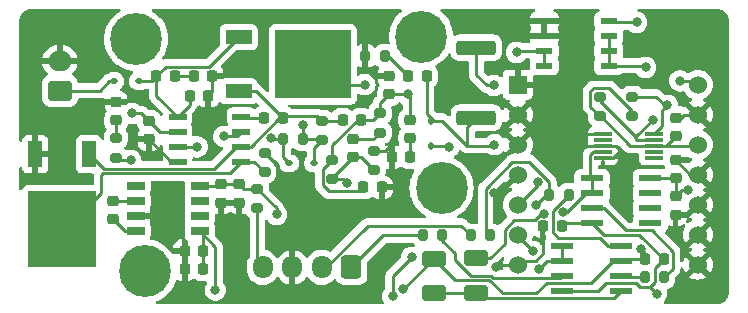
<source format=gbr>
%TF.GenerationSoftware,KiCad,Pcbnew,7.0.9*%
%TF.CreationDate,2024-01-14T15:58:55-05:00*%
%TF.ProjectId,5.2_5V,352e325f-3556-42e6-9b69-6361645f7063,rev?*%
%TF.SameCoordinates,Original*%
%TF.FileFunction,Copper,L1,Top*%
%TF.FilePolarity,Positive*%
%FSLAX46Y46*%
G04 Gerber Fmt 4.6, Leading zero omitted, Abs format (unit mm)*
G04 Created by KiCad (PCBNEW 7.0.9) date 2024-01-14 15:58:55*
%MOMM*%
%LPD*%
G01*
G04 APERTURE LIST*
G04 Aperture macros list*
%AMRoundRect*
0 Rectangle with rounded corners*
0 $1 Rounding radius*
0 $2 $3 $4 $5 $6 $7 $8 $9 X,Y pos of 4 corners*
0 Add a 4 corners polygon primitive as box body*
4,1,4,$2,$3,$4,$5,$6,$7,$8,$9,$2,$3,0*
0 Add four circle primitives for the rounded corners*
1,1,$1+$1,$2,$3*
1,1,$1+$1,$4,$5*
1,1,$1+$1,$6,$7*
1,1,$1+$1,$8,$9*
0 Add four rect primitives between the rounded corners*
20,1,$1+$1,$2,$3,$4,$5,0*
20,1,$1+$1,$4,$5,$6,$7,0*
20,1,$1+$1,$6,$7,$8,$9,0*
20,1,$1+$1,$8,$9,$2,$3,0*%
G04 Aperture macros list end*
%TA.AperFunction,ComponentPad*%
%ADD10C,4.400000*%
%TD*%
%TA.AperFunction,SMDPad,CuDef*%
%ADD11RoundRect,0.250000X-1.425000X0.362500X-1.425000X-0.362500X1.425000X-0.362500X1.425000X0.362500X0*%
%TD*%
%TA.AperFunction,SMDPad,CuDef*%
%ADD12RoundRect,0.225000X0.250000X-0.225000X0.250000X0.225000X-0.250000X0.225000X-0.250000X-0.225000X0*%
%TD*%
%TA.AperFunction,SMDPad,CuDef*%
%ADD13RoundRect,0.225000X-0.225000X-0.250000X0.225000X-0.250000X0.225000X0.250000X-0.225000X0.250000X0*%
%TD*%
%TA.AperFunction,SMDPad,CuDef*%
%ADD14RoundRect,0.011200X-0.723800X-0.128800X0.723800X-0.128800X0.723800X0.128800X-0.723800X0.128800X0*%
%TD*%
%TA.AperFunction,ComponentPad*%
%ADD15RoundRect,0.250000X0.750000X-0.600000X0.750000X0.600000X-0.750000X0.600000X-0.750000X-0.600000X0*%
%TD*%
%TA.AperFunction,ComponentPad*%
%ADD16O,2.000000X1.700000*%
%TD*%
%TA.AperFunction,ComponentPad*%
%ADD17RoundRect,0.250000X0.600000X0.725000X-0.600000X0.725000X-0.600000X-0.725000X0.600000X-0.725000X0*%
%TD*%
%TA.AperFunction,ComponentPad*%
%ADD18O,1.700000X1.950000*%
%TD*%
%TA.AperFunction,SMDPad,CuDef*%
%ADD19RoundRect,0.112500X-0.187500X-0.112500X0.187500X-0.112500X0.187500X0.112500X-0.187500X0.112500X0*%
%TD*%
%TA.AperFunction,SMDPad,CuDef*%
%ADD20RoundRect,0.225000X0.225000X0.250000X-0.225000X0.250000X-0.225000X-0.250000X0.225000X-0.250000X0*%
%TD*%
%TA.AperFunction,SMDPad,CuDef*%
%ADD21RoundRect,0.200000X0.275000X-0.200000X0.275000X0.200000X-0.275000X0.200000X-0.275000X-0.200000X0*%
%TD*%
%TA.AperFunction,SMDPad,CuDef*%
%ADD22R,1.981200X0.558800*%
%TD*%
%TA.AperFunction,SMDPad,CuDef*%
%ADD23R,2.200000X1.200000*%
%TD*%
%TA.AperFunction,SMDPad,CuDef*%
%ADD24R,6.400000X5.800000*%
%TD*%
%TA.AperFunction,SMDPad,CuDef*%
%ADD25RoundRect,0.200000X-0.275000X0.200000X-0.275000X-0.200000X0.275000X-0.200000X0.275000X0.200000X0*%
%TD*%
%TA.AperFunction,SMDPad,CuDef*%
%ADD26RoundRect,0.218750X-0.218750X-0.256250X0.218750X-0.256250X0.218750X0.256250X-0.218750X0.256250X0*%
%TD*%
%TA.AperFunction,SMDPad,CuDef*%
%ADD27R,1.528000X0.650000*%
%TD*%
%TA.AperFunction,SMDPad,CuDef*%
%ADD28RoundRect,0.310444X0.705556X-0.388056X0.705556X0.388056X-0.705556X0.388056X-0.705556X-0.388056X0*%
%TD*%
%TA.AperFunction,SMDPad,CuDef*%
%ADD29RoundRect,0.200000X-0.200000X-0.275000X0.200000X-0.275000X0.200000X0.275000X-0.200000X0.275000X0*%
%TD*%
%TA.AperFunction,SMDPad,CuDef*%
%ADD30RoundRect,0.225000X-0.250000X0.225000X-0.250000X-0.225000X0.250000X-0.225000X0.250000X0.225000X0*%
%TD*%
%TA.AperFunction,SMDPad,CuDef*%
%ADD31R,1.200000X2.200000*%
%TD*%
%TA.AperFunction,SMDPad,CuDef*%
%ADD32R,5.800000X6.400000*%
%TD*%
%TA.AperFunction,SMDPad,CuDef*%
%ADD33RoundRect,0.310444X-0.705556X0.388056X-0.705556X-0.388056X0.705556X-0.388056X0.705556X0.388056X0*%
%TD*%
%TA.AperFunction,SMDPad,CuDef*%
%ADD34RoundRect,0.112500X0.187500X0.112500X-0.187500X0.112500X-0.187500X-0.112500X0.187500X-0.112500X0*%
%TD*%
%TA.AperFunction,ComponentPad*%
%ADD35R,1.530000X1.530000*%
%TD*%
%TA.AperFunction,ComponentPad*%
%ADD36C,1.530000*%
%TD*%
%TA.AperFunction,SMDPad,CuDef*%
%ADD37R,1.498600X0.558800*%
%TD*%
%TA.AperFunction,SMDPad,CuDef*%
%ADD38R,1.460500X0.558800*%
%TD*%
%TA.AperFunction,SMDPad,CuDef*%
%ADD39RoundRect,0.112500X0.112500X-0.187500X0.112500X0.187500X-0.112500X0.187500X-0.112500X-0.187500X0*%
%TD*%
%TA.AperFunction,SMDPad,CuDef*%
%ADD40RoundRect,0.200000X0.200000X0.275000X-0.200000X0.275000X-0.200000X-0.275000X0.200000X-0.275000X0*%
%TD*%
%TA.AperFunction,ViaPad*%
%ADD41C,0.800000*%
%TD*%
%TA.AperFunction,Conductor*%
%ADD42C,0.250000*%
%TD*%
G04 APERTURE END LIST*
D10*
%TO.P,H4,1*%
%TO.N,N/C*%
X161290000Y-47040800D03*
%TD*%
%TO.P,H3,1*%
%TO.N,N/C*%
X159562800Y-34239200D03*
%TD*%
%TO.P,H2,1*%
%TO.N,N/C*%
X136194800Y-54102000D03*
%TD*%
%TO.P,H1,1*%
%TO.N,N/C*%
X135432800Y-34442400D03*
%TD*%
D11*
%TO.P,R1,1*%
%TO.N,Net-(U1-PG)*%
X164236400Y-35172200D03*
%TO.P,R1,2*%
%TO.N,5V*%
X164236400Y-41097200D03*
%TD*%
D12*
%TO.P,C3,1*%
%TO.N,3V3*%
X181152800Y-42634200D03*
%TO.P,C3,2*%
%TO.N,GND*%
X181152800Y-41084200D03*
%TD*%
%TO.P,C1,1*%
%TO.N,5V2*%
X156845000Y-39129000D03*
%TO.P,C1,2*%
%TO.N,GND*%
X156845000Y-37579000D03*
%TD*%
D13*
%TO.P,C4,1*%
%TO.N,Net-(D5-K)*%
X139975000Y-39250000D03*
%TO.P,C4,2*%
%TO.N,GND*%
X141525000Y-39250000D03*
%TD*%
D14*
%TO.P,U3,1,ADDR*%
%TO.N,GND*%
X174954800Y-42484800D03*
%TO.P,U3,2,ALERT/RDY*%
%TO.N,unconnected-(U3-ALERT{slash}RDY-Pad2)*%
X174954800Y-42984800D03*
%TO.P,U3,3,GND*%
%TO.N,GND*%
X174954800Y-43484800D03*
%TO.P,U3,4,AIN0*%
%TO.N,ampSig*%
X174954800Y-43984800D03*
%TO.P,U3,5,AIN1*%
%TO.N,GND*%
X174954800Y-44484800D03*
%TO.P,U3,6,AIN2*%
%TO.N,unconnected-(U3-AIN2-Pad6)*%
X179254800Y-44484800D03*
%TO.P,U3,7,AIN3*%
%TO.N,unconnected-(U3-AIN3-Pad7)*%
X179254800Y-43984800D03*
%TO.P,U3,8,VDD*%
%TO.N,3V3*%
X179254800Y-43484800D03*
%TO.P,U3,9,SDA*%
%TO.N,Net-(U2-PA8_A4_D4_SDA)*%
X179254800Y-42984800D03*
%TO.P,U3,10,SCL*%
%TO.N,Net-(U2-PA9_A5_D5_SCL)*%
X179254800Y-42484800D03*
%TD*%
D15*
%TO.P,J2,1,1*%
%TO.N,Net-(D5-A)*%
X128981200Y-38813500D03*
D16*
%TO.P,J2,2,2*%
%TO.N,GND*%
X128981200Y-36313500D03*
%TD*%
D13*
%TO.P,C5,1*%
%TO.N,Net-(D5-K)*%
X137147000Y-37592000D03*
%TO.P,C5,2*%
%TO.N,Net-(C5-Pad2)*%
X138697000Y-37592000D03*
%TD*%
D17*
%TO.P,J1,1,Pin_1*%
%TO.N,Net-(J1-Pin_1)*%
X153660800Y-53763400D03*
D18*
%TO.P,J1,2,Pin_2*%
%TO.N,Net-(J1-Pin_2)*%
X151160800Y-53763400D03*
%TO.P,J1,3,Pin_3*%
%TO.N,GND*%
X148660800Y-53763400D03*
%TO.P,J1,4,Pin_4*%
%TO.N,Net-(J1-Pin_4)*%
X146160800Y-53763400D03*
%TD*%
D19*
%TO.P,D6,1,K*%
%TO.N,Net-(D6-K)*%
X148395000Y-44958000D03*
%TO.P,D6,2,A*%
%TO.N,Net-(D6-A)*%
X150495000Y-44958000D03*
%TD*%
D20*
%TO.P,C14,1*%
%TO.N,Net-(C13-Pad2)*%
X158636000Y-44450000D03*
%TO.P,C14,2*%
%TO.N,GND*%
X157086000Y-44450000D03*
%TD*%
D21*
%TO.P,R5,1*%
%TO.N,Net-(U4-COMP)*%
X133731000Y-44474400D03*
%TO.P,R5,2*%
%TO.N,Net-(C9-Pad1)*%
X133731000Y-42824400D03*
%TD*%
D22*
%TO.P,U12,1,1OUT*%
%TO.N,ampSig*%
X174040800Y-46228000D03*
%TO.P,U12,2,1IN-*%
X174040800Y-47498000D03*
%TO.P,U12,3,1IN+*%
%TO.N,Net-(U12-1IN+)*%
X174040800Y-48768000D03*
%TO.P,U12,4,GND*%
%TO.N,Net-(U12-GND)*%
X174040800Y-50038000D03*
%TO.P,U12,5,2IN+*%
%TO.N,unconnected-(U12-2IN+-Pad5)*%
X178968400Y-50038000D03*
%TO.P,U12,6,2IN-*%
%TO.N,unconnected-(U12-2IN--Pad6)*%
X178968400Y-48768000D03*
%TO.P,U12,7,2OUT*%
%TO.N,unconnected-(U12-2OUT-Pad7)*%
X178968400Y-47498000D03*
%TO.P,U12,8,VCC*%
%TO.N,Net-(U12-VCC)*%
X178968400Y-46228000D03*
%TD*%
D23*
%TO.P,Q1,1,D*%
%TO.N,Net-(D5-K)*%
X144106000Y-34296000D03*
D24*
%TO.P,Q1,2,G*%
%TO.N,Net-(D6-A)*%
X150406000Y-36576000D03*
D23*
%TO.P,Q1,3,S*%
%TO.N,Net-(Q1-S)*%
X144106000Y-38856000D03*
%TD*%
D13*
%TO.P,C10,1*%
%TO.N,Net-(U4-BST)*%
X146291000Y-41148000D03*
%TO.P,C10,2*%
%TO.N,Net-(Q1-S)*%
X147841000Y-41148000D03*
%TD*%
D21*
%TO.P,R3,1*%
%TO.N,3V3*%
X174701200Y-40957000D03*
%TO.P,R3,2*%
%TO.N,Net-(U2-PA8_A4_D4_SDA)*%
X174701200Y-39307000D03*
%TD*%
D25*
%TO.P,R10,1*%
%TO.N,5V2*%
X156083000Y-40704000D03*
%TO.P,R10,2*%
%TO.N,Net-(C11-Pad1)*%
X156083000Y-42354000D03*
%TD*%
D26*
%TO.P,L1,1,1*%
%TO.N,Net-(Q1-S)*%
X152908000Y-41275000D03*
%TO.P,L1,2,2*%
%TO.N,5V2*%
X154483000Y-41275000D03*
%TD*%
D27*
%TO.P,U8,1,NC*%
%TO.N,unconnected-(U8-NC-Pad1)*%
X135382000Y-46888400D03*
%TO.P,U8,2,CAP+*%
%TO.N,Net-(U8-CAP+)*%
X135382000Y-48158400D03*
%TO.P,U8,3,GND*%
%TO.N,GND*%
X135382000Y-49428400D03*
%TO.P,U8,4,CAP-*%
%TO.N,Net-(U8-CAP-)*%
X135382000Y-50698400D03*
%TO.P,U8,5,VOUT*%
%TO.N,Net-(U12-GND)*%
X140804000Y-50698400D03*
%TO.P,U8,6,LV*%
%TO.N,unconnected-(U8-LV-Pad6)*%
X140804000Y-49428400D03*
%TO.P,U8,7,OSC*%
%TO.N,unconnected-(U8-OSC-Pad7)*%
X140804000Y-48158400D03*
%TO.P,U8,8,V+*%
%TO.N,Net-(U12-VCC)*%
X140804000Y-46888400D03*
%TD*%
D28*
%TO.P,R16,1*%
%TO.N,Net-(U9-Ref)*%
X164250000Y-55905400D03*
%TO.P,R16,2*%
%TO.N,ampSig*%
X164250000Y-52984400D03*
%TD*%
D20*
%TO.P,C18,1*%
%TO.N,Net-(U12-GND)*%
X141084600Y-52374800D03*
%TO.P,C18,2*%
%TO.N,GND*%
X139534600Y-52374800D03*
%TD*%
D13*
%TO.P,C12,1*%
%TO.N,5V2*%
X154673000Y-46990000D03*
%TO.P,C12,2*%
%TO.N,GND*%
X156223000Y-46990000D03*
%TD*%
D29*
%TO.P,R13,1*%
%TO.N,Net-(J1-Pin_2)*%
X163767000Y-51054000D03*
%TO.P,R13,2*%
%TO.N,Net-(U9--)*%
X165417000Y-51054000D03*
%TD*%
D30*
%TO.P,C15,1*%
%TO.N,Net-(U12-VCC)*%
X142646400Y-46736000D03*
%TO.P,C15,2*%
%TO.N,GND*%
X142646400Y-48286000D03*
%TD*%
D21*
%TO.P,R12,1*%
%TO.N,Net-(J1-Pin_4)*%
X145694400Y-48780200D03*
%TO.P,R12,2*%
%TO.N,Net-(U12-VCC)*%
X145694400Y-47130200D03*
%TD*%
%TO.P,R8,1*%
%TO.N,Net-(D6-A)*%
X151130000Y-42989000D03*
%TO.P,R8,2*%
%TO.N,Net-(Q1-S)*%
X151130000Y-41339000D03*
%TD*%
D29*
%TO.P,R18,1*%
%TO.N,Net-(R18-Pad1)*%
X178499000Y-54610000D03*
%TO.P,R18,2*%
%TO.N,Net-(U12-1IN+)*%
X180149000Y-54610000D03*
%TD*%
D31*
%TO.P,Q2,1,D*%
%TO.N,Net-(Q1-S)*%
X131445000Y-44196000D03*
D32*
%TO.P,Q2,2,G*%
%TO.N,Net-(Q2-G)*%
X129165000Y-50496000D03*
D31*
%TO.P,Q2,3,S*%
%TO.N,GND*%
X126885000Y-44196000D03*
%TD*%
D21*
%TO.P,R6,1*%
%TO.N,Net-(Q2-G)*%
X146304000Y-45719000D03*
%TO.P,R6,2*%
%TO.N,GND*%
X146304000Y-44069000D03*
%TD*%
D20*
%TO.P,C23,1*%
%TO.N,Net-(U12-GND)*%
X171463000Y-50292000D03*
%TO.P,C23,2*%
%TO.N,GND*%
X169913000Y-50292000D03*
%TD*%
D25*
%TO.P,R9,1*%
%TO.N,5V2*%
X152019000Y-44641000D03*
%TO.P,R9,2*%
%TO.N,Net-(U4-FB)*%
X152019000Y-46291000D03*
%TD*%
D33*
%TO.P,R15,1*%
%TO.N,Net-(U12-VCC)*%
X160629600Y-53035200D03*
%TO.P,R15,2*%
%TO.N,Net-(U9-Ref)*%
X160629600Y-55956200D03*
%TD*%
D20*
%TO.P,C19,1*%
%TO.N,Net-(U12-GND)*%
X141084600Y-53949600D03*
%TO.P,C19,2*%
%TO.N,GND*%
X139534600Y-53949600D03*
%TD*%
%TO.P,C2,1*%
%TO.N,5V*%
X160033000Y-37592000D03*
%TO.P,C2,2*%
%TO.N,Net-(C2-Pad2)*%
X158483000Y-37592000D03*
%TD*%
D12*
%TO.P,C9,1*%
%TO.N,Net-(C9-Pad1)*%
X133731000Y-41326400D03*
%TO.P,C9,2*%
%TO.N,GND*%
X133731000Y-39776400D03*
%TD*%
D13*
%TO.P,C6,1*%
%TO.N,Net-(C5-Pad2)*%
X140322000Y-37592000D03*
%TO.P,C6,2*%
%TO.N,GND*%
X141872000Y-37592000D03*
%TD*%
D22*
%TO.P,U9,1,Rg*%
%TO.N,Net-(U9--)*%
X171526200Y-51943000D03*
%TO.P,U9,2,-*%
X171526200Y-53213000D03*
%TO.P,U9,3,+*%
%TO.N,Net-(U9-+)*%
X171526200Y-54483000D03*
%TO.P,U9,4,Vs-*%
%TO.N,Net-(U12-GND)*%
X171526200Y-55753000D03*
%TO.P,U9,5,Ref*%
%TO.N,Net-(U9-Ref)*%
X176453800Y-55753000D03*
%TO.P,U9,6*%
%TO.N,Net-(R18-Pad1)*%
X176453800Y-54483000D03*
%TO.P,U9,7,Vs+*%
%TO.N,Net-(U12-VCC)*%
X176453800Y-53213000D03*
%TO.P,U9,8,Rg*%
%TO.N,Net-(R17-Pad2)*%
X176453800Y-51943000D03*
%TD*%
D34*
%TO.P,D5,1,K*%
%TO.N,Net-(D5-K)*%
X135670000Y-37998400D03*
%TO.P,D5,2,A*%
%TO.N,Net-(D5-A)*%
X133570000Y-37998400D03*
%TD*%
D29*
%TO.P,R7,1*%
%TO.N,Net-(D6-K)*%
X147892000Y-42926000D03*
%TO.P,R7,2*%
%TO.N,Net-(D6-A)*%
X149542000Y-42926000D03*
%TD*%
D35*
%TO.P,U2,1,PA02_A0_D0*%
%TO.N,GND*%
X167741600Y-38303200D03*
D36*
%TO.P,U2,2,PA4_A1_D1*%
X167741600Y-40843200D03*
%TO.P,U2,3,PA10_A2_D2*%
X167741600Y-43383200D03*
%TO.P,U2,4,PA11_A3_D3*%
X167741600Y-45923200D03*
%TO.P,U2,5,PA8_A4_D4_SDA*%
%TO.N,Net-(U2-PA8_A4_D4_SDA)*%
X167741600Y-48463200D03*
%TO.P,U2,6,PA9_A5_D5_SCL*%
%TO.N,Net-(U2-PA9_A5_D5_SCL)*%
X167741600Y-51003200D03*
%TO.P,U2,7,PB08_A6_D6_TX*%
%TO.N,GND*%
X167741600Y-53543200D03*
%TO.P,U2,8,PB09_A7_D7_RX*%
X182981600Y-53543200D03*
%TO.P,U2,9,PA7_A8_D8_SCK*%
X182981600Y-51003200D03*
%TO.P,U2,10,PA5_A9_D9_MISO*%
X182981600Y-48463200D03*
%TO.P,U2,11,PA6_A10_D10_MOSI*%
X182981600Y-45923200D03*
%TO.P,U2,12,3V3*%
%TO.N,3V3*%
X182981600Y-43383200D03*
%TO.P,U2,13,GND*%
%TO.N,GND*%
X182981600Y-40843200D03*
%TO.P,U2,14,5V*%
%TO.N,Net-(D4-K)*%
X182981600Y-38303200D03*
%TD*%
D37*
%TO.P,U4,1,VCC*%
%TO.N,Net-(D5-K)*%
X138938000Y-41021000D03*
%TO.P,U4,2,COMP*%
%TO.N,Net-(U4-COMP)*%
X138938000Y-42291000D03*
%TO.P,U4,3,FB*%
%TO.N,Net-(U4-FB)*%
X138938000Y-43561000D03*
%TO.P,U4,4,GND*%
%TO.N,GND*%
X138938000Y-44831000D03*
%TO.P,U4,5,LSDR*%
%TO.N,Net-(Q2-G)*%
X144348200Y-44831000D03*
%TO.P,U4,6,VSW*%
%TO.N,Net-(Q1-S)*%
X144348200Y-43561000D03*
%TO.P,U4,7,HSDR*%
%TO.N,Net-(D6-K)*%
X144348200Y-42291000D03*
%TO.P,U4,8,BST*%
%TO.N,Net-(U4-BST)*%
X144348200Y-41021000D03*
%TD*%
D38*
%TO.P,U1,1,GND*%
%TO.N,GND*%
X169995850Y-32893000D03*
%TO.P,U1,2,\u002AEN*%
X169995850Y-34163000D03*
%TO.P,U1,3,IN*%
%TO.N,5V2*%
X169995850Y-35433000D03*
%TO.P,U1,4,IN*%
X169995850Y-36703000D03*
%TO.P,U1,5,OUT*%
%TO.N,5V*%
X175444150Y-36703000D03*
%TO.P,U1,6,OUT*%
X175444150Y-35433000D03*
%TO.P,U1,7,SENSE/FB*%
X175444150Y-34163000D03*
%TO.P,U1,8,PG*%
%TO.N,Net-(U1-PG)*%
X175444150Y-32893000D03*
%TD*%
D30*
%TO.P,C13,1*%
%TO.N,5V2*%
X158623000Y-41262000D03*
%TO.P,C13,2*%
%TO.N,Net-(C13-Pad2)*%
X158623000Y-42812000D03*
%TD*%
D21*
%TO.P,R11,1*%
%TO.N,Net-(U4-FB)*%
X155575000Y-45529000D03*
%TO.P,R11,2*%
%TO.N,GND*%
X155575000Y-43879000D03*
%TD*%
%TO.P,R4,1*%
%TO.N,3V3*%
X177444400Y-40957000D03*
%TO.P,R4,2*%
%TO.N,Net-(U2-PA9_A5_D5_SCL)*%
X177444400Y-39307000D03*
%TD*%
D30*
%TO.P,C17,1*%
%TO.N,Net-(U8-CAP+)*%
X133502400Y-48158400D03*
%TO.P,C17,2*%
%TO.N,Net-(U8-CAP-)*%
X133502400Y-49708400D03*
%TD*%
%TO.P,C11,1*%
%TO.N,Net-(C11-Pad1)*%
X153797000Y-42913000D03*
%TO.P,C11,2*%
%TO.N,Net-(U4-FB)*%
X153797000Y-44463000D03*
%TD*%
D29*
%TO.P,R17,1*%
%TO.N,Net-(U9--)*%
X170395000Y-47630000D03*
%TO.P,R17,2*%
%TO.N,Net-(R17-Pad2)*%
X172045000Y-47630000D03*
%TD*%
D13*
%TO.P,C22,1*%
%TO.N,Net-(U12-VCC)*%
X178549000Y-53086000D03*
%TO.P,C22,2*%
%TO.N,Net-(U12-GND)*%
X180099000Y-53086000D03*
%TD*%
D30*
%TO.P,C16,1*%
%TO.N,Net-(U12-VCC)*%
X144170400Y-46736000D03*
%TO.P,C16,2*%
%TO.N,GND*%
X144170400Y-48286000D03*
%TD*%
D12*
%TO.P,C20,1*%
%TO.N,Net-(U12-VCC)*%
X181102000Y-46241000D03*
%TO.P,C20,2*%
%TO.N,GND*%
X181102000Y-44691000D03*
%TD*%
D30*
%TO.P,C8,1*%
%TO.N,Net-(U4-COMP)*%
X136525000Y-41389000D03*
%TO.P,C8,2*%
%TO.N,GND*%
X136525000Y-42939000D03*
%TD*%
D39*
%TO.P,D4,1,K*%
%TO.N,Net-(D4-K)*%
X160401000Y-43468000D03*
%TO.P,D4,2,A*%
%TO.N,5V*%
X160401000Y-41368000D03*
%TD*%
D30*
%TO.P,C21,1*%
%TO.N,Net-(U12-VCC)*%
X181102000Y-47752000D03*
%TO.P,C21,2*%
%TO.N,GND*%
X181102000Y-49302000D03*
%TD*%
D29*
%TO.P,R14,1*%
%TO.N,Net-(J1-Pin_1)*%
X159703000Y-51054000D03*
%TO.P,R14,2*%
%TO.N,Net-(U9-+)*%
X161353000Y-51054000D03*
%TD*%
D40*
%TO.P,R2,1*%
%TO.N,Net-(C2-Pad2)*%
X156476200Y-35864800D03*
%TO.P,R2,2*%
%TO.N,GND*%
X154826200Y-35864800D03*
%TD*%
D41*
%TO.N,GND*%
X136499600Y-44297600D03*
X138480800Y-33070800D03*
X139090400Y-35509200D03*
%TO.N,5V2*%
X167640000Y-35560000D03*
X158425850Y-39129000D03*
%TO.N,5V*%
X165760400Y-43383200D03*
X178562000Y-36830000D03*
%TO.N,Net-(U4-FB)*%
X140589000Y-43561000D03*
X153289000Y-46609000D03*
%TO.N,Net-(U12-VCC)*%
X158038800Y-55626000D03*
X182118000Y-47244000D03*
X147320000Y-49276000D03*
X178182847Y-52195153D03*
%TO.N,Net-(U12-GND)*%
X142138400Y-55676800D03*
X158750000Y-52933600D03*
X179500000Y-56000000D03*
X157175200Y-56235600D03*
%TO.N,Net-(U1-PG)*%
X177800000Y-33020000D03*
X165709600Y-38354000D03*
%TO.N,Net-(U2-PA8_A4_D4_SDA)*%
X179226699Y-41253899D03*
X169418000Y-46583600D03*
%TO.N,Net-(U4-COMP)*%
X134975600Y-44710900D03*
X135077200Y-40741600D03*
%TO.N,Net-(U9--)*%
X169500000Y-53908200D03*
X169250000Y-48500000D03*
%TO.N,ampSig*%
X171600153Y-49100153D03*
X169963000Y-49217000D03*
%TO.N,GND*%
X157226000Y-43180000D03*
X165926600Y-53739815D03*
X165750000Y-47500000D03*
%TO.N,Net-(D4-K)*%
X161925000Y-43561000D03*
X181483000Y-37973000D03*
%TO.N,Net-(D6-K)*%
X142875000Y-42672000D03*
X146867825Y-42854825D03*
%TO.N,Net-(D6-A)*%
X154787600Y-38303200D03*
X149555200Y-41706800D03*
%TO.N,Net-(U2-PA9_A5_D5_SCL)*%
X180420499Y-40060099D03*
X169011600Y-52425600D03*
%TD*%
D42*
%TO.N,GND*%
X141872000Y-38903000D02*
X141525000Y-39250000D01*
X141872000Y-37592000D02*
X141872000Y-38903000D01*
%TO.N,Net-(C9-Pad1)*%
X133731000Y-41326400D02*
X133731000Y-42824400D01*
%TO.N,Net-(U1-PG)*%
X165100000Y-38354000D02*
X165709600Y-38354000D01*
X164236400Y-37490400D02*
X165100000Y-38354000D01*
X164236400Y-35172200D02*
X164236400Y-37490400D01*
%TO.N,5V*%
X160033000Y-40771400D02*
X160629600Y-41368000D01*
X160629600Y-41368000D02*
X160401000Y-41368000D01*
X160033000Y-37592000D02*
X160033000Y-40771400D01*
X161357600Y-41368000D02*
X160629600Y-41368000D01*
X163474400Y-41859200D02*
X163474400Y-43484800D01*
X164236400Y-41097200D02*
X163474400Y-41859200D01*
%TO.N,Net-(D5-A)*%
X133163600Y-37998400D02*
X132348500Y-38813500D01*
X133570000Y-37998400D02*
X133163600Y-37998400D01*
%TO.N,Net-(D5-K)*%
X136740600Y-37998400D02*
X137147000Y-37592000D01*
X135670000Y-37998400D02*
X136740600Y-37998400D01*
%TO.N,Net-(U4-COMP)*%
X135877600Y-40741600D02*
X136525000Y-41389000D01*
X135077200Y-40741600D02*
X135877600Y-40741600D01*
X133967500Y-44710900D02*
X133731000Y-44474400D01*
X134975600Y-44710900D02*
X133967500Y-44710900D01*
%TO.N,Net-(C2-Pad2)*%
X156755800Y-35864800D02*
X156476200Y-35864800D01*
X158483000Y-37592000D02*
X156755800Y-35864800D01*
%TO.N,5V*%
X163474400Y-43484800D02*
X161357600Y-41368000D01*
X165658800Y-43484800D02*
X163474400Y-43484800D01*
X165760400Y-43383200D02*
X165658800Y-43484800D01*
%TO.N,5V2*%
X158623000Y-41262000D02*
X158623000Y-39326150D01*
X158623000Y-39326150D02*
X158425850Y-39129000D01*
X151219000Y-46825000D02*
X151728000Y-47334000D01*
X167767000Y-35433000D02*
X169995850Y-35433000D01*
X155512000Y-41275000D02*
X156083000Y-40704000D01*
X151728000Y-47334000D02*
X154329000Y-47334000D01*
X154329000Y-47334000D02*
X154673000Y-46990000D01*
X156083000Y-39891000D02*
X156845000Y-39129000D01*
X152019000Y-44641000D02*
X151219000Y-45441000D01*
X154175948Y-41275000D02*
X154483000Y-41275000D01*
X156845000Y-39129000D02*
X158425850Y-39129000D01*
X167640000Y-35560000D02*
X167767000Y-35433000D01*
X169995850Y-35433000D02*
X169995850Y-36703000D01*
X152019000Y-43431948D02*
X154175948Y-41275000D01*
X154483000Y-41275000D02*
X155512000Y-41275000D01*
X152019000Y-44641000D02*
X152019000Y-43431948D01*
X156083000Y-40704000D02*
X156083000Y-39891000D01*
X151219000Y-45441000D02*
X151219000Y-46825000D01*
%TO.N,3V3*%
X177444400Y-40557000D02*
X175469400Y-38582000D01*
X179254800Y-43484800D02*
X177283168Y-43484800D01*
X182845000Y-43519800D02*
X182981600Y-43383200D01*
X173901200Y-40157000D02*
X174701200Y-40957000D01*
X179254800Y-43517200D02*
X179257400Y-43519800D01*
X175469400Y-38582000D02*
X174168400Y-38582000D01*
X181152800Y-42634200D02*
X180302200Y-43484800D01*
X177444400Y-40957000D02*
X177444400Y-40557000D01*
X177283168Y-43484800D02*
X174755368Y-40957000D01*
X174168400Y-38582000D02*
X173901200Y-38849200D01*
X179254800Y-43484800D02*
X179254800Y-43517200D01*
X180302200Y-43484800D02*
X179254800Y-43484800D01*
X174755368Y-40957000D02*
X174701200Y-40957000D01*
X179257400Y-43519800D02*
X182845000Y-43519800D01*
X173901200Y-38849200D02*
X173901200Y-40157000D01*
%TO.N,5V*%
X175444150Y-35433000D02*
X175444150Y-34163000D01*
X178435000Y-36703000D02*
X175444150Y-36703000D01*
X175444150Y-36703000D02*
X175444150Y-35433000D01*
X178562000Y-36830000D02*
X178435000Y-36703000D01*
%TO.N,Net-(C11-Pad1)*%
X153797000Y-42913000D02*
X155524000Y-42913000D01*
X155524000Y-42913000D02*
X156083000Y-42354000D01*
%TO.N,Net-(U4-FB)*%
X152019000Y-46291000D02*
X152019000Y-46241000D01*
X154509000Y-44463000D02*
X155575000Y-45529000D01*
X153797000Y-44463000D02*
X154509000Y-44463000D01*
X140589000Y-43561000D02*
X138938000Y-43561000D01*
X152971000Y-46291000D02*
X153289000Y-46609000D01*
X152019000Y-46241000D02*
X153797000Y-44463000D01*
X152019000Y-46291000D02*
X152971000Y-46291000D01*
%TO.N,Net-(U12-VCC)*%
X145694400Y-47130200D02*
X144564600Y-47130200D01*
X178549000Y-53086000D02*
X178549000Y-52561306D01*
X170210600Y-55087400D02*
X169317600Y-55980400D01*
X144564600Y-47130200D02*
X144170400Y-46736000D01*
X145694400Y-47130200D02*
X147320000Y-48755800D01*
X181102000Y-46241000D02*
X181102000Y-47752000D01*
X173929400Y-55087400D02*
X175803800Y-53213000D01*
X158038800Y-55626000D02*
X158038800Y-55331900D01*
X165339666Y-54864000D02*
X162458400Y-54864000D01*
X158038800Y-55626000D02*
X160629600Y-53035200D01*
X142494000Y-46888400D02*
X142646400Y-46736000D01*
X175803800Y-53213000D02*
X176453800Y-53213000D01*
X176580800Y-53086000D02*
X176453800Y-53213000D01*
X181089000Y-46228000D02*
X181102000Y-46241000D01*
X166370000Y-55894334D02*
X165339666Y-54864000D01*
X178968400Y-46228000D02*
X181089000Y-46228000D01*
X178257200Y-46228000D02*
X178968400Y-46228000D01*
X170210600Y-55087400D02*
X173929400Y-55087400D01*
X166370000Y-55980400D02*
X166370000Y-55894334D01*
X140804000Y-46888400D02*
X142494000Y-46888400D01*
X178549000Y-53086000D02*
X176580800Y-53086000D01*
X169317600Y-55980400D02*
X166370000Y-55980400D01*
X182118000Y-47244000D02*
X181610000Y-47244000D01*
X160629600Y-53035200D02*
X162458400Y-54864000D01*
X147320000Y-48755800D02*
X147320000Y-49276000D01*
X181610000Y-47244000D02*
X181102000Y-47752000D01*
X142646400Y-46736000D02*
X144170400Y-46736000D01*
X178549000Y-52561306D02*
X178182847Y-52195153D01*
%TO.N,Net-(U8-CAP+)*%
X135382000Y-48158400D02*
X133502400Y-48158400D01*
%TO.N,Net-(U8-CAP-)*%
X135382000Y-50698400D02*
X134492400Y-50698400D01*
X134492400Y-50698400D02*
X133502400Y-49708400D01*
%TO.N,Net-(U12-GND)*%
X177774000Y-55108004D02*
X178075996Y-55410000D01*
X179500000Y-56000000D02*
X179500000Y-55987996D01*
X142138400Y-52032800D02*
X140804000Y-50698400D01*
X178075996Y-55410000D02*
X178922004Y-55410000D01*
X178032400Y-51019400D02*
X175022200Y-51019400D01*
X175022200Y-51019400D02*
X174040800Y-50038000D01*
X179500000Y-55987996D02*
X178922004Y-55410000D01*
X142138400Y-55676800D02*
X142138400Y-52032800D01*
X179324000Y-55008004D02*
X179324000Y-53861000D01*
X157175200Y-56235600D02*
X157175200Y-54508400D01*
X157175200Y-54508400D02*
X158750000Y-52933600D01*
X171526200Y-55753000D02*
X174533800Y-55753000D01*
X141084600Y-52374800D02*
X141084600Y-50979000D01*
X179324000Y-53861000D02*
X180099000Y-53086000D01*
X178922004Y-55410000D02*
X179324000Y-55008004D01*
X180099000Y-53086000D02*
X178032400Y-51019400D01*
X175178796Y-55108004D02*
X177774000Y-55108004D01*
X141084600Y-50979000D02*
X140804000Y-50698400D01*
X141084600Y-52374800D02*
X141084600Y-53949600D01*
X171209000Y-50038000D02*
X174040800Y-50038000D01*
X174533800Y-55753000D02*
X175178796Y-55108004D01*
%TO.N,Net-(U1-PG)*%
X175571150Y-33020000D02*
X175444150Y-32893000D01*
X177800000Y-33020000D02*
X175571150Y-33020000D01*
%TO.N,Net-(U2-PA8_A4_D4_SDA)*%
X179226699Y-41253899D02*
X179157333Y-41253899D01*
X177820416Y-42590816D02*
X177698400Y-42712832D01*
X177698400Y-42712832D02*
X177698400Y-42824400D01*
X177858800Y-42984800D02*
X179254800Y-42984800D01*
X174701200Y-39707000D02*
X177585016Y-42590816D01*
X169418000Y-46786800D02*
X169418000Y-46583600D01*
X177698400Y-42824400D02*
X177858800Y-42984800D01*
X167741600Y-48463200D02*
X169418000Y-46786800D01*
X174701200Y-39307000D02*
X174701200Y-39707000D01*
X179157333Y-41253899D02*
X177820416Y-42590816D01*
X177585016Y-42590816D02*
X177820416Y-42590816D01*
%TO.N,Net-(U4-COMP)*%
X136525000Y-41389000D02*
X137427000Y-42291000D01*
X137427000Y-42291000D02*
X138938000Y-42291000D01*
%TO.N,Net-(U9--)*%
X170395000Y-47630000D02*
X170120000Y-47630000D01*
X167290107Y-44833200D02*
X165025000Y-47098307D01*
X170395000Y-47630000D02*
X170395000Y-46535295D01*
X171526200Y-53213000D02*
X171526200Y-51943000D01*
X165025000Y-50662000D02*
X165417000Y-51054000D01*
X168692905Y-44833200D02*
X167290107Y-44833200D01*
X170195200Y-53213000D02*
X169500000Y-53908200D01*
X165025000Y-47098307D02*
X165025000Y-50662000D01*
X170120000Y-47630000D02*
X169250000Y-48500000D01*
X170395000Y-46535295D02*
X168692905Y-44833200D01*
X171526200Y-53213000D02*
X170195200Y-53213000D01*
%TO.N,Net-(U9-+)*%
X171376000Y-54633200D02*
X165642024Y-54633200D01*
X161353000Y-51529000D02*
X161353000Y-51054000D01*
X162402000Y-53128666D02*
X162402000Y-52578000D01*
X171526200Y-54483000D02*
X171376000Y-54633200D01*
X165495824Y-54487000D02*
X163760334Y-54487000D01*
X165642024Y-54633200D02*
X165495824Y-54487000D01*
X163760334Y-54487000D02*
X162402000Y-53128666D01*
X162402000Y-52578000D02*
X161353000Y-51529000D01*
%TO.N,Net-(U9-Ref)*%
X175849400Y-56357400D02*
X164840800Y-56357400D01*
X164388800Y-55905400D02*
X160680400Y-55905400D01*
X160680400Y-55905400D02*
X160629600Y-55956200D01*
X164840800Y-56357400D02*
X164388800Y-55905400D01*
X160629600Y-55956200D02*
X161656000Y-55956200D01*
X176453800Y-55753000D02*
X175849400Y-56357400D01*
%TO.N,ampSig*%
X171899847Y-49100153D02*
X173502000Y-47498000D01*
X173894800Y-46082000D02*
X173894800Y-44216432D01*
X167419307Y-49784000D02*
X169161948Y-49784000D01*
X173502000Y-47498000D02*
X174040800Y-47498000D01*
X174126432Y-43984800D02*
X174954800Y-43984800D01*
X166624000Y-50579307D02*
X167419307Y-49784000D01*
X173894800Y-44216432D02*
X174126432Y-43984800D01*
X174752000Y-47498000D02*
X174040800Y-47498000D01*
X169728948Y-49217000D02*
X169963000Y-49217000D01*
X169161948Y-49784000D02*
X169728948Y-49217000D01*
X171600153Y-49100153D02*
X171899847Y-49100153D01*
X164388800Y-52984400D02*
X165404800Y-52984400D01*
X166624000Y-51765200D02*
X166624000Y-50579307D01*
X165404800Y-52984400D02*
X166624000Y-51765200D01*
X174040800Y-47498000D02*
X174040800Y-46228000D01*
X174040800Y-46228000D02*
X173894800Y-46082000D01*
%TO.N,Net-(R17-Pad2)*%
X172045000Y-47630000D02*
X170688000Y-48987000D01*
X175412641Y-51943000D02*
X176453800Y-51943000D01*
X174734821Y-51265179D02*
X175412641Y-51943000D01*
X170688000Y-50776052D02*
X171177127Y-51265179D01*
X171177127Y-51265179D02*
X174734821Y-51265179D01*
X170688000Y-48987000D02*
X170688000Y-50776052D01*
%TO.N,Net-(R18-Pad1)*%
X178499000Y-54610000D02*
X176580800Y-54610000D01*
X176580800Y-54610000D02*
X176453800Y-54483000D01*
%TO.N,Net-(U12-1IN+)*%
X175006000Y-48768000D02*
X174040800Y-48768000D01*
X176880400Y-50642400D02*
X175006000Y-48768000D01*
X180149000Y-54610000D02*
X180874000Y-53885000D01*
X180874000Y-52446400D02*
X179070000Y-50642400D01*
X179070000Y-50642400D02*
X176880400Y-50642400D01*
X180874000Y-53885000D02*
X180874000Y-52446400D01*
%TO.N,Net-(U4-BST)*%
X144475200Y-41148000D02*
X144348200Y-41021000D01*
X146291000Y-41148000D02*
X144475200Y-41148000D01*
%TO.N,Net-(C5-Pad2)*%
X138697000Y-37592000D02*
X140322000Y-37592000D01*
%TO.N,Net-(C13-Pad2)*%
X158623000Y-44437000D02*
X158636000Y-44450000D01*
X158623000Y-42812000D02*
X158623000Y-44437000D01*
%TO.N,GND*%
X156527000Y-43879000D02*
X157226000Y-43180000D01*
X181821600Y-40843200D02*
X181580600Y-41084200D01*
X138938000Y-44831000D02*
X138417000Y-44831000D01*
X169269947Y-53192558D02*
X169913000Y-52549505D01*
X167741600Y-53543200D02*
X168092242Y-53192558D01*
X176022000Y-43484800D02*
X174954800Y-43484800D01*
X169659000Y-50038000D02*
X169736600Y-50115600D01*
X176377600Y-43890368D02*
X176377600Y-43840400D01*
X147370800Y-45135800D02*
X147370800Y-47040800D01*
X165750000Y-47500000D02*
X166164800Y-47500000D01*
X174954800Y-44484800D02*
X175783168Y-44484800D01*
X169913000Y-52549505D02*
X169913000Y-50292000D01*
X168092242Y-53192558D02*
X169269947Y-53192558D01*
X146304000Y-44069000D02*
X147370800Y-45135800D01*
X182334200Y-45923200D02*
X181102000Y-44691000D01*
X176377600Y-43840400D02*
X176022000Y-43484800D01*
X166123215Y-53543200D02*
X165926600Y-53739815D01*
X174954800Y-43484800D02*
X173515200Y-43484800D01*
X182981600Y-45923200D02*
X182334200Y-45923200D01*
X182981600Y-40843200D02*
X181821600Y-40843200D01*
X168134200Y-53150600D02*
X167741600Y-53543200D01*
X166164800Y-47500000D02*
X167741600Y-45923200D01*
X155575000Y-43879000D02*
X156527000Y-43879000D01*
X174954800Y-42484800D02*
X173515200Y-42484800D01*
X175783168Y-44484800D02*
X176377600Y-43890368D01*
X167741600Y-53543200D02*
X166123215Y-53543200D01*
X138417000Y-44831000D02*
X136525000Y-42939000D01*
%TO.N,Net-(D5-K)*%
X141610000Y-36792000D02*
X144106000Y-34296000D01*
X137147000Y-37592000D02*
X137147000Y-39230000D01*
X137147000Y-39230000D02*
X138938000Y-41021000D01*
X139975000Y-39984000D02*
X138938000Y-41021000D01*
X139975000Y-39250000D02*
X139975000Y-39984000D01*
X137147000Y-37592000D02*
X137947000Y-36792000D01*
X137947000Y-36792000D02*
X141610000Y-36792000D01*
%TO.N,Net-(Q1-S)*%
X145137052Y-43561000D02*
X147550052Y-41148000D01*
X142003900Y-45435400D02*
X132684400Y-45435400D01*
X143878300Y-43561000D02*
X142003900Y-45435400D01*
X147550052Y-41148000D02*
X147841000Y-41148000D01*
X150772800Y-40981800D02*
X148007200Y-40981800D01*
X148007200Y-40981800D02*
X147841000Y-41148000D01*
X152844000Y-41339000D02*
X152908000Y-41275000D01*
X144106000Y-38856000D02*
X145549000Y-38856000D01*
X148032000Y-41339000D02*
X147841000Y-41148000D01*
X145549000Y-38856000D02*
X147841000Y-41148000D01*
X132684400Y-45435400D02*
X131445000Y-44196000D01*
X144348200Y-43561000D02*
X145137052Y-43561000D01*
X151130000Y-41339000D02*
X150772800Y-40981800D01*
X151130000Y-41339000D02*
X152844000Y-41339000D01*
X144348200Y-43561000D02*
X143878300Y-43561000D01*
%TO.N,Net-(D4-K)*%
X181483000Y-37973000D02*
X182651400Y-37973000D01*
X182651400Y-37973000D02*
X182981600Y-38303200D01*
X161832000Y-43468000D02*
X161925000Y-43561000D01*
X160401000Y-43468000D02*
X161832000Y-43468000D01*
%TO.N,Net-(D5-A)*%
X128981200Y-38813500D02*
X132348500Y-38813500D01*
%TO.N,Net-(D6-K)*%
X146939000Y-42926000D02*
X146867825Y-42854825D01*
X147892000Y-42926000D02*
X147892000Y-44455000D01*
X147892000Y-42926000D02*
X146939000Y-42926000D01*
X142875000Y-42672000D02*
X143967200Y-42672000D01*
X147892000Y-44455000D02*
X148395000Y-44958000D01*
X143967200Y-42672000D02*
X144348200Y-42291000D01*
%TO.N,Net-(D6-A)*%
X154787600Y-38303200D02*
X152133200Y-38303200D01*
X150495000Y-44958000D02*
X150495000Y-43624000D01*
X149542000Y-42926000D02*
X149542000Y-41720000D01*
X152133200Y-38303200D02*
X150406000Y-36576000D01*
X149542000Y-42926000D02*
X151067000Y-42926000D01*
X150495000Y-43624000D02*
X151130000Y-42989000D01*
X151067000Y-42926000D02*
X151130000Y-42989000D01*
X149542000Y-41720000D02*
X149555200Y-41706800D01*
%TO.N,Net-(J1-Pin_1)*%
X159703000Y-51054000D02*
X156370200Y-51054000D01*
X153660800Y-53763400D02*
X154122400Y-53763400D01*
X156370200Y-51054000D02*
X153660800Y-53763400D01*
%TO.N,Net-(J1-Pin_2)*%
X162967000Y-50254000D02*
X163767000Y-51054000D01*
X151160800Y-53763400D02*
X151515700Y-53763400D01*
X151515700Y-53763400D02*
X155025100Y-50254000D01*
X155025100Y-50254000D02*
X162967000Y-50254000D01*
%TO.N,Net-(J1-Pin_4)*%
X145694400Y-53297000D02*
X146160800Y-53763400D01*
X145694400Y-48780200D02*
X145694400Y-53297000D01*
%TO.N,Net-(Q2-G)*%
X129437600Y-50496000D02*
X129165000Y-50496000D01*
X132638800Y-45821600D02*
X132486400Y-45974000D01*
X144348200Y-44831000D02*
X143357600Y-45821600D01*
X144348200Y-44831000D02*
X145416000Y-44831000D01*
X132486400Y-45974000D02*
X132486400Y-47447200D01*
X143357600Y-45821600D02*
X132638800Y-45821600D01*
X132486400Y-47447200D02*
X129437600Y-50496000D01*
X145416000Y-44831000D02*
X146304000Y-45719000D01*
%TO.N,Net-(U2-PA9_A5_D5_SCL)*%
X179951699Y-40528899D02*
X179951699Y-41787901D01*
X180420499Y-40060099D02*
X179951699Y-40528899D01*
X179951699Y-41787901D02*
X179254800Y-42484800D01*
X180420499Y-40060099D02*
X180175804Y-40060099D01*
X179422705Y-39307000D02*
X177444400Y-39307000D01*
X179825305Y-42484800D02*
X179254800Y-42484800D01*
X167741600Y-51155600D02*
X169011600Y-52425600D01*
X180175804Y-40060099D02*
X179422705Y-39307000D01*
X167741600Y-51003200D02*
X167741600Y-51155600D01*
%TD*%
%TA.AperFunction,Conductor*%
%TO.N,GND*%
G36*
X139474539Y-46474785D02*
G01*
X139520294Y-46527589D01*
X139531500Y-46579100D01*
X139531500Y-47262054D01*
X139538011Y-47322602D01*
X139538011Y-47322604D01*
X139589111Y-47459605D01*
X139591500Y-47463980D01*
X139606347Y-47532254D01*
X139591500Y-47582820D01*
X139589111Y-47587194D01*
X139538011Y-47724195D01*
X139538011Y-47724197D01*
X139531500Y-47784745D01*
X139531500Y-48532054D01*
X139538011Y-48592602D01*
X139538011Y-48592604D01*
X139589111Y-48729605D01*
X139591500Y-48733980D01*
X139606347Y-48802254D01*
X139591500Y-48852820D01*
X139589111Y-48857194D01*
X139538011Y-48994195D01*
X139538011Y-48994197D01*
X139531500Y-49054745D01*
X139531500Y-49802054D01*
X139538011Y-49862602D01*
X139538011Y-49862604D01*
X139589111Y-49999605D01*
X139591500Y-50003980D01*
X139606347Y-50072254D01*
X139591500Y-50122820D01*
X139589111Y-50127194D01*
X139538011Y-50264195D01*
X139538011Y-50264197D01*
X139531500Y-50324745D01*
X139531500Y-51072054D01*
X139538011Y-51132602D01*
X139538011Y-51132604D01*
X139574161Y-51229522D01*
X139589111Y-51269604D01*
X139676739Y-51386661D01*
X139734910Y-51430207D01*
X139776781Y-51486139D01*
X139784600Y-51529474D01*
X139784600Y-54924599D01*
X139807908Y-54924599D01*
X139807922Y-54924598D01*
X139907207Y-54914455D01*
X140068081Y-54861147D01*
X140068092Y-54861142D01*
X140212328Y-54772175D01*
X140212332Y-54772172D01*
X140215909Y-54768596D01*
X140277232Y-54735111D01*
X140346924Y-54740095D01*
X140391271Y-54768596D01*
X140401559Y-54778884D01*
X140401563Y-54778887D01*
X140547490Y-54868897D01*
X140547493Y-54868898D01*
X140547499Y-54868902D01*
X140710264Y-54922836D01*
X140810728Y-54933100D01*
X140810733Y-54933100D01*
X141307015Y-54933100D01*
X141374054Y-54952785D01*
X141419809Y-55005589D01*
X141429753Y-55074747D01*
X141402610Y-55134180D01*
X141403182Y-55134595D01*
X141401133Y-55137414D01*
X141400728Y-55138303D01*
X141399377Y-55139832D01*
X141399358Y-55139857D01*
X141303873Y-55305243D01*
X141303870Y-55305250D01*
X141244859Y-55486868D01*
X141244858Y-55486872D01*
X141224896Y-55676800D01*
X141244858Y-55866728D01*
X141244859Y-55866731D01*
X141303870Y-56048349D01*
X141303873Y-56048356D01*
X141399360Y-56213744D01*
X141527147Y-56355666D01*
X141681648Y-56467918D01*
X141856112Y-56545594D01*
X142042913Y-56585300D01*
X142233887Y-56585300D01*
X142420688Y-56545594D01*
X142595152Y-56467918D01*
X142749653Y-56355666D01*
X142877440Y-56213744D01*
X142972927Y-56048356D01*
X143031942Y-55866728D01*
X143051904Y-55676800D01*
X143031942Y-55486872D01*
X142972927Y-55305244D01*
X142900915Y-55180515D01*
X142877441Y-55139857D01*
X142877436Y-55139850D01*
X142803750Y-55058013D01*
X142773520Y-54995021D01*
X142771900Y-54975041D01*
X142771900Y-52116432D01*
X142773639Y-52100680D01*
X142773368Y-52100655D01*
X142774100Y-52092899D01*
X142774102Y-52092892D01*
X142771900Y-52022828D01*
X142771900Y-51992944D01*
X142771014Y-51985941D01*
X142770557Y-51980122D01*
X142770294Y-51971763D01*
X142769074Y-51932911D01*
X142763374Y-51913292D01*
X142759431Y-51894246D01*
X142756874Y-51874004D01*
X142754843Y-51868874D01*
X142739481Y-51830074D01*
X142737604Y-51824592D01*
X142724419Y-51779207D01*
X142714020Y-51761624D01*
X142705466Y-51744163D01*
X142697952Y-51725183D01*
X142670193Y-51686976D01*
X142666986Y-51682094D01*
X142642944Y-51641441D01*
X142642943Y-51641440D01*
X142642942Y-51641438D01*
X142628508Y-51627004D01*
X142615871Y-51612209D01*
X142603872Y-51595693D01*
X142603870Y-51595690D01*
X142567473Y-51565581D01*
X142563151Y-51561647D01*
X142112819Y-51111315D01*
X142079334Y-51049992D01*
X142076500Y-51023634D01*
X142076500Y-50324762D01*
X142076499Y-50324745D01*
X142072606Y-50288542D01*
X142069989Y-50264199D01*
X142069987Y-50264195D01*
X142069987Y-50264192D01*
X142018890Y-50127197D01*
X142016505Y-50122830D01*
X142001651Y-50054558D01*
X142016505Y-50003970D01*
X142018890Y-49999602D01*
X142069987Y-49862607D01*
X142069988Y-49862604D01*
X142069989Y-49862601D01*
X142073798Y-49827172D01*
X142076499Y-49802054D01*
X142076500Y-49802037D01*
X142076500Y-49340483D01*
X142096185Y-49273444D01*
X142148989Y-49227689D01*
X142218147Y-49217745D01*
X142239510Y-49222779D01*
X142248794Y-49225856D01*
X142348083Y-49235999D01*
X142396399Y-49235998D01*
X142396400Y-49235998D01*
X142396400Y-48536000D01*
X142896400Y-48536000D01*
X142896400Y-49235999D01*
X142944708Y-49235999D01*
X142944722Y-49235998D01*
X143044007Y-49225855D01*
X143204881Y-49172547D01*
X143204888Y-49172544D01*
X143343302Y-49087168D01*
X143410694Y-49068727D01*
X143473498Y-49087168D01*
X143611911Y-49172544D01*
X143611918Y-49172547D01*
X143772793Y-49225855D01*
X143872083Y-49235999D01*
X143920399Y-49235998D01*
X143920400Y-49235998D01*
X143920400Y-48536000D01*
X142896400Y-48536000D01*
X142396400Y-48536000D01*
X142396400Y-48160000D01*
X142416085Y-48092961D01*
X142468889Y-48047206D01*
X142520400Y-48036000D01*
X144296400Y-48036000D01*
X144363439Y-48055685D01*
X144409194Y-48108489D01*
X144420400Y-48160000D01*
X144420400Y-49235999D01*
X144468708Y-49235999D01*
X144468722Y-49235998D01*
X144568005Y-49225856D01*
X144617859Y-49209336D01*
X144687688Y-49206934D01*
X144747730Y-49242666D01*
X144763962Y-49267135D01*
X144764693Y-49266694D01*
X144768572Y-49273111D01*
X144768573Y-49273113D01*
X144857584Y-49420355D01*
X144979245Y-49542016D01*
X145001048Y-49555196D01*
X145048236Y-49606722D01*
X145060900Y-49661314D01*
X145060900Y-52794328D01*
X145041215Y-52861367D01*
X145033380Y-52872222D01*
X145031206Y-52874914D01*
X145031199Y-52874923D01*
X144918421Y-53076805D01*
X144841382Y-53294846D01*
X144841379Y-53294856D01*
X144802300Y-53522765D01*
X144802300Y-53946119D01*
X144816997Y-54118813D01*
X144875269Y-54342606D01*
X144875270Y-54342610D01*
X144970516Y-54553319D01*
X144970523Y-54553331D01*
X145100009Y-54744913D01*
X145100014Y-54744918D01*
X145100017Y-54744923D01*
X145199739Y-54848971D01*
X145255934Y-54907605D01*
X145260028Y-54911876D01*
X145445953Y-55049385D01*
X145652443Y-55153495D01*
X145873557Y-55221211D01*
X146102935Y-55250584D01*
X146333978Y-55240769D01*
X146560038Y-55192049D01*
X146774613Y-55105826D01*
X146971530Y-54984579D01*
X147145124Y-54831798D01*
X147290400Y-54651876D01*
X147308000Y-54620371D01*
X147357879Y-54571444D01*
X147426292Y-54557251D01*
X147491518Y-54582298D01*
X147517829Y-54609721D01*
X147622686Y-54759473D01*
X147622691Y-54759479D01*
X147789717Y-54926505D01*
X147983221Y-55062000D01*
X148197307Y-55161829D01*
X148197316Y-55161833D01*
X148410800Y-55219034D01*
X148410800Y-54171418D01*
X148525601Y-54223846D01*
X148626825Y-54238400D01*
X148694775Y-54238400D01*
X148795999Y-54223846D01*
X148910800Y-54171418D01*
X148910800Y-55219033D01*
X149124283Y-55161833D01*
X149124292Y-55161829D01*
X149338377Y-55062000D01*
X149338379Y-55061999D01*
X149531873Y-54926513D01*
X149531879Y-54926508D01*
X149698908Y-54759479D01*
X149698913Y-54759473D01*
X149804633Y-54608489D01*
X149859210Y-54564864D01*
X149928708Y-54557670D01*
X149991063Y-54589193D01*
X150008943Y-54610175D01*
X150100009Y-54744913D01*
X150100014Y-54744918D01*
X150100017Y-54744923D01*
X150199739Y-54848971D01*
X150255934Y-54907605D01*
X150260028Y-54911876D01*
X150445953Y-55049385D01*
X150652443Y-55153495D01*
X150873557Y-55221211D01*
X151102935Y-55250584D01*
X151333978Y-55240769D01*
X151560038Y-55192049D01*
X151774613Y-55105826D01*
X151971530Y-54984579D01*
X152145124Y-54831798D01*
X152169042Y-54802175D01*
X152226470Y-54762385D01*
X152296297Y-54759958D01*
X152356352Y-54795668D01*
X152371054Y-54814980D01*
X152461767Y-54962048D01*
X152461770Y-54962052D01*
X152587148Y-55087430D01*
X152738062Y-55180515D01*
X152906374Y-55236287D01*
X153010255Y-55246900D01*
X154311344Y-55246899D01*
X154415226Y-55236287D01*
X154583538Y-55180515D01*
X154734452Y-55087430D01*
X154859830Y-54962052D01*
X154952915Y-54811138D01*
X155008687Y-54642826D01*
X155019300Y-54538945D01*
X155019299Y-53352164D01*
X155038984Y-53285126D01*
X155055613Y-53264489D01*
X156596285Y-51723819D01*
X156657608Y-51690334D01*
X156683966Y-51687500D01*
X158821885Y-51687500D01*
X158888924Y-51707185D01*
X158928002Y-51747350D01*
X158941181Y-51769151D01*
X158941182Y-51769152D01*
X158941184Y-51769155D01*
X158984728Y-51812699D01*
X158996042Y-51824013D01*
X159029526Y-51885337D01*
X159024541Y-51955029D01*
X158982670Y-52010962D01*
X158917205Y-52035378D01*
X158882579Y-52032984D01*
X158845487Y-52025100D01*
X158654513Y-52025100D01*
X158467714Y-52064805D01*
X158404627Y-52092893D01*
X158297653Y-52140521D01*
X158293246Y-52142483D01*
X158138745Y-52254735D01*
X158010959Y-52396657D01*
X157915473Y-52562043D01*
X157915470Y-52562050D01*
X157856459Y-52743668D01*
X157856458Y-52743672D01*
X157844088Y-52861367D01*
X157839019Y-52909595D01*
X157812434Y-52974209D01*
X157803379Y-52984314D01*
X156786379Y-54001314D01*
X156774020Y-54011218D01*
X156774193Y-54011427D01*
X156768183Y-54016399D01*
X156720215Y-54067479D01*
X156699072Y-54088622D01*
X156699057Y-54088639D01*
X156694731Y-54094214D01*
X156690947Y-54098644D01*
X156658619Y-54133071D01*
X156658612Y-54133081D01*
X156648779Y-54150967D01*
X156638103Y-54167220D01*
X156625586Y-54183357D01*
X156625585Y-54183359D01*
X156606825Y-54226710D01*
X156604255Y-54231956D01*
X156581503Y-54273341D01*
X156581503Y-54273342D01*
X156576425Y-54293120D01*
X156570125Y-54311522D01*
X156562018Y-54330257D01*
X156554631Y-54376895D01*
X156553446Y-54382616D01*
X156541700Y-54428365D01*
X156541700Y-54448784D01*
X156540173Y-54468183D01*
X156536980Y-54488341D01*
X156536980Y-54488342D01*
X156541425Y-54535366D01*
X156541700Y-54541204D01*
X156541700Y-55533841D01*
X156522015Y-55600880D01*
X156509850Y-55616813D01*
X156436163Y-55698650D01*
X156436158Y-55698657D01*
X156340673Y-55864043D01*
X156340670Y-55864050D01*
X156282274Y-56043775D01*
X156281658Y-56045672D01*
X156261696Y-56235600D01*
X156281658Y-56425528D01*
X156281659Y-56425531D01*
X156340670Y-56607149D01*
X156340673Y-56607156D01*
X156388792Y-56690500D01*
X156405265Y-56758400D01*
X156382412Y-56824427D01*
X156327491Y-56867618D01*
X156281405Y-56876500D01*
X137207219Y-56876500D01*
X137140180Y-56856815D01*
X137094425Y-56804011D01*
X137084481Y-56734853D01*
X137113506Y-56671297D01*
X137156328Y-56639424D01*
X137156997Y-56639122D01*
X137157003Y-56639121D01*
X137455804Y-56504642D01*
X137736216Y-56335126D01*
X137994151Y-56133047D01*
X138225847Y-55901351D01*
X138427926Y-55643416D01*
X138597442Y-55363004D01*
X138731921Y-55064203D01*
X138780871Y-54907115D01*
X138819607Y-54848971D01*
X138883632Y-54820997D01*
X138952617Y-54832078D01*
X138964352Y-54838471D01*
X139001107Y-54861142D01*
X139001118Y-54861147D01*
X139161993Y-54914455D01*
X139261283Y-54924599D01*
X139284600Y-54924598D01*
X139284600Y-52624800D01*
X138536682Y-52624800D01*
X138469643Y-52605115D01*
X138430565Y-52564949D01*
X138427929Y-52560589D01*
X138427926Y-52560584D01*
X138225847Y-52302649D01*
X138225844Y-52302645D01*
X138047999Y-52124800D01*
X138584600Y-52124800D01*
X139284600Y-52124800D01*
X139284600Y-51399799D01*
X139261293Y-51399800D01*
X139261274Y-51399801D01*
X139161992Y-51409944D01*
X139001118Y-51463252D01*
X139001107Y-51463257D01*
X138856871Y-51552224D01*
X138856867Y-51552227D01*
X138737027Y-51672067D01*
X138737024Y-51672071D01*
X138648057Y-51816307D01*
X138648052Y-51816318D01*
X138594744Y-51977193D01*
X138584600Y-52076477D01*
X138584600Y-52124800D01*
X138047999Y-52124800D01*
X137994154Y-52070955D01*
X137736215Y-51868873D01*
X137455804Y-51699358D01*
X137435753Y-51690334D01*
X137157003Y-51564879D01*
X137156996Y-51564876D01*
X137156984Y-51564872D01*
X136844179Y-51467399D01*
X136844175Y-51467398D01*
X136844171Y-51467397D01*
X136689191Y-51438995D01*
X136626799Y-51407549D01*
X136591312Y-51347362D01*
X136593998Y-51277544D01*
X136595363Y-51273692D01*
X136596886Y-51269607D01*
X136596889Y-51269604D01*
X136647989Y-51132601D01*
X136652272Y-51092766D01*
X136654499Y-51072054D01*
X136654500Y-51072037D01*
X136654500Y-50324762D01*
X136654499Y-50324745D01*
X136650606Y-50288542D01*
X136647989Y-50264199D01*
X136647986Y-50264192D01*
X136596888Y-50127193D01*
X136592637Y-50119408D01*
X136594512Y-50118384D01*
X136574286Y-50064151D01*
X136587328Y-50004199D01*
X136586253Y-50003798D01*
X136589044Y-49996314D01*
X136589139Y-49995879D01*
X136589141Y-49995875D01*
X136589352Y-49995487D01*
X136639597Y-49860776D01*
X136639598Y-49860772D01*
X136645999Y-49801244D01*
X136646000Y-49801227D01*
X136646000Y-49678400D01*
X135256000Y-49678400D01*
X135188961Y-49658715D01*
X135143206Y-49605911D01*
X135132000Y-49554400D01*
X135132000Y-49302400D01*
X135151685Y-49235361D01*
X135204489Y-49189606D01*
X135256000Y-49178400D01*
X136646000Y-49178400D01*
X136646000Y-49055572D01*
X136645999Y-49055555D01*
X136639598Y-48996027D01*
X136639597Y-48996023D01*
X136589351Y-48861308D01*
X136589138Y-48860918D01*
X136589043Y-48860483D01*
X136586253Y-48853002D01*
X136587328Y-48852600D01*
X136574286Y-48792645D01*
X136594512Y-48738416D01*
X136592637Y-48737392D01*
X136596888Y-48729606D01*
X136647988Y-48592604D01*
X136647988Y-48592603D01*
X136647989Y-48592601D01*
X136652236Y-48553099D01*
X136654499Y-48532054D01*
X136654500Y-48532037D01*
X136654500Y-47784762D01*
X136654499Y-47784745D01*
X136649169Y-47735178D01*
X136647989Y-47724199D01*
X136647987Y-47724195D01*
X136647987Y-47724192D01*
X136596890Y-47587197D01*
X136594505Y-47582830D01*
X136579651Y-47514558D01*
X136594505Y-47463970D01*
X136596890Y-47459602D01*
X136647987Y-47322607D01*
X136647988Y-47322604D01*
X136647989Y-47322601D01*
X136654279Y-47264098D01*
X136654499Y-47262054D01*
X136654500Y-47262037D01*
X136654500Y-46579100D01*
X136674185Y-46512061D01*
X136726989Y-46466306D01*
X136778500Y-46455100D01*
X139407500Y-46455100D01*
X139474539Y-46474785D01*
G37*
%TD.AperFunction*%
%TA.AperFunction,Conductor*%
G36*
X169188150Y-31897185D02*
G01*
X169233905Y-31949989D01*
X169243849Y-32019147D01*
X169214824Y-32082703D01*
X169164444Y-32117682D01*
X169023513Y-32170245D01*
X169023506Y-32170249D01*
X168908412Y-32256409D01*
X168908409Y-32256412D01*
X168822249Y-32371506D01*
X168822245Y-32371513D01*
X168772003Y-32506220D01*
X168772001Y-32506227D01*
X168765600Y-32565755D01*
X168765600Y-32643000D01*
X171226100Y-32643000D01*
X171226100Y-32565772D01*
X171226099Y-32565755D01*
X171219698Y-32506227D01*
X171219696Y-32506220D01*
X171169454Y-32371513D01*
X171169450Y-32371506D01*
X171083290Y-32256412D01*
X171083287Y-32256409D01*
X170968193Y-32170249D01*
X170968186Y-32170245D01*
X170827256Y-32117682D01*
X170771322Y-32075811D01*
X170746905Y-32010347D01*
X170761757Y-31942074D01*
X170811162Y-31892668D01*
X170870589Y-31877500D01*
X174545088Y-31877500D01*
X174612127Y-31897185D01*
X174657882Y-31949989D01*
X174667826Y-32019147D01*
X174638801Y-32082703D01*
X174588423Y-32117681D01*
X174467695Y-32162711D01*
X174350639Y-32250339D01*
X174263011Y-32367395D01*
X174211911Y-32504395D01*
X174211911Y-32504397D01*
X174205400Y-32564945D01*
X174205400Y-33221054D01*
X174211911Y-33281602D01*
X174211911Y-33281604D01*
X174263011Y-33418606D01*
X174263012Y-33418607D01*
X174289275Y-33453690D01*
X174313692Y-33519154D01*
X174298840Y-33587427D01*
X174289275Y-33602310D01*
X174263012Y-33637392D01*
X174263011Y-33637393D01*
X174211911Y-33774395D01*
X174211911Y-33774397D01*
X174205400Y-33834945D01*
X174205400Y-34491054D01*
X174211911Y-34551602D01*
X174211911Y-34551604D01*
X174263011Y-34688606D01*
X174263012Y-34688607D01*
X174289275Y-34723690D01*
X174313692Y-34789154D01*
X174298840Y-34857427D01*
X174289275Y-34872310D01*
X174263012Y-34907392D01*
X174263011Y-34907393D01*
X174211911Y-35044395D01*
X174211911Y-35044397D01*
X174205400Y-35104945D01*
X174205400Y-35761054D01*
X174211911Y-35821602D01*
X174211911Y-35821604D01*
X174263011Y-35958606D01*
X174263012Y-35958607D01*
X174289275Y-35993690D01*
X174313692Y-36059154D01*
X174298840Y-36127427D01*
X174289275Y-36142310D01*
X174263012Y-36177392D01*
X174263011Y-36177393D01*
X174211911Y-36314395D01*
X174211911Y-36314397D01*
X174205400Y-36374945D01*
X174205400Y-37031054D01*
X174211911Y-37091602D01*
X174211911Y-37091604D01*
X174259364Y-37218827D01*
X174263011Y-37228604D01*
X174350639Y-37345661D01*
X174467696Y-37433289D01*
X174557008Y-37466601D01*
X174604256Y-37484224D01*
X174604699Y-37484389D01*
X174631950Y-37487318D01*
X174665245Y-37490899D01*
X174665262Y-37490900D01*
X176223038Y-37490900D01*
X176223054Y-37490899D01*
X176250092Y-37487991D01*
X176283601Y-37484389D01*
X176284044Y-37484224D01*
X176326672Y-37468324D01*
X176420604Y-37433289D01*
X176516859Y-37361232D01*
X176582324Y-37336816D01*
X176591170Y-37336500D01*
X177740340Y-37336500D01*
X177807379Y-37356185D01*
X177832489Y-37377527D01*
X177873018Y-37422539D01*
X177950235Y-37508298D01*
X177950747Y-37508866D01*
X178105248Y-37621118D01*
X178279712Y-37698794D01*
X178466513Y-37738500D01*
X178657487Y-37738500D01*
X178844288Y-37698794D01*
X179018752Y-37621118D01*
X179173253Y-37508866D01*
X179301040Y-37366944D01*
X179396527Y-37201556D01*
X179455542Y-37019928D01*
X179475504Y-36830000D01*
X179455542Y-36640072D01*
X179396527Y-36458444D01*
X179301040Y-36293056D01*
X179173253Y-36151134D01*
X179018752Y-36038882D01*
X178844288Y-35961206D01*
X178844286Y-35961205D01*
X178657487Y-35921500D01*
X178466513Y-35921500D01*
X178279714Y-35961205D01*
X178105248Y-36038881D01*
X178095703Y-36045817D01*
X178029896Y-36069298D01*
X178022816Y-36069500D01*
X176762521Y-36069500D01*
X176695482Y-36049815D01*
X176649727Y-35997011D01*
X176639783Y-35927853D01*
X176646340Y-35902165D01*
X176676388Y-35821604D01*
X176676388Y-35821603D01*
X176676389Y-35821601D01*
X176680795Y-35780616D01*
X176682899Y-35761054D01*
X176682900Y-35761037D01*
X176682900Y-35104962D01*
X176682899Y-35104945D01*
X176679557Y-35073870D01*
X176676389Y-35044399D01*
X176676387Y-35044395D01*
X176676387Y-35044392D01*
X176625291Y-34907400D01*
X176625285Y-34907390D01*
X176599025Y-34872311D01*
X176574607Y-34806847D01*
X176589458Y-34738574D01*
X176599025Y-34723689D01*
X176625285Y-34688609D01*
X176625289Y-34688604D01*
X176676389Y-34551601D01*
X176679991Y-34518092D01*
X176682899Y-34491054D01*
X176682900Y-34491037D01*
X176682900Y-33834962D01*
X176682899Y-33834945D01*
X176678148Y-33790756D01*
X176690553Y-33721996D01*
X176738163Y-33670859D01*
X176801437Y-33653500D01*
X177092691Y-33653500D01*
X177159730Y-33673185D01*
X177184840Y-33694527D01*
X177188747Y-33698866D01*
X177343248Y-33811118D01*
X177517712Y-33888794D01*
X177704513Y-33928500D01*
X177895487Y-33928500D01*
X178082288Y-33888794D01*
X178256752Y-33811118D01*
X178411253Y-33698866D01*
X178539040Y-33556944D01*
X178634527Y-33391556D01*
X178693542Y-33209928D01*
X178713504Y-33020000D01*
X178693542Y-32830072D01*
X178634527Y-32648444D01*
X178539040Y-32483056D01*
X178411253Y-32341134D01*
X178256752Y-32228882D01*
X178082288Y-32151206D01*
X178082286Y-32151205D01*
X177948602Y-32122790D01*
X177887120Y-32089598D01*
X177853344Y-32028435D01*
X177857996Y-31958720D01*
X177899601Y-31902588D01*
X177964948Y-31877859D01*
X177974383Y-31877500D01*
X184607793Y-31877500D01*
X184613195Y-31877735D01*
X184656019Y-31881482D01*
X184782271Y-31893918D01*
X184802185Y-31897541D01*
X184868849Y-31915403D01*
X184962070Y-31943682D01*
X184978471Y-31949958D01*
X184979348Y-31950367D01*
X185045911Y-31981406D01*
X185048875Y-31982888D01*
X185086469Y-32002982D01*
X185132827Y-32027762D01*
X185139167Y-32031657D01*
X185205328Y-32077983D01*
X185209100Y-32080844D01*
X185281308Y-32140103D01*
X185285809Y-32144182D01*
X185343315Y-32201688D01*
X185347395Y-32206190D01*
X185406654Y-32278398D01*
X185409515Y-32282170D01*
X185455841Y-32348331D01*
X185459736Y-32354671D01*
X185504601Y-32438605D01*
X185506114Y-32441631D01*
X185537540Y-32509027D01*
X185543819Y-32525435D01*
X185572101Y-32618669D01*
X185589954Y-32685299D01*
X185593582Y-32705238D01*
X185606023Y-32831554D01*
X185609764Y-32874302D01*
X185610000Y-32879710D01*
X185610000Y-55874289D01*
X185609764Y-55879697D01*
X185606023Y-55922445D01*
X185593582Y-56048760D01*
X185589954Y-56068699D01*
X185572101Y-56135330D01*
X185543818Y-56228563D01*
X185537540Y-56244971D01*
X185506114Y-56312367D01*
X185504601Y-56315393D01*
X185459736Y-56399327D01*
X185455841Y-56405667D01*
X185409515Y-56471828D01*
X185406654Y-56475600D01*
X185347395Y-56547808D01*
X185343306Y-56552320D01*
X185285820Y-56609806D01*
X185281308Y-56613895D01*
X185209100Y-56673154D01*
X185205328Y-56676015D01*
X185139167Y-56722341D01*
X185132827Y-56726236D01*
X185048893Y-56771101D01*
X185045867Y-56772614D01*
X184978471Y-56804040D01*
X184962063Y-56810318D01*
X184868830Y-56838601D01*
X184802199Y-56856454D01*
X184782260Y-56860082D01*
X184655945Y-56872523D01*
X184615289Y-56876080D01*
X184613196Y-56876264D01*
X184607790Y-56876500D01*
X180211811Y-56876500D01*
X180144772Y-56856815D01*
X180099017Y-56804011D01*
X180089073Y-56734853D01*
X180118098Y-56671297D01*
X180119661Y-56669528D01*
X180136315Y-56651032D01*
X180239040Y-56536944D01*
X180334527Y-56371556D01*
X180393542Y-56189928D01*
X180413504Y-56000000D01*
X180393542Y-55810072D01*
X180373562Y-55748583D01*
X180371568Y-55678743D01*
X180407648Y-55618910D01*
X180470349Y-55588082D01*
X180476050Y-55587331D01*
X180477641Y-55587013D01*
X180477649Y-55587013D01*
X180641913Y-55535827D01*
X180789155Y-55446816D01*
X180910816Y-55325155D01*
X180999827Y-55177913D01*
X181051013Y-55013649D01*
X181057500Y-54942265D01*
X181057499Y-54648765D01*
X181077183Y-54581727D01*
X181093809Y-54561094D01*
X181262817Y-54392085D01*
X181275176Y-54382186D01*
X181275003Y-54381976D01*
X181281015Y-54377002D01*
X181281015Y-54377001D01*
X181281018Y-54377000D01*
X181328984Y-54325920D01*
X181350135Y-54304770D01*
X181354461Y-54299192D01*
X181358250Y-54294755D01*
X181390586Y-54260321D01*
X181400419Y-54242432D01*
X181411102Y-54226169D01*
X181423614Y-54210041D01*
X181442371Y-54166691D01*
X181444941Y-54161447D01*
X181467693Y-54120064D01*
X181467693Y-54120063D01*
X181467695Y-54120060D01*
X181472774Y-54100273D01*
X181479070Y-54081885D01*
X181487181Y-54063145D01*
X181494569Y-54016497D01*
X181495751Y-54010786D01*
X181507500Y-53965030D01*
X181507500Y-53944615D01*
X181509027Y-53925214D01*
X181509487Y-53922311D01*
X181512220Y-53905057D01*
X181511258Y-53894884D01*
X181524546Y-53826291D01*
X181572809Y-53775769D01*
X181640725Y-53759361D01*
X181706730Y-53782275D01*
X181749869Y-53837237D01*
X181754483Y-53851122D01*
X181788345Y-53977500D01*
X181788349Y-53977509D01*
X181881895Y-54178119D01*
X181927703Y-54243541D01*
X181927705Y-54243542D01*
X182490466Y-53680780D01*
X182512918Y-53757240D01*
X182592205Y-53880613D01*
X182703038Y-53976651D01*
X182836439Y-54037573D01*
X182840233Y-54038118D01*
X182281256Y-54597094D01*
X182346683Y-54642906D01*
X182346685Y-54642907D01*
X182547290Y-54736450D01*
X182547299Y-54736454D01*
X182761090Y-54793738D01*
X182761100Y-54793740D01*
X182981599Y-54813032D01*
X182981601Y-54813032D01*
X183202099Y-54793740D01*
X183202109Y-54793738D01*
X183415900Y-54736454D01*
X183415909Y-54736450D01*
X183616515Y-54642906D01*
X183681942Y-54597094D01*
X183122966Y-54038118D01*
X183126761Y-54037573D01*
X183260162Y-53976651D01*
X183370995Y-53880613D01*
X183450282Y-53757240D01*
X183472733Y-53680780D01*
X184035494Y-54243542D01*
X184081306Y-54178115D01*
X184174850Y-53977509D01*
X184174854Y-53977500D01*
X184232140Y-53763703D01*
X184232140Y-53763699D01*
X184251432Y-53543200D01*
X184251432Y-53543199D01*
X184232140Y-53322700D01*
X184232138Y-53322690D01*
X184174854Y-53108899D01*
X184174850Y-53108890D01*
X184081307Y-52908285D01*
X184081306Y-52908283D01*
X184035494Y-52842857D01*
X184035494Y-52842856D01*
X183472732Y-53405618D01*
X183450282Y-53329160D01*
X183370995Y-53205787D01*
X183260162Y-53109749D01*
X183126761Y-53048827D01*
X183122966Y-53048281D01*
X183681942Y-52489305D01*
X183681941Y-52489303D01*
X183616518Y-52443494D01*
X183616516Y-52443493D01*
X183492325Y-52385582D01*
X183439885Y-52339410D01*
X183420733Y-52272217D01*
X183440949Y-52205335D01*
X183492325Y-52160818D01*
X183616512Y-52102908D01*
X183616514Y-52102907D01*
X183681942Y-52057094D01*
X183122966Y-51498118D01*
X183126761Y-51497573D01*
X183260162Y-51436651D01*
X183370995Y-51340613D01*
X183450282Y-51217240D01*
X183472733Y-51140780D01*
X184035494Y-51703542D01*
X184081306Y-51638115D01*
X184174850Y-51437509D01*
X184174854Y-51437500D01*
X184232138Y-51223709D01*
X184232140Y-51223699D01*
X184251432Y-51003200D01*
X184251432Y-51003199D01*
X184232140Y-50782700D01*
X184232138Y-50782690D01*
X184174854Y-50568899D01*
X184174850Y-50568890D01*
X184081307Y-50368285D01*
X184081306Y-50368283D01*
X184035494Y-50302857D01*
X184035494Y-50302856D01*
X183472732Y-50865618D01*
X183450282Y-50789160D01*
X183370995Y-50665787D01*
X183260162Y-50569749D01*
X183126761Y-50508827D01*
X183122964Y-50508281D01*
X183681942Y-49949304D01*
X183681941Y-49949303D01*
X183616518Y-49903494D01*
X183616516Y-49903493D01*
X183492325Y-49845582D01*
X183439885Y-49799410D01*
X183420733Y-49732217D01*
X183440949Y-49665335D01*
X183492325Y-49620818D01*
X183616512Y-49562908D01*
X183616514Y-49562907D01*
X183681942Y-49517094D01*
X183122966Y-48958118D01*
X183126761Y-48957573D01*
X183260162Y-48896651D01*
X183370995Y-48800613D01*
X183450282Y-48677240D01*
X183472733Y-48600780D01*
X184035494Y-49163542D01*
X184081306Y-49098115D01*
X184174850Y-48897509D01*
X184174854Y-48897500D01*
X184232138Y-48683709D01*
X184232140Y-48683699D01*
X184251432Y-48463200D01*
X184251432Y-48463199D01*
X184232140Y-48242700D01*
X184232138Y-48242690D01*
X184174854Y-48028899D01*
X184174850Y-48028890D01*
X184081307Y-47828285D01*
X184081306Y-47828283D01*
X184035494Y-47762857D01*
X184035494Y-47762856D01*
X183472732Y-48325618D01*
X183450282Y-48249160D01*
X183370995Y-48125787D01*
X183260162Y-48029749D01*
X183126761Y-47968827D01*
X183122964Y-47968281D01*
X183681942Y-47409304D01*
X183681941Y-47409303D01*
X183616518Y-47363494D01*
X183616516Y-47363493D01*
X183492325Y-47305582D01*
X183439885Y-47259410D01*
X183420733Y-47192217D01*
X183440949Y-47125335D01*
X183492325Y-47080818D01*
X183616512Y-47022908D01*
X183616514Y-47022907D01*
X183681942Y-46977094D01*
X183122966Y-46418118D01*
X183126761Y-46417573D01*
X183260162Y-46356651D01*
X183370995Y-46260613D01*
X183450282Y-46137240D01*
X183472733Y-46060780D01*
X184035494Y-46623542D01*
X184081306Y-46558115D01*
X184174850Y-46357509D01*
X184174854Y-46357500D01*
X184232138Y-46143709D01*
X184232140Y-46143699D01*
X184251432Y-45923200D01*
X184251432Y-45923199D01*
X184232140Y-45702700D01*
X184232138Y-45702690D01*
X184174854Y-45488899D01*
X184174850Y-45488890D01*
X184081307Y-45288285D01*
X184081306Y-45288283D01*
X184035494Y-45222857D01*
X184035494Y-45222856D01*
X183472732Y-45785618D01*
X183450282Y-45709160D01*
X183370995Y-45585787D01*
X183260162Y-45489749D01*
X183126761Y-45428827D01*
X183122965Y-45428281D01*
X183681942Y-44869304D01*
X183681941Y-44869303D01*
X183616519Y-44823494D01*
X183502382Y-44770271D01*
X183449943Y-44724098D01*
X183430791Y-44656905D01*
X183451007Y-44590024D01*
X183502379Y-44545509D01*
X183620783Y-44490297D01*
X183803317Y-44362484D01*
X183960884Y-44204917D01*
X183961764Y-44203661D01*
X183998600Y-44151054D01*
X184088697Y-44022383D01*
X184182870Y-43820427D01*
X184240544Y-43605186D01*
X184259965Y-43383200D01*
X184259551Y-43378472D01*
X184253959Y-43314553D01*
X184240544Y-43161214D01*
X184182870Y-42945973D01*
X184088697Y-42744018D01*
X183960884Y-42561483D01*
X183803317Y-42403916D01*
X183803315Y-42403914D01*
X183803310Y-42403910D01*
X183620789Y-42276107D01*
X183620783Y-42276103D01*
X183502382Y-42220892D01*
X183449943Y-42174720D01*
X183430791Y-42107526D01*
X183451007Y-42040645D01*
X183502383Y-41996128D01*
X183616512Y-41942908D01*
X183616514Y-41942907D01*
X183681942Y-41897094D01*
X183122965Y-41338118D01*
X183126761Y-41337573D01*
X183260162Y-41276651D01*
X183370995Y-41180613D01*
X183450282Y-41057240D01*
X183472733Y-40980780D01*
X184035494Y-41543542D01*
X184081306Y-41478115D01*
X184174850Y-41277509D01*
X184174854Y-41277500D01*
X184232138Y-41063709D01*
X184232140Y-41063699D01*
X184251432Y-40843200D01*
X184251432Y-40843199D01*
X184232140Y-40622700D01*
X184232138Y-40622690D01*
X184174854Y-40408899D01*
X184174850Y-40408890D01*
X184081307Y-40208285D01*
X184081306Y-40208283D01*
X184035494Y-40142857D01*
X184035494Y-40142856D01*
X183472732Y-40705618D01*
X183450282Y-40629160D01*
X183370995Y-40505787D01*
X183260162Y-40409749D01*
X183126761Y-40348827D01*
X183122966Y-40348281D01*
X183681942Y-39789305D01*
X183681941Y-39789303D01*
X183616519Y-39743494D01*
X183502382Y-39690271D01*
X183449943Y-39644098D01*
X183430791Y-39576905D01*
X183451007Y-39510024D01*
X183502379Y-39465509D01*
X183620783Y-39410297D01*
X183803317Y-39282484D01*
X183960884Y-39124917D01*
X184088697Y-38942383D01*
X184159948Y-38789584D01*
X184182869Y-38740430D01*
X184182872Y-38740419D01*
X184185897Y-38729129D01*
X184240544Y-38525186D01*
X184259686Y-38306386D01*
X184259965Y-38303201D01*
X184259965Y-38303198D01*
X184251708Y-38208818D01*
X184240544Y-38081214D01*
X184182870Y-37865973D01*
X184088697Y-37664018D01*
X183960884Y-37481483D01*
X183803317Y-37323916D01*
X183803315Y-37323914D01*
X183803310Y-37323910D01*
X183620789Y-37196107D01*
X183620786Y-37196105D01*
X183620783Y-37196103D01*
X183590286Y-37181882D01*
X183418833Y-37101932D01*
X183418819Y-37101927D01*
X183203590Y-37044257D01*
X183203588Y-37044256D01*
X183203586Y-37044256D01*
X183203584Y-37044255D01*
X183203580Y-37044255D01*
X182981602Y-37024835D01*
X182981598Y-37024835D01*
X182759619Y-37044255D01*
X182759609Y-37044257D01*
X182544380Y-37101927D01*
X182544371Y-37101931D01*
X182342417Y-37196103D01*
X182342413Y-37196105D01*
X182219788Y-37281969D01*
X182153582Y-37304296D01*
X182085815Y-37287286D01*
X182075779Y-37280712D01*
X182068201Y-37275206D01*
X181939752Y-37181882D01*
X181765288Y-37104206D01*
X181765286Y-37104205D01*
X181578487Y-37064500D01*
X181387513Y-37064500D01*
X181200714Y-37104205D01*
X181200712Y-37104206D01*
X181059389Y-37167127D01*
X181026246Y-37181883D01*
X180871745Y-37294135D01*
X180743959Y-37436057D01*
X180648473Y-37601443D01*
X180648470Y-37601450D01*
X180589459Y-37783068D01*
X180589458Y-37783072D01*
X180569496Y-37973000D01*
X180589458Y-38162928D01*
X180589459Y-38162931D01*
X180648470Y-38344549D01*
X180648473Y-38344556D01*
X180743960Y-38509944D01*
X180817894Y-38592056D01*
X180858524Y-38637181D01*
X180871747Y-38651866D01*
X181026248Y-38764118D01*
X181200712Y-38841794D01*
X181387513Y-38881500D01*
X181578486Y-38881500D01*
X181578487Y-38881500D01*
X181725500Y-38850251D01*
X181795166Y-38855567D01*
X181850899Y-38897704D01*
X181863661Y-38919134D01*
X181874501Y-38942381D01*
X181874504Y-38942386D01*
X182002310Y-39124910D01*
X182002319Y-39124920D01*
X182159879Y-39282480D01*
X182159889Y-39282489D01*
X182282785Y-39368542D01*
X182342417Y-39410297D01*
X182457664Y-39464037D01*
X182460816Y-39465507D01*
X182513256Y-39511679D01*
X182532408Y-39578872D01*
X182512193Y-39645754D01*
X182460818Y-39690271D01*
X182346682Y-39743494D01*
X182281257Y-39789304D01*
X182840234Y-40348281D01*
X182836439Y-40348827D01*
X182703038Y-40409749D01*
X182592205Y-40505787D01*
X182512918Y-40629160D01*
X182490466Y-40705619D01*
X181927703Y-40142856D01*
X181927702Y-40142857D01*
X181902732Y-40178519D01*
X181848155Y-40222144D01*
X181778657Y-40229338D01*
X181736061Y-40212935D01*
X181711290Y-40197657D01*
X181711281Y-40197652D01*
X181550406Y-40144344D01*
X181451122Y-40134200D01*
X181447967Y-40134040D01*
X181447975Y-40133879D01*
X181447974Y-40133879D01*
X181447976Y-40133855D01*
X181448039Y-40132613D01*
X181386402Y-40114515D01*
X181340647Y-40061711D01*
X181330121Y-40023165D01*
X181314041Y-39870171D01*
X181256839Y-39694122D01*
X181255028Y-39688549D01*
X181255027Y-39688548D01*
X181255026Y-39688543D01*
X181159539Y-39523155D01*
X181031752Y-39381233D01*
X180877251Y-39268981D01*
X180702787Y-39191305D01*
X180702785Y-39191304D01*
X180515986Y-39151599D01*
X180325012Y-39151599D01*
X180257424Y-39165964D01*
X180187759Y-39160648D01*
X180143965Y-39132355D01*
X179929796Y-38918187D01*
X179919893Y-38905825D01*
X179919683Y-38906000D01*
X179914708Y-38899988D01*
X179914705Y-38899982D01*
X179889343Y-38876166D01*
X179863626Y-38852015D01*
X179842473Y-38830863D01*
X179840253Y-38829141D01*
X179836888Y-38826531D01*
X179832455Y-38822744D01*
X179798026Y-38790414D01*
X179798024Y-38790412D01*
X179780136Y-38780578D01*
X179763875Y-38769897D01*
X179747744Y-38757384D01*
X179704398Y-38738627D01*
X179699150Y-38736056D01*
X179664753Y-38717147D01*
X179657765Y-38713305D01*
X179654365Y-38712432D01*
X179637992Y-38708228D01*
X179619586Y-38701926D01*
X179600849Y-38693818D01*
X179600851Y-38693818D01*
X179554201Y-38686430D01*
X179548486Y-38685246D01*
X179528317Y-38680068D01*
X179502737Y-38673500D01*
X179502735Y-38673500D01*
X179482321Y-38673500D01*
X179462922Y-38671973D01*
X179442763Y-38668780D01*
X179442762Y-38668780D01*
X179395739Y-38673225D01*
X179389901Y-38673500D01*
X178339233Y-38673500D01*
X178272194Y-38653815D01*
X178251556Y-38637185D01*
X178159555Y-38545184D01*
X178012313Y-38456173D01*
X177848049Y-38404987D01*
X177848047Y-38404986D01*
X177848045Y-38404986D01*
X177798067Y-38400444D01*
X177776665Y-38398500D01*
X177776662Y-38398500D01*
X177112127Y-38398500D01*
X177040754Y-38404985D01*
X177040744Y-38404988D01*
X176876490Y-38456171D01*
X176729243Y-38545185D01*
X176616547Y-38657881D01*
X176555224Y-38691365D01*
X176485532Y-38686381D01*
X176441185Y-38657880D01*
X176212505Y-38429200D01*
X175976484Y-38193179D01*
X175966587Y-38180823D01*
X175966377Y-38180998D01*
X175961402Y-38174986D01*
X175961400Y-38174982D01*
X175928068Y-38143681D01*
X175910321Y-38127015D01*
X175889168Y-38105863D01*
X175887192Y-38104331D01*
X175883583Y-38101531D01*
X175879150Y-38097744D01*
X175861541Y-38081209D01*
X175844721Y-38065414D01*
X175844719Y-38065412D01*
X175826831Y-38055578D01*
X175810570Y-38044897D01*
X175794439Y-38032384D01*
X175751093Y-38013627D01*
X175745845Y-38011056D01*
X175709973Y-37991336D01*
X175704460Y-37988305D01*
X175701060Y-37987432D01*
X175684687Y-37983228D01*
X175666281Y-37976926D01*
X175647544Y-37968818D01*
X175647546Y-37968818D01*
X175600896Y-37961430D01*
X175595181Y-37960246D01*
X175575012Y-37955068D01*
X175549432Y-37948500D01*
X175549430Y-37948500D01*
X175529016Y-37948500D01*
X175509617Y-37946973D01*
X175489458Y-37943780D01*
X175489457Y-37943780D01*
X175442434Y-37948225D01*
X175436596Y-37948500D01*
X174252031Y-37948500D01*
X174236279Y-37946760D01*
X174236254Y-37947032D01*
X174228492Y-37946298D01*
X174228491Y-37946298D01*
X174158428Y-37948500D01*
X174128544Y-37948500D01*
X174128541Y-37948500D01*
X174128529Y-37948501D01*
X174121537Y-37949384D01*
X174115720Y-37949841D01*
X174068514Y-37951325D01*
X174068507Y-37951326D01*
X174048900Y-37957022D01*
X174029861Y-37960965D01*
X174009611Y-37963524D01*
X174009601Y-37963526D01*
X173965691Y-37980911D01*
X173960165Y-37982803D01*
X173914812Y-37995979D01*
X173914807Y-37995981D01*
X173897233Y-38006374D01*
X173879772Y-38014928D01*
X173860786Y-38022446D01*
X173860784Y-38022447D01*
X173822572Y-38050208D01*
X173817690Y-38053415D01*
X173777037Y-38077457D01*
X173762601Y-38091894D01*
X173747815Y-38104523D01*
X173731293Y-38116528D01*
X173731291Y-38116530D01*
X173731290Y-38116531D01*
X173731289Y-38116531D01*
X173701181Y-38152924D01*
X173697249Y-38157245D01*
X173512380Y-38342113D01*
X173500021Y-38352016D01*
X173500194Y-38352225D01*
X173494185Y-38357196D01*
X173446215Y-38408279D01*
X173425072Y-38429422D01*
X173425057Y-38429439D01*
X173420731Y-38435014D01*
X173416947Y-38439444D01*
X173384619Y-38473871D01*
X173384612Y-38473881D01*
X173374779Y-38491767D01*
X173364103Y-38508020D01*
X173351586Y-38524157D01*
X173351585Y-38524159D01*
X173332825Y-38567510D01*
X173330255Y-38572756D01*
X173307503Y-38614141D01*
X173307503Y-38614142D01*
X173302425Y-38633920D01*
X173296125Y-38652322D01*
X173288018Y-38671057D01*
X173280631Y-38717695D01*
X173279446Y-38723416D01*
X173267700Y-38769165D01*
X173267700Y-38789584D01*
X173266173Y-38808983D01*
X173262980Y-38829141D01*
X173262980Y-38829142D01*
X173267425Y-38876166D01*
X173267700Y-38882004D01*
X173267700Y-40073366D01*
X173265961Y-40089113D01*
X173266232Y-40089139D01*
X173265498Y-40096905D01*
X173265498Y-40096908D01*
X173265498Y-40096909D01*
X173266942Y-40142856D01*
X173267700Y-40166957D01*
X173267700Y-40196859D01*
X173268584Y-40203856D01*
X173269042Y-40209679D01*
X173270526Y-40256889D01*
X173270527Y-40256891D01*
X173276222Y-40276495D01*
X173280167Y-40295542D01*
X173282726Y-40315797D01*
X173282727Y-40315800D01*
X173282728Y-40315803D01*
X173300114Y-40359716D01*
X173302006Y-40365244D01*
X173315181Y-40410592D01*
X173325572Y-40428162D01*
X173334132Y-40445635D01*
X173341647Y-40464617D01*
X173369409Y-40502827D01*
X173372616Y-40507710D01*
X173396658Y-40548362D01*
X173396662Y-40548366D01*
X173411089Y-40562793D01*
X173423726Y-40577588D01*
X173435728Y-40594107D01*
X173472131Y-40624222D01*
X173476431Y-40628135D01*
X173581269Y-40732973D01*
X173681381Y-40833085D01*
X173714866Y-40894408D01*
X173717700Y-40920766D01*
X173717700Y-41214272D01*
X173724185Y-41285645D01*
X173724188Y-41285655D01*
X173775371Y-41449909D01*
X173775372Y-41449911D01*
X173775373Y-41449913D01*
X173855035Y-41581690D01*
X173864386Y-41597158D01*
X173988931Y-41721703D01*
X174022416Y-41783026D01*
X174017432Y-41852718D01*
X173975561Y-41908651D01*
X173865810Y-41990810D01*
X173777718Y-42108486D01*
X173726346Y-42246219D01*
X173719800Y-42307112D01*
X173719800Y-42344800D01*
X173721058Y-42346058D01*
X173783811Y-42364485D01*
X173829566Y-42417289D01*
X173839510Y-42486447D01*
X173815575Y-42543725D01*
X173798386Y-42566393D01*
X173791308Y-42575727D01*
X173735115Y-42617249D01*
X173725678Y-42618921D01*
X173719800Y-42624800D01*
X173719800Y-42662498D01*
X173723108Y-42693268D01*
X173720965Y-42723745D01*
X173722277Y-42723903D01*
X173711300Y-42815313D01*
X173711300Y-43154277D01*
X173722278Y-43245697D01*
X173720964Y-43245854D01*
X173723108Y-43276329D01*
X173719800Y-43307098D01*
X173719800Y-43356772D01*
X173738884Y-43391722D01*
X173733900Y-43461414D01*
X173694746Y-43513715D01*
X173695007Y-43513993D01*
X173693431Y-43515472D01*
X173692028Y-43517347D01*
X173690619Y-43518387D01*
X173689328Y-43519324D01*
X173689322Y-43519331D01*
X173659218Y-43555718D01*
X173655286Y-43560040D01*
X173505977Y-43709348D01*
X173493621Y-43719248D01*
X173493794Y-43719457D01*
X173487785Y-43724428D01*
X173439815Y-43775511D01*
X173418672Y-43796654D01*
X173418657Y-43796671D01*
X173414331Y-43802246D01*
X173410547Y-43806676D01*
X173378219Y-43841103D01*
X173378212Y-43841113D01*
X173368379Y-43858999D01*
X173357703Y-43875252D01*
X173345186Y-43891389D01*
X173345185Y-43891391D01*
X173326425Y-43934742D01*
X173323855Y-43939988D01*
X173301103Y-43981373D01*
X173301103Y-43981374D01*
X173296025Y-44001152D01*
X173289725Y-44019554D01*
X173281618Y-44038289D01*
X173274231Y-44084927D01*
X173273046Y-44090648D01*
X173261300Y-44136397D01*
X173261300Y-44156816D01*
X173259773Y-44176215D01*
X173256918Y-44194244D01*
X173256580Y-44196375D01*
X173257388Y-44204920D01*
X173261025Y-44243398D01*
X173261300Y-44249236D01*
X173261300Y-45316100D01*
X173241615Y-45383139D01*
X173188811Y-45428894D01*
X173137300Y-45440100D01*
X173001545Y-45440100D01*
X172940997Y-45446611D01*
X172940995Y-45446611D01*
X172803995Y-45497711D01*
X172686939Y-45585339D01*
X172599311Y-45702395D01*
X172548211Y-45839395D01*
X172548211Y-45839397D01*
X172541700Y-45899945D01*
X172541700Y-46536833D01*
X172522015Y-46603872D01*
X172469211Y-46649627D01*
X172400053Y-46659571D01*
X172380813Y-46655219D01*
X172373650Y-46652987D01*
X172373651Y-46652987D01*
X172345095Y-46650392D01*
X172302265Y-46646500D01*
X172302262Y-46646500D01*
X171787727Y-46646500D01*
X171716354Y-46652985D01*
X171716344Y-46652988D01*
X171552090Y-46704171D01*
X171404841Y-46793186D01*
X171404840Y-46793187D01*
X171307681Y-46890347D01*
X171246358Y-46923832D01*
X171176666Y-46918848D01*
X171132319Y-46890347D01*
X171064819Y-46822847D01*
X171031334Y-46761524D01*
X171028500Y-46735166D01*
X171028500Y-46618926D01*
X171030239Y-46603174D01*
X171029968Y-46603149D01*
X171030700Y-46595393D01*
X171030702Y-46595386D01*
X171028500Y-46525323D01*
X171028500Y-46495439D01*
X171027614Y-46488436D01*
X171027157Y-46482617D01*
X171025674Y-46435406D01*
X171019976Y-46415794D01*
X171016033Y-46396761D01*
X171013474Y-46376498D01*
X170996085Y-46332581D01*
X170994196Y-46327061D01*
X170981018Y-46281702D01*
X170970626Y-46264130D01*
X170962066Y-46246657D01*
X170954552Y-46227678D01*
X170926794Y-46189474D01*
X170923587Y-46184591D01*
X170913434Y-46167424D01*
X170899542Y-46143933D01*
X170885108Y-46129499D01*
X170872471Y-46114704D01*
X170860472Y-46098188D01*
X170860470Y-46098185D01*
X170824073Y-46068076D01*
X170819751Y-46064142D01*
X169199993Y-44444383D01*
X169190092Y-44432023D01*
X169189882Y-44432198D01*
X169184907Y-44426186D01*
X169184905Y-44426182D01*
X169157847Y-44400773D01*
X169133826Y-44378215D01*
X169112673Y-44357063D01*
X169109839Y-44354865D01*
X169107088Y-44352731D01*
X169102655Y-44348944D01*
X169100726Y-44347133D01*
X169068226Y-44316614D01*
X169068224Y-44316612D01*
X169050336Y-44306778D01*
X169034075Y-44296097D01*
X169017944Y-44283584D01*
X168974598Y-44264827D01*
X168969350Y-44262256D01*
X168935046Y-44243398D01*
X168927965Y-44239505D01*
X168919397Y-44237305D01*
X168908192Y-44234428D01*
X168889781Y-44228124D01*
X168879256Y-44223569D01*
X168825549Y-44178877D01*
X168804531Y-44112244D01*
X168822873Y-44044825D01*
X168826933Y-44038643D01*
X168841305Y-44018118D01*
X168841306Y-44018116D01*
X168934850Y-43817509D01*
X168934854Y-43817500D01*
X168992138Y-43603709D01*
X168992140Y-43603699D01*
X169011432Y-43383200D01*
X169011432Y-43383199D01*
X168992140Y-43162700D01*
X168992138Y-43162690D01*
X168934854Y-42948899D01*
X168934850Y-42948890D01*
X168841307Y-42748285D01*
X168841306Y-42748283D01*
X168795494Y-42682857D01*
X168795494Y-42682856D01*
X168232732Y-43245618D01*
X168210282Y-43169160D01*
X168130995Y-43045787D01*
X168020162Y-42949749D01*
X167886761Y-42888827D01*
X167882966Y-42888281D01*
X168441942Y-42329305D01*
X168441941Y-42329303D01*
X168376518Y-42283494D01*
X168376516Y-42283493D01*
X168252325Y-42225582D01*
X168199885Y-42179410D01*
X168180733Y-42112217D01*
X168200949Y-42045335D01*
X168252325Y-42000818D01*
X168376512Y-41942908D01*
X168376514Y-41942907D01*
X168441942Y-41897094D01*
X167882966Y-41338118D01*
X167886761Y-41337573D01*
X168020162Y-41276651D01*
X168130995Y-41180613D01*
X168210282Y-41057240D01*
X168232733Y-40980780D01*
X168795494Y-41543542D01*
X168841306Y-41478115D01*
X168934850Y-41277509D01*
X168934854Y-41277500D01*
X168992138Y-41063709D01*
X168992140Y-41063699D01*
X169011432Y-40843200D01*
X169011432Y-40843199D01*
X168992140Y-40622700D01*
X168992138Y-40622690D01*
X168934854Y-40408899D01*
X168934850Y-40408890D01*
X168841307Y-40208285D01*
X168841306Y-40208283D01*
X168795494Y-40142857D01*
X168795494Y-40142856D01*
X168232732Y-40705618D01*
X168210282Y-40629160D01*
X168130995Y-40505787D01*
X168020162Y-40409749D01*
X167886761Y-40348827D01*
X167882966Y-40348281D01*
X168441942Y-39789305D01*
X168441596Y-39785354D01*
X168404702Y-39739199D01*
X168397508Y-39669701D01*
X168429030Y-39607346D01*
X168489260Y-39571931D01*
X168519450Y-39568200D01*
X168554428Y-39568200D01*
X168554444Y-39568199D01*
X168613972Y-39561798D01*
X168613979Y-39561796D01*
X168748686Y-39511554D01*
X168748693Y-39511550D01*
X168863787Y-39425390D01*
X168863790Y-39425387D01*
X168949950Y-39310293D01*
X168949954Y-39310286D01*
X169000196Y-39175579D01*
X169000198Y-39175572D01*
X169006599Y-39116044D01*
X169006600Y-39116027D01*
X169006600Y-38553200D01*
X168187172Y-38553200D01*
X168210282Y-38517240D01*
X168251600Y-38376527D01*
X168251600Y-38229873D01*
X168210282Y-38089160D01*
X168187172Y-38053200D01*
X169006600Y-38053200D01*
X169006600Y-37605707D01*
X169026285Y-37538668D01*
X169079089Y-37492913D01*
X169148247Y-37482969D01*
X169154867Y-37484224D01*
X169156397Y-37484388D01*
X169156399Y-37484389D01*
X169171298Y-37485990D01*
X169216945Y-37490899D01*
X169216962Y-37490900D01*
X170774738Y-37490900D01*
X170774754Y-37490899D01*
X170801792Y-37487991D01*
X170835301Y-37484389D01*
X170835744Y-37484224D01*
X170878372Y-37468324D01*
X170972304Y-37433289D01*
X171089361Y-37345661D01*
X171176989Y-37228604D01*
X171228089Y-37091601D01*
X171231691Y-37058092D01*
X171234599Y-37031054D01*
X171234600Y-37031037D01*
X171234600Y-36374962D01*
X171234599Y-36374945D01*
X171229393Y-36326528D01*
X171228089Y-36314399D01*
X171228087Y-36314395D01*
X171228087Y-36314392D01*
X171176991Y-36177400D01*
X171176985Y-36177390D01*
X171150725Y-36142311D01*
X171126307Y-36076847D01*
X171141158Y-36008574D01*
X171150725Y-35993689D01*
X171176985Y-35958609D01*
X171176989Y-35958604D01*
X171176991Y-35958599D01*
X171228087Y-35821607D01*
X171228088Y-35821604D01*
X171228089Y-35821601D01*
X171232495Y-35780616D01*
X171234599Y-35761054D01*
X171234600Y-35761037D01*
X171234600Y-35104962D01*
X171234599Y-35104945D01*
X171231257Y-35073870D01*
X171228089Y-35044399D01*
X171228086Y-35044392D01*
X171176988Y-34907393D01*
X171176987Y-34907392D01*
X171145416Y-34865219D01*
X171120998Y-34799755D01*
X171135849Y-34731482D01*
X171145416Y-34716596D01*
X171169451Y-34684489D01*
X171169452Y-34684488D01*
X171219697Y-34549776D01*
X171219698Y-34549772D01*
X171226099Y-34490244D01*
X171226100Y-34490227D01*
X171226100Y-34413000D01*
X168765600Y-34413000D01*
X168765600Y-34490244D01*
X168772001Y-34549772D01*
X168772003Y-34549779D01*
X168802732Y-34632167D01*
X168807716Y-34701858D01*
X168774231Y-34763181D01*
X168712908Y-34796666D01*
X168686550Y-34799500D01*
X168179184Y-34799500D01*
X168112145Y-34779815D01*
X168106297Y-34775817D01*
X168096751Y-34768881D01*
X167979315Y-34716596D01*
X167922288Y-34691206D01*
X167922286Y-34691205D01*
X167735487Y-34651500D01*
X167544513Y-34651500D01*
X167357714Y-34691205D01*
X167183246Y-34768883D01*
X167028745Y-34881135D01*
X166900959Y-35023057D01*
X166805473Y-35188443D01*
X166805470Y-35188450D01*
X166746459Y-35370068D01*
X166746458Y-35370072D01*
X166726496Y-35560000D01*
X166746458Y-35749928D01*
X166746459Y-35749931D01*
X166805470Y-35931549D01*
X166805473Y-35931556D01*
X166900960Y-36096944D01*
X166973394Y-36177390D01*
X167012966Y-36221340D01*
X167028747Y-36238866D01*
X167183248Y-36351118D01*
X167357712Y-36428794D01*
X167544513Y-36468500D01*
X167735487Y-36468500D01*
X167922288Y-36428794D01*
X168096752Y-36351118D01*
X168251253Y-36238866D01*
X168369510Y-36107527D01*
X168428997Y-36070879D01*
X168461660Y-36066500D01*
X168677479Y-36066500D01*
X168744518Y-36086185D01*
X168790273Y-36138989D01*
X168800217Y-36208147D01*
X168793660Y-36233835D01*
X168763611Y-36314395D01*
X168763611Y-36314397D01*
X168757100Y-36374945D01*
X168757100Y-36921943D01*
X168737415Y-36988982D01*
X168684611Y-37034737D01*
X168619845Y-37045233D01*
X168554428Y-37038200D01*
X167991600Y-37038200D01*
X167991600Y-37856705D01*
X167886761Y-37808827D01*
X167778073Y-37793200D01*
X167705127Y-37793200D01*
X167596439Y-37808827D01*
X167491600Y-37856705D01*
X167491600Y-37038200D01*
X166928755Y-37038200D01*
X166869227Y-37044601D01*
X166869220Y-37044603D01*
X166734513Y-37094845D01*
X166734506Y-37094849D01*
X166619412Y-37181009D01*
X166619409Y-37181012D01*
X166533249Y-37296106D01*
X166533245Y-37296113D01*
X166483003Y-37430820D01*
X166483001Y-37430827D01*
X166476600Y-37490355D01*
X166476600Y-37544927D01*
X166456915Y-37611966D01*
X166404111Y-37657721D01*
X166334953Y-37667665D01*
X166279714Y-37645245D01*
X166268799Y-37637315D01*
X166166352Y-37562882D01*
X165991888Y-37485206D01*
X165991886Y-37485205D01*
X165805087Y-37445500D01*
X165614113Y-37445500D01*
X165427314Y-37485205D01*
X165297447Y-37543025D01*
X165228197Y-37552309D01*
X165164920Y-37522680D01*
X165159331Y-37517426D01*
X164906219Y-37264314D01*
X164872734Y-37202991D01*
X164869900Y-37176633D01*
X164869900Y-36417199D01*
X164889585Y-36350160D01*
X164942389Y-36304405D01*
X164993900Y-36293199D01*
X165711937Y-36293199D01*
X165711944Y-36293199D01*
X165815826Y-36282587D01*
X165984138Y-36226815D01*
X166135052Y-36133730D01*
X166260430Y-36008352D01*
X166353515Y-35857438D01*
X166409287Y-35689126D01*
X166419900Y-35585245D01*
X166419899Y-34759156D01*
X166409287Y-34655274D01*
X166353515Y-34486962D01*
X166260430Y-34336048D01*
X166135052Y-34210670D01*
X165984138Y-34117585D01*
X165880843Y-34083357D01*
X165815827Y-34061813D01*
X165711945Y-34051200D01*
X162760862Y-34051200D01*
X162760846Y-34051201D01*
X162656972Y-34061813D01*
X162488664Y-34117584D01*
X162488662Y-34117584D01*
X162488662Y-34117585D01*
X162488658Y-34117586D01*
X162488657Y-34117588D01*
X162453157Y-34139484D01*
X162385764Y-34157923D01*
X162319101Y-34136999D01*
X162274333Y-34083357D01*
X162264288Y-34041430D01*
X162257457Y-33928500D01*
X162256467Y-33912130D01*
X162197403Y-33589829D01*
X162099921Y-33276997D01*
X162039614Y-33143000D01*
X168765600Y-33143000D01*
X168765600Y-33220244D01*
X168772001Y-33279772D01*
X168772003Y-33279779D01*
X168822245Y-33414486D01*
X168822247Y-33414489D01*
X168851592Y-33453689D01*
X168876009Y-33519154D01*
X168861157Y-33587426D01*
X168851592Y-33602311D01*
X168822247Y-33641510D01*
X168822245Y-33641513D01*
X168772003Y-33776220D01*
X168772001Y-33776227D01*
X168765600Y-33835755D01*
X168765600Y-33913000D01*
X169745850Y-33913000D01*
X169745850Y-33143000D01*
X170245850Y-33143000D01*
X170245850Y-33913000D01*
X171226100Y-33913000D01*
X171226100Y-33835772D01*
X171226099Y-33835755D01*
X171219698Y-33776227D01*
X171219697Y-33776223D01*
X171169452Y-33641511D01*
X171169451Y-33641510D01*
X171140107Y-33602312D01*
X171115689Y-33536848D01*
X171130540Y-33468575D01*
X171140107Y-33453688D01*
X171169451Y-33414489D01*
X171169452Y-33414488D01*
X171219697Y-33279776D01*
X171219698Y-33279772D01*
X171226099Y-33220244D01*
X171226100Y-33220227D01*
X171226100Y-33143000D01*
X170245850Y-33143000D01*
X169745850Y-33143000D01*
X168765600Y-33143000D01*
X162039614Y-33143000D01*
X161965442Y-32978196D01*
X161795926Y-32697784D01*
X161660891Y-32525424D01*
X161593844Y-32439845D01*
X161362154Y-32208155D01*
X161222969Y-32099111D01*
X161182336Y-32042271D01*
X161178884Y-31972487D01*
X161213708Y-31911914D01*
X161275752Y-31879784D01*
X161299442Y-31877500D01*
X169121111Y-31877500D01*
X169188150Y-31897185D01*
G37*
%TD.AperFunction*%
%TA.AperFunction,Conductor*%
G36*
X166507249Y-52880367D02*
G01*
X166563182Y-52922239D01*
X166587599Y-52987703D01*
X166576298Y-53048953D01*
X166548347Y-53108894D01*
X166548345Y-53108899D01*
X166491061Y-53322690D01*
X166491059Y-53322700D01*
X166471768Y-53543199D01*
X166471768Y-53543200D01*
X166491059Y-53763699D01*
X166491060Y-53763703D01*
X166512470Y-53843607D01*
X166510807Y-53913456D01*
X166471645Y-53971319D01*
X166407416Y-53998823D01*
X166392695Y-53999700D01*
X165951426Y-53999700D01*
X165884387Y-53980015D01*
X165877634Y-53974746D01*
X165877453Y-53974997D01*
X165871143Y-53970412D01*
X165853255Y-53960578D01*
X165836994Y-53949897D01*
X165820863Y-53937384D01*
X165777517Y-53918627D01*
X165772269Y-53916056D01*
X165745435Y-53901304D01*
X165696171Y-53851758D01*
X165681514Y-53783443D01*
X165696751Y-53737120D01*
X165695048Y-53736300D01*
X165698061Y-53730040D01*
X165698068Y-53730031D01*
X165759019Y-53555841D01*
X165759019Y-53555837D01*
X165759869Y-53552117D01*
X165761104Y-53549881D01*
X165761319Y-53549268D01*
X165761423Y-53549304D01*
X165793075Y-53492029D01*
X165796162Y-53488942D01*
X165810598Y-53474505D01*
X165825392Y-53461870D01*
X165841907Y-53449872D01*
X165872022Y-53413467D01*
X165875926Y-53409176D01*
X166376236Y-52908866D01*
X166437557Y-52875383D01*
X166507249Y-52880367D01*
G37*
%TD.AperFunction*%
%TA.AperFunction,Conductor*%
G36*
X182512918Y-48677240D02*
G01*
X182592205Y-48800613D01*
X182703038Y-48896651D01*
X182836439Y-48957573D01*
X182840233Y-48958118D01*
X182281256Y-49517094D01*
X182346683Y-49562906D01*
X182346685Y-49562907D01*
X182470875Y-49620818D01*
X182523314Y-49666990D01*
X182542466Y-49734184D01*
X182522250Y-49801065D01*
X182470875Y-49845582D01*
X182346683Y-49903493D01*
X182346679Y-49903495D01*
X182178370Y-50021347D01*
X182112164Y-50043674D01*
X182044397Y-50026664D01*
X181996584Y-49975716D01*
X181983906Y-49907006D01*
X182001711Y-49854671D01*
X182013544Y-49835487D01*
X182013547Y-49835481D01*
X182066856Y-49674606D01*
X182074720Y-49597626D01*
X182090289Y-49559467D01*
X182078671Y-49552000D01*
X181352000Y-49552000D01*
X181352000Y-50251999D01*
X181400308Y-50251999D01*
X181400322Y-50251998D01*
X181499607Y-50241855D01*
X181660481Y-50188547D01*
X181660488Y-50188544D01*
X181760624Y-50126779D01*
X181828017Y-50108338D01*
X181894680Y-50129260D01*
X181939450Y-50182902D01*
X181948112Y-50252232D01*
X181927297Y-50303440D01*
X181881895Y-50368279D01*
X181881893Y-50368283D01*
X181788349Y-50568890D01*
X181788345Y-50568899D01*
X181731061Y-50782690D01*
X181731059Y-50782700D01*
X181711768Y-51003199D01*
X181711768Y-51003200D01*
X181731059Y-51223699D01*
X181731061Y-51223709D01*
X181788345Y-51437500D01*
X181788349Y-51437509D01*
X181881895Y-51638119D01*
X181927703Y-51703541D01*
X181927704Y-51703542D01*
X182490466Y-51140779D01*
X182512918Y-51217240D01*
X182592205Y-51340613D01*
X182703038Y-51436651D01*
X182836439Y-51497573D01*
X182840233Y-51498118D01*
X182281256Y-52057094D01*
X182346683Y-52102906D01*
X182346685Y-52102907D01*
X182470875Y-52160818D01*
X182523314Y-52206990D01*
X182542466Y-52274184D01*
X182522250Y-52341065D01*
X182470875Y-52385582D01*
X182346684Y-52443493D01*
X182281257Y-52489304D01*
X182840234Y-53048281D01*
X182836439Y-53048827D01*
X182703038Y-53109749D01*
X182592205Y-53205787D01*
X182512918Y-53329160D01*
X182490466Y-53405619D01*
X181927704Y-52842857D01*
X181881893Y-52908284D01*
X181788349Y-53108890D01*
X181788345Y-53108899D01*
X181751275Y-53247251D01*
X181714910Y-53306912D01*
X181652063Y-53337441D01*
X181582688Y-53329146D01*
X181528810Y-53284661D01*
X181507535Y-53218109D01*
X181507500Y-53215158D01*
X181507500Y-52530031D01*
X181509238Y-52514281D01*
X181508968Y-52514256D01*
X181509701Y-52506494D01*
X181509702Y-52506491D01*
X181507500Y-52436441D01*
X181507500Y-52406544D01*
X181506614Y-52399536D01*
X181506156Y-52393714D01*
X181504673Y-52346510D01*
X181504672Y-52346508D01*
X181503945Y-52344005D01*
X181498977Y-52326908D01*
X181495032Y-52307857D01*
X181492474Y-52287603D01*
X181475084Y-52243684D01*
X181473193Y-52238157D01*
X181463881Y-52206104D01*
X181460018Y-52192807D01*
X181449623Y-52175231D01*
X181441064Y-52157756D01*
X181433554Y-52138788D01*
X181433554Y-52138787D01*
X181433553Y-52138785D01*
X181433552Y-52138783D01*
X181405789Y-52100571D01*
X181402587Y-52095697D01*
X181384319Y-52064805D01*
X181378544Y-52055040D01*
X181378539Y-52055034D01*
X181364106Y-52040601D01*
X181351469Y-52025806D01*
X181350956Y-52025100D01*
X181339472Y-52009293D01*
X181326349Y-51998437D01*
X181303084Y-51979190D01*
X181298762Y-51975257D01*
X180241535Y-50918030D01*
X180208050Y-50856707D01*
X180213034Y-50787015D01*
X180254905Y-50731083D01*
X180322261Y-50680661D01*
X180409889Y-50563604D01*
X180460989Y-50426601D01*
X180465568Y-50384010D01*
X180467499Y-50366054D01*
X180467500Y-50366037D01*
X180467500Y-50335077D01*
X180487185Y-50268038D01*
X180539989Y-50222283D01*
X180609147Y-50212339D01*
X180630505Y-50217371D01*
X180704394Y-50241856D01*
X180803683Y-50251999D01*
X180851999Y-50251998D01*
X180852000Y-50251998D01*
X180852000Y-49176000D01*
X180871685Y-49108961D01*
X180924489Y-49063206D01*
X180976000Y-49052000D01*
X182039247Y-49052000D01*
X182039247Y-49051999D01*
X182490466Y-48600779D01*
X182512918Y-48677240D01*
G37*
%TD.AperFunction*%
%TA.AperFunction,Conductor*%
G36*
X157791874Y-39796963D02*
G01*
X157821420Y-39812823D01*
X157938386Y-39897804D01*
X157981051Y-39953135D01*
X157989500Y-39998122D01*
X157989500Y-40342531D01*
X157969815Y-40409570D01*
X157930600Y-40448068D01*
X157914958Y-40457716D01*
X157793712Y-40578963D01*
X157703702Y-40724890D01*
X157703697Y-40724901D01*
X157649764Y-40887663D01*
X157639500Y-40988120D01*
X157639500Y-41535879D01*
X157649764Y-41636336D01*
X157703697Y-41799098D01*
X157703702Y-41799109D01*
X157793712Y-41945036D01*
X157793715Y-41945040D01*
X157797994Y-41949319D01*
X157831479Y-42010642D01*
X157826495Y-42080334D01*
X157797994Y-42124681D01*
X157793715Y-42128959D01*
X157793712Y-42128963D01*
X157703702Y-42274890D01*
X157703697Y-42274901D01*
X157649764Y-42437663D01*
X157639500Y-42538120D01*
X157639500Y-43085879D01*
X157646489Y-43154284D01*
X157649764Y-43186336D01*
X157695512Y-43324398D01*
X157705970Y-43355956D01*
X157703731Y-43356697D01*
X157712525Y-43414616D01*
X157684002Y-43478399D01*
X157625523Y-43516635D01*
X157555656Y-43517186D01*
X157550649Y-43515643D01*
X157458608Y-43485144D01*
X157359322Y-43475000D01*
X157336000Y-43475000D01*
X157336000Y-45424999D01*
X157359308Y-45424999D01*
X157359322Y-45424998D01*
X157458607Y-45414855D01*
X157619481Y-45361547D01*
X157619492Y-45361542D01*
X157763728Y-45272575D01*
X157763732Y-45272572D01*
X157767309Y-45268996D01*
X157828632Y-45235511D01*
X157898324Y-45240495D01*
X157942671Y-45268996D01*
X157952959Y-45279284D01*
X157952963Y-45279287D01*
X158098890Y-45369297D01*
X158098893Y-45369298D01*
X158098899Y-45369302D01*
X158261664Y-45423236D01*
X158362128Y-45433500D01*
X158362133Y-45433500D01*
X158876845Y-45433500D01*
X158943884Y-45453185D01*
X158989639Y-45505989D01*
X158999583Y-45575147D01*
X158982961Y-45621649D01*
X158950755Y-45674925D01*
X158887359Y-45779793D01*
X158849338Y-45864273D01*
X158752945Y-46078452D01*
X158752878Y-46078600D01*
X158752872Y-46078615D01*
X158655399Y-46391420D01*
X158655397Y-46391426D01*
X158655397Y-46391429D01*
X158613707Y-46618926D01*
X158596332Y-46713735D01*
X158576549Y-47040800D01*
X158596332Y-47367864D01*
X158596332Y-47367869D01*
X158596333Y-47367870D01*
X158655397Y-47690171D01*
X158655398Y-47690175D01*
X158655399Y-47690179D01*
X158752872Y-48002984D01*
X158752876Y-48002996D01*
X158752879Y-48003003D01*
X158860620Y-48242394D01*
X158887358Y-48301804D01*
X159056873Y-48582215D01*
X159258955Y-48840154D01*
X159490645Y-49071844D01*
X159739353Y-49266694D01*
X159748584Y-49273926D01*
X159941227Y-49390384D01*
X159988415Y-49441911D01*
X160000253Y-49510770D01*
X159972984Y-49575099D01*
X159915265Y-49614473D01*
X159877077Y-49620500D01*
X155108734Y-49620500D01*
X155092986Y-49618761D01*
X155092961Y-49619032D01*
X155085194Y-49618298D01*
X155085191Y-49618298D01*
X155015142Y-49620500D01*
X154985237Y-49620500D01*
X154978243Y-49621384D01*
X154972420Y-49621842D01*
X154925212Y-49623326D01*
X154925209Y-49623327D01*
X154905606Y-49629022D01*
X154886558Y-49632966D01*
X154866303Y-49635526D01*
X154852934Y-49640819D01*
X154822385Y-49652913D01*
X154816859Y-49654805D01*
X154771507Y-49667981D01*
X154753933Y-49678374D01*
X154736472Y-49686928D01*
X154717486Y-49694446D01*
X154717484Y-49694447D01*
X154679272Y-49722208D01*
X154674390Y-49725415D01*
X154633737Y-49749457D01*
X154619301Y-49763894D01*
X154604515Y-49776523D01*
X154587993Y-49788528D01*
X154587991Y-49788529D01*
X154587991Y-49788530D01*
X154587988Y-49788532D01*
X154557880Y-49824925D01*
X154553949Y-49829246D01*
X151959099Y-52424094D01*
X151897776Y-52457579D01*
X151828084Y-52452595D01*
X151815593Y-52447136D01*
X151669158Y-52373305D01*
X151487057Y-52317537D01*
X151448043Y-52305589D01*
X151448041Y-52305588D01*
X151448042Y-52305588D01*
X151218659Y-52276215D01*
X150987627Y-52286030D01*
X150987621Y-52286030D01*
X150761559Y-52334751D01*
X150546990Y-52420972D01*
X150350070Y-52542220D01*
X150176479Y-52694999D01*
X150176472Y-52695005D01*
X150031204Y-52874917D01*
X150031197Y-52874927D01*
X150013597Y-52906432D01*
X149963717Y-52955357D01*
X149895303Y-52969548D01*
X149830078Y-52944499D01*
X149803770Y-52917078D01*
X149698913Y-52767326D01*
X149698908Y-52767320D01*
X149531882Y-52600294D01*
X149338378Y-52464799D01*
X149124292Y-52364970D01*
X149124286Y-52364967D01*
X148910800Y-52307764D01*
X148910800Y-53355381D01*
X148795999Y-53302954D01*
X148694775Y-53288400D01*
X148626825Y-53288400D01*
X148525601Y-53302954D01*
X148410800Y-53355381D01*
X148410800Y-52307764D01*
X148410799Y-52307764D01*
X148197313Y-52364967D01*
X148197307Y-52364970D01*
X147983222Y-52464799D01*
X147983220Y-52464800D01*
X147789726Y-52600286D01*
X147789720Y-52600291D01*
X147622691Y-52767320D01*
X147622690Y-52767322D01*
X147516966Y-52918311D01*
X147462389Y-52961936D01*
X147392890Y-52969128D01*
X147330536Y-52937606D01*
X147312656Y-52916624D01*
X147305767Y-52906432D01*
X147275309Y-52861367D01*
X147221590Y-52781886D01*
X147221586Y-52781881D01*
X147221583Y-52781877D01*
X147061572Y-52614924D01*
X146875647Y-52477415D01*
X146875646Y-52477414D01*
X146875644Y-52477413D01*
X146669158Y-52373305D01*
X146487057Y-52317537D01*
X146448043Y-52305589D01*
X146448041Y-52305588D01*
X146448039Y-52305588D01*
X146448037Y-52305587D01*
X146436143Y-52304064D01*
X146372148Y-52276020D01*
X146333474Y-52217830D01*
X146327900Y-52181069D01*
X146327900Y-49837405D01*
X146347585Y-49770366D01*
X146400389Y-49724611D01*
X146469547Y-49714667D01*
X146533103Y-49743692D01*
X146559285Y-49775403D01*
X146574673Y-49802054D01*
X146580960Y-49812944D01*
X146706111Y-49951939D01*
X146708747Y-49954866D01*
X146863248Y-50067118D01*
X147037712Y-50144794D01*
X147224513Y-50184500D01*
X147415487Y-50184500D01*
X147602288Y-50144794D01*
X147776752Y-50067118D01*
X147931253Y-49954866D01*
X148059040Y-49812944D01*
X148154527Y-49647556D01*
X148213542Y-49465928D01*
X148233504Y-49276000D01*
X148213542Y-49086072D01*
X148154527Y-48904444D01*
X148059040Y-48739056D01*
X147959161Y-48628129D01*
X147936022Y-48590810D01*
X147921081Y-48553074D01*
X147919204Y-48547592D01*
X147906019Y-48502207D01*
X147895620Y-48484624D01*
X147887066Y-48467163D01*
X147879552Y-48448183D01*
X147851793Y-48409976D01*
X147848586Y-48405094D01*
X147824544Y-48364441D01*
X147824543Y-48364440D01*
X147824542Y-48364438D01*
X147810108Y-48350004D01*
X147797471Y-48335209D01*
X147785472Y-48318693D01*
X147785470Y-48318690D01*
X147749073Y-48288581D01*
X147744751Y-48284647D01*
X146714218Y-47254113D01*
X146680733Y-47192790D01*
X146677899Y-47166432D01*
X146677899Y-46872927D01*
X146671414Y-46801555D01*
X146671413Y-46801550D01*
X146667035Y-46787500D01*
X146660231Y-46765669D01*
X146659080Y-46695811D01*
X146695880Y-46636418D01*
X146741723Y-46610395D01*
X146871913Y-46569827D01*
X147019155Y-46480816D01*
X147140816Y-46359155D01*
X147229827Y-46211913D01*
X147281013Y-46047649D01*
X147287500Y-45976265D01*
X147287499Y-45461736D01*
X147287499Y-45461727D01*
X147281014Y-45390354D01*
X147281011Y-45390344D01*
X147229828Y-45226090D01*
X147229827Y-45226089D01*
X147229827Y-45226087D01*
X147140816Y-45078845D01*
X147140814Y-45078843D01*
X147140813Y-45078841D01*
X147037641Y-44975669D01*
X147004156Y-44914346D01*
X147009140Y-44844654D01*
X147037641Y-44800306D01*
X147126040Y-44711908D01*
X147187364Y-44678424D01*
X147257055Y-44683408D01*
X147312989Y-44725280D01*
X147329012Y-44753940D01*
X147332448Y-44762617D01*
X147332449Y-44762619D01*
X147360209Y-44800827D01*
X147363416Y-44805710D01*
X147387458Y-44846362D01*
X147387462Y-44846366D01*
X147401889Y-44860793D01*
X147414526Y-44875588D01*
X147426528Y-44892107D01*
X147462931Y-44922222D01*
X147467231Y-44926135D01*
X147516765Y-44975669D01*
X147550181Y-45009085D01*
X147583666Y-45070408D01*
X147586500Y-45096766D01*
X147586500Y-45133222D01*
X147589269Y-45168416D01*
X147589270Y-45168422D01*
X147633042Y-45319084D01*
X147633043Y-45319087D01*
X147712911Y-45454137D01*
X147712918Y-45454146D01*
X147823853Y-45565081D01*
X147823862Y-45565088D01*
X147860305Y-45586640D01*
X147958911Y-45644956D01*
X147987242Y-45653187D01*
X148109577Y-45688729D01*
X148109580Y-45688729D01*
X148109582Y-45688730D01*
X148121314Y-45689653D01*
X148144778Y-45691500D01*
X148144780Y-45691500D01*
X148645222Y-45691500D01*
X148662819Y-45690115D01*
X148680418Y-45688730D01*
X148680420Y-45688729D01*
X148680422Y-45688729D01*
X148727935Y-45674925D01*
X148831089Y-45644956D01*
X148966141Y-45565086D01*
X149077086Y-45454141D01*
X149156956Y-45319089D01*
X149195150Y-45187626D01*
X149200729Y-45168422D01*
X149200730Y-45168416D01*
X149203500Y-45133222D01*
X149203500Y-44782778D01*
X149201231Y-44753943D01*
X149200730Y-44747582D01*
X149199962Y-44744939D01*
X149165694Y-44626987D01*
X149156956Y-44596911D01*
X149098437Y-44497961D01*
X149077088Y-44461862D01*
X149077081Y-44461853D01*
X148966146Y-44350918D01*
X148966137Y-44350911D01*
X148841833Y-44277398D01*
X148831089Y-44271044D01*
X148831088Y-44271043D01*
X148831087Y-44271043D01*
X148831084Y-44271042D01*
X148680422Y-44227270D01*
X148680415Y-44227269D01*
X148645214Y-44224499D01*
X148644619Y-44224476D01*
X148578407Y-44202168D01*
X148534766Y-44147604D01*
X148525500Y-44100572D01*
X148525500Y-43820833D01*
X148545185Y-43753794D01*
X148561813Y-43733157D01*
X148629321Y-43665649D01*
X148690640Y-43632167D01*
X148760332Y-43637151D01*
X148804680Y-43665652D01*
X148901841Y-43762813D01*
X148901843Y-43762814D01*
X148901845Y-43762816D01*
X149049087Y-43851827D01*
X149213351Y-43903013D01*
X149284735Y-43909500D01*
X149737500Y-43909499D01*
X149804539Y-43929183D01*
X149850294Y-43981987D01*
X149861500Y-44033499D01*
X149861500Y-44361910D01*
X149841815Y-44428949D01*
X149825181Y-44449591D01*
X149812918Y-44461853D01*
X149812911Y-44461862D01*
X149733043Y-44596912D01*
X149733042Y-44596915D01*
X149689270Y-44747577D01*
X149689269Y-44747583D01*
X149686500Y-44782778D01*
X149686500Y-45133222D01*
X149689269Y-45168416D01*
X149689270Y-45168422D01*
X149733042Y-45319084D01*
X149733043Y-45319087D01*
X149812911Y-45454137D01*
X149812918Y-45454146D01*
X149923853Y-45565081D01*
X149923862Y-45565088D01*
X149960305Y-45586640D01*
X150058911Y-45644956D01*
X150087242Y-45653187D01*
X150209577Y-45688729D01*
X150209580Y-45688729D01*
X150209582Y-45688730D01*
X150221314Y-45689653D01*
X150244778Y-45691500D01*
X150244780Y-45691500D01*
X150461500Y-45691500D01*
X150528539Y-45711185D01*
X150574294Y-45763989D01*
X150585500Y-45815500D01*
X150585500Y-46741366D01*
X150583761Y-46757113D01*
X150584032Y-46757139D01*
X150583298Y-46764905D01*
X150583298Y-46764908D01*
X150583298Y-46764909D01*
X150585008Y-46819296D01*
X150585500Y-46834957D01*
X150585500Y-46864859D01*
X150586384Y-46871856D01*
X150586842Y-46877679D01*
X150588326Y-46924889D01*
X150588327Y-46924891D01*
X150594022Y-46944495D01*
X150597967Y-46963542D01*
X150600526Y-46983797D01*
X150600527Y-46983800D01*
X150600528Y-46983803D01*
X150617914Y-47027716D01*
X150619806Y-47033244D01*
X150632981Y-47078592D01*
X150643372Y-47096162D01*
X150651932Y-47113635D01*
X150659447Y-47132617D01*
X150687209Y-47170827D01*
X150690418Y-47175712D01*
X150710792Y-47210164D01*
X150714458Y-47216362D01*
X150714462Y-47216366D01*
X150728889Y-47230793D01*
X150741527Y-47245589D01*
X150753528Y-47262107D01*
X150753530Y-47262109D01*
X150762948Y-47269900D01*
X150789931Y-47292222D01*
X150794231Y-47296135D01*
X151012654Y-47514558D01*
X151220910Y-47722814D01*
X151230816Y-47735178D01*
X151231026Y-47735005D01*
X151236001Y-47741019D01*
X151287095Y-47789000D01*
X151308224Y-47810129D01*
X151308228Y-47810132D01*
X151308231Y-47810135D01*
X151313805Y-47814458D01*
X151318247Y-47818252D01*
X151352678Y-47850585D01*
X151352681Y-47850587D01*
X151370563Y-47860417D01*
X151386830Y-47871102D01*
X151402959Y-47883614D01*
X151446307Y-47902371D01*
X151451533Y-47904931D01*
X151492940Y-47927695D01*
X151512716Y-47932772D01*
X151531124Y-47939075D01*
X151549850Y-47947179D01*
X151549852Y-47947180D01*
X151549853Y-47947180D01*
X151549855Y-47947181D01*
X151590784Y-47953663D01*
X151596503Y-47954569D01*
X151602212Y-47955751D01*
X151647970Y-47967500D01*
X151668384Y-47967500D01*
X151687783Y-47969027D01*
X151707943Y-47972220D01*
X151754966Y-47967775D01*
X151760804Y-47967500D01*
X154245366Y-47967500D01*
X154261113Y-47969238D01*
X154261139Y-47968968D01*
X154268905Y-47969701D01*
X154268909Y-47969702D01*
X154335927Y-47967595D01*
X154344177Y-47967885D01*
X154399128Y-47973500D01*
X154399133Y-47973500D01*
X154946867Y-47973500D01*
X154946872Y-47973500D01*
X155047336Y-47963236D01*
X155210101Y-47909302D01*
X155356040Y-47819285D01*
X155366329Y-47808996D01*
X155427652Y-47775511D01*
X155497344Y-47780495D01*
X155541691Y-47808996D01*
X155545267Y-47812572D01*
X155545271Y-47812575D01*
X155689507Y-47901542D01*
X155689518Y-47901547D01*
X155850393Y-47954855D01*
X155949683Y-47964999D01*
X155973000Y-47964998D01*
X155973000Y-47240000D01*
X156473000Y-47240000D01*
X156473000Y-47964999D01*
X156496308Y-47964999D01*
X156496322Y-47964998D01*
X156595607Y-47954855D01*
X156756481Y-47901547D01*
X156756492Y-47901542D01*
X156900728Y-47812575D01*
X156900732Y-47812572D01*
X157020572Y-47692732D01*
X157020575Y-47692728D01*
X157109542Y-47548492D01*
X157109547Y-47548481D01*
X157162855Y-47387606D01*
X157172999Y-47288322D01*
X157173000Y-47288309D01*
X157173000Y-47240000D01*
X156473000Y-47240000D01*
X155973000Y-47240000D01*
X155973000Y-46864000D01*
X155992685Y-46796961D01*
X156045489Y-46751206D01*
X156097000Y-46740000D01*
X157172999Y-46740000D01*
X157172999Y-46691692D01*
X157172998Y-46691677D01*
X157162855Y-46592392D01*
X157109547Y-46431518D01*
X157109542Y-46431507D01*
X157020575Y-46287271D01*
X157020572Y-46287267D01*
X156900732Y-46167427D01*
X156900728Y-46167424D01*
X156756492Y-46078457D01*
X156756481Y-46078452D01*
X156624401Y-46034685D01*
X156566956Y-45994912D01*
X156540133Y-45930396D01*
X156545019Y-45880092D01*
X156552013Y-45857649D01*
X156558500Y-45786265D01*
X156558499Y-45535049D01*
X156578183Y-45468012D01*
X156630987Y-45422257D01*
X156700146Y-45412313D01*
X156708466Y-45413800D01*
X156713400Y-45414856D01*
X156812683Y-45424999D01*
X156836000Y-45424998D01*
X156836000Y-43474999D01*
X156812693Y-43475000D01*
X156812674Y-43475001D01*
X156713393Y-43485143D01*
X156660459Y-43502684D01*
X156590631Y-43505084D01*
X156530589Y-43469352D01*
X156503071Y-43421867D01*
X156491400Y-43384413D01*
X156490250Y-43314553D01*
X156527051Y-43255160D01*
X156572893Y-43229138D01*
X156650913Y-43204827D01*
X156798155Y-43115816D01*
X156919816Y-42994155D01*
X157008827Y-42846913D01*
X157060013Y-42682649D01*
X157066500Y-42611265D01*
X157066499Y-42096736D01*
X157066499Y-42096727D01*
X157060014Y-42025354D01*
X157060011Y-42025344D01*
X157008828Y-41861090D01*
X157008827Y-41861089D01*
X157008827Y-41861087D01*
X156919816Y-41713845D01*
X156919814Y-41713843D01*
X156919813Y-41713841D01*
X156822653Y-41616681D01*
X156789168Y-41555358D01*
X156794152Y-41485666D01*
X156822653Y-41441319D01*
X156919812Y-41344159D01*
X156919813Y-41344158D01*
X156919816Y-41344155D01*
X157008827Y-41196913D01*
X157060013Y-41032649D01*
X157066500Y-40961265D01*
X157066499Y-40446736D01*
X157066499Y-40446727D01*
X157060014Y-40375354D01*
X157060013Y-40375352D01*
X157057832Y-40368354D01*
X157028648Y-40274697D01*
X157020451Y-40248390D01*
X157019301Y-40178530D01*
X157056102Y-40119137D01*
X157119171Y-40089069D01*
X157138837Y-40087500D01*
X157143867Y-40087500D01*
X157143872Y-40087500D01*
X157244336Y-40077236D01*
X157407101Y-40023302D01*
X157553040Y-39933285D01*
X157660863Y-39825461D01*
X157722182Y-39791979D01*
X157791874Y-39796963D01*
G37*
%TD.AperFunction*%
%TA.AperFunction,Conductor*%
G36*
X169812739Y-50113857D02*
G01*
X169867513Y-50125500D01*
X169930500Y-50125500D01*
X169997539Y-50145185D01*
X170043294Y-50197989D01*
X170054500Y-50249500D01*
X170054500Y-50692418D01*
X170052761Y-50708165D01*
X170053032Y-50708191D01*
X170052298Y-50715957D01*
X170054500Y-50786009D01*
X170054500Y-50815911D01*
X170055384Y-50822908D01*
X170055842Y-50828731D01*
X170057326Y-50875941D01*
X170057327Y-50875943D01*
X170063022Y-50895547D01*
X170066967Y-50914594D01*
X170069526Y-50934849D01*
X170069527Y-50934852D01*
X170069528Y-50934855D01*
X170086914Y-50978768D01*
X170088806Y-50984296D01*
X170101981Y-51029644D01*
X170112372Y-51047214D01*
X170120932Y-51064687D01*
X170128445Y-51083664D01*
X170128447Y-51083667D01*
X170128448Y-51083669D01*
X170139318Y-51098630D01*
X170162798Y-51164433D01*
X170163000Y-51171515D01*
X170163000Y-51271542D01*
X170143315Y-51338581D01*
X170138267Y-51345852D01*
X170084712Y-51417392D01*
X170084711Y-51417393D01*
X170033611Y-51554395D01*
X170033611Y-51554397D01*
X170027100Y-51614945D01*
X170027100Y-51904724D01*
X170007415Y-51971763D01*
X169954611Y-52017518D01*
X169885453Y-52027462D01*
X169821897Y-51998437D01*
X169795713Y-51966724D01*
X169764868Y-51913300D01*
X169750640Y-51888656D01*
X169652095Y-51779210D01*
X169622854Y-51746735D01*
X169619305Y-51744156D01*
X169468352Y-51634482D01*
X169293888Y-51556806D01*
X169293886Y-51556805D01*
X169107087Y-51517100D01*
X169083926Y-51517100D01*
X169016887Y-51497415D01*
X168971132Y-51444611D01*
X168961188Y-51375453D01*
X168964151Y-51361007D01*
X168980407Y-51300339D01*
X169000544Y-51225186D01*
X169005150Y-51172537D01*
X169030602Y-51107469D01*
X169087193Y-51066490D01*
X169156955Y-51062612D01*
X169216359Y-51095664D01*
X169235267Y-51114572D01*
X169235271Y-51114575D01*
X169379507Y-51203542D01*
X169379518Y-51203547D01*
X169540393Y-51256855D01*
X169639683Y-51266999D01*
X169663000Y-51266998D01*
X169663000Y-50235155D01*
X169682685Y-50168116D01*
X169735489Y-50122361D01*
X169804647Y-50112417D01*
X169812739Y-50113857D01*
G37*
%TD.AperFunction*%
%TA.AperFunction,Conductor*%
G36*
X167272918Y-46137240D02*
G01*
X167352205Y-46260613D01*
X167463038Y-46356651D01*
X167596439Y-46417573D01*
X167600232Y-46418118D01*
X167041256Y-46977094D01*
X167106683Y-47022906D01*
X167106689Y-47022909D01*
X167220817Y-47076128D01*
X167273257Y-47122300D01*
X167292409Y-47189493D01*
X167272193Y-47256375D01*
X167220818Y-47300892D01*
X167102417Y-47356103D01*
X167102411Y-47356107D01*
X166919882Y-47483916D01*
X166762316Y-47641482D01*
X166634507Y-47824011D01*
X166634503Y-47824017D01*
X166540331Y-48025971D01*
X166540327Y-48025980D01*
X166482657Y-48241209D01*
X166482655Y-48241219D01*
X166463235Y-48463198D01*
X166463235Y-48463201D01*
X166482655Y-48685180D01*
X166482657Y-48685190D01*
X166540327Y-48900419D01*
X166540332Y-48900433D01*
X166634501Y-49102379D01*
X166634507Y-49102389D01*
X166762310Y-49284910D01*
X166762319Y-49284920D01*
X166804719Y-49327320D01*
X166838204Y-49388643D01*
X166833220Y-49458335D01*
X166804719Y-49502682D01*
X166235182Y-50072219D01*
X166222820Y-50082123D01*
X166222994Y-50082333D01*
X166216985Y-50087304D01*
X166216982Y-50087306D01*
X166216982Y-50087307D01*
X166197232Y-50108338D01*
X166169014Y-50138387D01*
X166146454Y-50160947D01*
X166085131Y-50194432D01*
X166015439Y-50189448D01*
X165994630Y-50179386D01*
X165909913Y-50128173D01*
X165909911Y-50128172D01*
X165909909Y-50128171D01*
X165909910Y-50128171D01*
X165745610Y-50076974D01*
X165687462Y-50038237D01*
X165659488Y-49974212D01*
X165658500Y-49958589D01*
X165658500Y-47412072D01*
X165678185Y-47345033D01*
X165694814Y-47324396D01*
X166462943Y-46556268D01*
X166524261Y-46522786D01*
X166593952Y-46527770D01*
X166649886Y-46569642D01*
X166652194Y-46572828D01*
X166687704Y-46623541D01*
X166687704Y-46623542D01*
X167250466Y-46060779D01*
X167272918Y-46137240D01*
G37*
%TD.AperFunction*%
%TA.AperFunction,Conductor*%
G36*
X167272918Y-43597240D02*
G01*
X167352205Y-43720613D01*
X167463038Y-43816651D01*
X167596439Y-43877573D01*
X167600234Y-43878118D01*
X167313320Y-44165032D01*
X167251997Y-44198517D01*
X167229538Y-44201290D01*
X167190219Y-44202526D01*
X167190216Y-44202527D01*
X167170613Y-44208222D01*
X167151565Y-44212166D01*
X167131310Y-44214726D01*
X167123498Y-44217819D01*
X167087392Y-44232113D01*
X167081866Y-44234005D01*
X167036514Y-44247181D01*
X167018940Y-44257574D01*
X167001479Y-44266128D01*
X166982493Y-44273646D01*
X166982491Y-44273647D01*
X166944279Y-44301408D01*
X166939397Y-44304615D01*
X166898744Y-44328657D01*
X166884308Y-44343094D01*
X166869522Y-44355723D01*
X166853000Y-44367728D01*
X166852998Y-44367729D01*
X166852998Y-44367730D01*
X166852995Y-44367732D01*
X166822887Y-44404125D01*
X166818956Y-44408446D01*
X164636179Y-46591221D01*
X164623820Y-46601125D01*
X164623993Y-46601334D01*
X164617982Y-46606306D01*
X164570015Y-46657386D01*
X164548871Y-46678529D01*
X164548863Y-46678538D01*
X164544531Y-46684121D01*
X164540746Y-46688552D01*
X164508416Y-46722982D01*
X164508412Y-46722988D01*
X164498579Y-46740874D01*
X164487903Y-46757127D01*
X164475386Y-46773264D01*
X164475385Y-46773266D01*
X164456625Y-46816617D01*
X164454055Y-46821863D01*
X164431303Y-46863248D01*
X164431303Y-46863249D01*
X164426225Y-46883027D01*
X164419925Y-46901429D01*
X164411818Y-46920164D01*
X164404431Y-46966802D01*
X164403246Y-46972523D01*
X164391500Y-47018272D01*
X164391500Y-47038691D01*
X164389972Y-47058090D01*
X164386780Y-47078250D01*
X164387023Y-47080818D01*
X164391225Y-47125273D01*
X164391500Y-47131111D01*
X164391500Y-50000656D01*
X164371815Y-50067695D01*
X164319011Y-50113450D01*
X164249853Y-50123394D01*
X164230611Y-50119042D01*
X164166295Y-50099001D01*
X164095649Y-50076987D01*
X164024265Y-50070500D01*
X164024262Y-50070500D01*
X163730767Y-50070500D01*
X163663728Y-50050815D01*
X163643090Y-50034185D01*
X163474086Y-49865182D01*
X163464188Y-49852825D01*
X163463978Y-49853000D01*
X163459003Y-49846988D01*
X163459000Y-49846982D01*
X163422751Y-49812942D01*
X163407921Y-49799015D01*
X163386768Y-49777863D01*
X163383600Y-49775406D01*
X163381183Y-49773531D01*
X163376750Y-49769744D01*
X163342321Y-49737414D01*
X163342319Y-49737412D01*
X163324431Y-49727578D01*
X163308170Y-49716897D01*
X163292039Y-49704384D01*
X163248693Y-49685627D01*
X163243445Y-49683056D01*
X163203895Y-49661314D01*
X163202060Y-49660305D01*
X163195867Y-49658715D01*
X163182287Y-49655228D01*
X163163881Y-49648926D01*
X163145144Y-49640818D01*
X163145146Y-49640818D01*
X163098496Y-49633430D01*
X163092781Y-49632246D01*
X163072612Y-49627068D01*
X163047032Y-49620500D01*
X163047030Y-49620500D01*
X163026616Y-49620500D01*
X163007217Y-49618973D01*
X162987058Y-49615780D01*
X162987057Y-49615780D01*
X162940034Y-49620225D01*
X162934196Y-49620500D01*
X162702923Y-49620500D01*
X162635884Y-49600815D01*
X162590129Y-49548011D01*
X162580185Y-49478853D01*
X162609210Y-49415297D01*
X162638771Y-49390384D01*
X162831416Y-49273926D01*
X163089351Y-49071847D01*
X163321047Y-48840151D01*
X163523126Y-48582216D01*
X163692642Y-48301804D01*
X163827121Y-48003003D01*
X163924603Y-47690171D01*
X163983667Y-47367870D01*
X164003451Y-47040800D01*
X163983667Y-46713730D01*
X163924603Y-46391429D01*
X163868606Y-46211728D01*
X163827127Y-46078615D01*
X163827125Y-46078610D01*
X163827121Y-46078597D01*
X163692642Y-45779796D01*
X163523126Y-45499384D01*
X163447911Y-45403379D01*
X163321044Y-45241445D01*
X163089354Y-45009755D01*
X162831415Y-44807673D01*
X162551004Y-44638158D01*
X162526183Y-44626987D01*
X162398306Y-44569434D01*
X162345254Y-44523972D01*
X162325201Y-44457042D01*
X162344517Y-44389895D01*
X162377934Y-44357921D01*
X162376494Y-44355938D01*
X162381752Y-44352118D01*
X162536253Y-44239866D01*
X162664040Y-44097944D01*
X162759527Y-43932556D01*
X162762318Y-43923963D01*
X162801752Y-43866287D01*
X162866109Y-43839085D01*
X162934956Y-43850995D01*
X162975531Y-43887379D01*
X162977429Y-43885810D01*
X162982394Y-43891812D01*
X162982399Y-43891817D01*
X162982400Y-43891818D01*
X162988545Y-43897588D01*
X163003982Y-43915099D01*
X163008925Y-43921904D01*
X163008927Y-43921905D01*
X163008928Y-43921907D01*
X163042406Y-43949602D01*
X163045319Y-43952012D01*
X163049630Y-43955934D01*
X163054630Y-43960934D01*
X163060202Y-43965256D01*
X163064642Y-43969049D01*
X163089224Y-43992132D01*
X163099079Y-44001386D01*
X163106459Y-44005443D01*
X163125762Y-44018561D01*
X163129292Y-44021481D01*
X163132256Y-44023933D01*
X163132260Y-44023935D01*
X163138846Y-44028115D01*
X163138699Y-44028345D01*
X163142501Y-44030675D01*
X163142641Y-44030440D01*
X163149359Y-44034413D01*
X163158311Y-44038287D01*
X163192698Y-44053167D01*
X163197945Y-44055737D01*
X163239340Y-44078495D01*
X163247502Y-44080590D01*
X163269459Y-44088496D01*
X163277082Y-44092083D01*
X163277084Y-44092083D01*
X163284505Y-44094495D01*
X163284420Y-44094754D01*
X163288688Y-44096067D01*
X163288765Y-44095805D01*
X163296249Y-44097979D01*
X163296251Y-44097979D01*
X163296255Y-44097981D01*
X163339857Y-44104886D01*
X163342903Y-44105369D01*
X163348612Y-44106551D01*
X163394370Y-44118300D01*
X163402793Y-44118300D01*
X163426028Y-44120496D01*
X163427983Y-44120868D01*
X163434306Y-44122075D01*
X163434312Y-44122074D01*
X163442089Y-44122564D01*
X163442071Y-44122838D01*
X163446531Y-44123048D01*
X163446540Y-44122775D01*
X163454340Y-44123020D01*
X163454341Y-44123019D01*
X163454343Y-44123020D01*
X163501366Y-44118575D01*
X163507204Y-44118300D01*
X165186256Y-44118300D01*
X165253295Y-44137985D01*
X165259131Y-44141975D01*
X165303648Y-44174318D01*
X165478112Y-44251994D01*
X165664913Y-44291700D01*
X165855887Y-44291700D01*
X166042688Y-44251994D01*
X166217152Y-44174318D01*
X166371653Y-44062066D01*
X166437834Y-43988563D01*
X166497320Y-43951915D01*
X166567177Y-43953245D01*
X166625226Y-43992132D01*
X166638863Y-44013610D01*
X166639185Y-44013425D01*
X166641893Y-44018116D01*
X166687704Y-44083541D01*
X166687705Y-44083542D01*
X167250466Y-43520780D01*
X167272918Y-43597240D01*
G37*
%TD.AperFunction*%
%TA.AperFunction,Conductor*%
G36*
X176395003Y-43492986D02*
G01*
X176401481Y-43499018D01*
X176776080Y-43873617D01*
X176785984Y-43885978D01*
X176786194Y-43885805D01*
X176791169Y-43891819D01*
X176842246Y-43939784D01*
X176863392Y-43960930D01*
X176868981Y-43965266D01*
X176873410Y-43969049D01*
X176893408Y-43987827D01*
X176907848Y-44001387D01*
X176925730Y-44011217D01*
X176941997Y-44021902D01*
X176958128Y-44034415D01*
X176970375Y-44039714D01*
X177001475Y-44053171D01*
X177006701Y-44055731D01*
X177048108Y-44078495D01*
X177067884Y-44083572D01*
X177086292Y-44089875D01*
X177105018Y-44097979D01*
X177105020Y-44097980D01*
X177105021Y-44097980D01*
X177105023Y-44097981D01*
X177145952Y-44104463D01*
X177151671Y-44105369D01*
X177157380Y-44106551D01*
X177203138Y-44118300D01*
X177223552Y-44118300D01*
X177242951Y-44119827D01*
X177263111Y-44123020D01*
X177310134Y-44118575D01*
X177315972Y-44118300D01*
X177895178Y-44118300D01*
X177962217Y-44137985D01*
X178007972Y-44190789D01*
X178018292Y-44257083D01*
X178015111Y-44283584D01*
X178011300Y-44315314D01*
X178011300Y-44654277D01*
X178021329Y-44737801D01*
X178073738Y-44870704D01*
X178087495Y-44888845D01*
X178160062Y-44984538D01*
X178273895Y-45070861D01*
X178406797Y-45123270D01*
X178490315Y-45133300D01*
X180019284Y-45133299D01*
X180054231Y-45129102D01*
X180123136Y-45140654D01*
X180174860Y-45187626D01*
X180186717Y-45213210D01*
X180190453Y-45224484D01*
X180215222Y-45264640D01*
X180233663Y-45332033D01*
X180212741Y-45398696D01*
X180159099Y-45443466D01*
X180089769Y-45452128D01*
X180075123Y-45448246D01*
X180068202Y-45446611D01*
X180007654Y-45440100D01*
X180007638Y-45440100D01*
X177929162Y-45440100D01*
X177929145Y-45440100D01*
X177868597Y-45446611D01*
X177868595Y-45446611D01*
X177731595Y-45497711D01*
X177614539Y-45585339D01*
X177526911Y-45702395D01*
X177475811Y-45839395D01*
X177475811Y-45839397D01*
X177469300Y-45899945D01*
X177469300Y-46556054D01*
X177475811Y-46616602D01*
X177475811Y-46616604D01*
X177526911Y-46753606D01*
X177526912Y-46753607D01*
X177553175Y-46788690D01*
X177577592Y-46854154D01*
X177562740Y-46922427D01*
X177553175Y-46937310D01*
X177526912Y-46972392D01*
X177526911Y-46972393D01*
X177475811Y-47109395D01*
X177475811Y-47109397D01*
X177469300Y-47169945D01*
X177469300Y-47826054D01*
X177475811Y-47886602D01*
X177475811Y-47886604D01*
X177526911Y-48023606D01*
X177526912Y-48023607D01*
X177553175Y-48058690D01*
X177577592Y-48124154D01*
X177562740Y-48192427D01*
X177553175Y-48207310D01*
X177526912Y-48242392D01*
X177526911Y-48242393D01*
X177475811Y-48379395D01*
X177475811Y-48379397D01*
X177469300Y-48439945D01*
X177469300Y-49096054D01*
X177475811Y-49156602D01*
X177475811Y-49156604D01*
X177526911Y-49293606D01*
X177526912Y-49293607D01*
X177553175Y-49328690D01*
X177577592Y-49394154D01*
X177562740Y-49462427D01*
X177553175Y-49477310D01*
X177526912Y-49512392D01*
X177526911Y-49512393D01*
X177475811Y-49649395D01*
X177475811Y-49649397D01*
X177469300Y-49709945D01*
X177469300Y-49884900D01*
X177449615Y-49951939D01*
X177396811Y-49997694D01*
X177345300Y-50008900D01*
X177194166Y-50008900D01*
X177127127Y-49989215D01*
X177106485Y-49972581D01*
X175564411Y-48430506D01*
X175535910Y-48386159D01*
X175533388Y-48379397D01*
X175482289Y-48242396D01*
X175481408Y-48241219D01*
X175456025Y-48207311D01*
X175431607Y-48141847D01*
X175446458Y-48073574D01*
X175456025Y-48058689D01*
X175480510Y-48025980D01*
X175482289Y-48023604D01*
X175500977Y-47973500D01*
X175533387Y-47886607D01*
X175533388Y-47886604D01*
X175533389Y-47886601D01*
X175537261Y-47850585D01*
X175539899Y-47826054D01*
X175539900Y-47826037D01*
X175539900Y-47169962D01*
X175539899Y-47169945D01*
X175535102Y-47125335D01*
X175533389Y-47109399D01*
X175533387Y-47109395D01*
X175533387Y-47109392D01*
X175482291Y-46972400D01*
X175482285Y-46972390D01*
X175456025Y-46937311D01*
X175431607Y-46871847D01*
X175446458Y-46803574D01*
X175456025Y-46788689D01*
X175479662Y-46757113D01*
X175482289Y-46753604D01*
X175482291Y-46753599D01*
X175533387Y-46616607D01*
X175533388Y-46616604D01*
X175533389Y-46616601D01*
X175538418Y-46569826D01*
X175539899Y-46556054D01*
X175539900Y-46556037D01*
X175539900Y-45899962D01*
X175539899Y-45899945D01*
X175536053Y-45864183D01*
X175533389Y-45839399D01*
X175531941Y-45835518D01*
X175498884Y-45746888D01*
X175482289Y-45702396D01*
X175394661Y-45585339D01*
X175277604Y-45497711D01*
X175264346Y-45492766D01*
X175140603Y-45446611D01*
X175080054Y-45440100D01*
X175080038Y-45440100D01*
X174652300Y-45440100D01*
X174585261Y-45420415D01*
X174539506Y-45367611D01*
X174528300Y-45316100D01*
X174528300Y-45248800D01*
X174547985Y-45181761D01*
X174600789Y-45136006D01*
X174652300Y-45124800D01*
X174814800Y-45124800D01*
X174814800Y-44757299D01*
X174834485Y-44690260D01*
X174887289Y-44644505D01*
X174938800Y-44633299D01*
X174970800Y-44633299D01*
X175037839Y-44652984D01*
X175083594Y-44705788D01*
X175094800Y-44757299D01*
X175094800Y-45124800D01*
X175727486Y-45124800D01*
X175727487Y-45124799D01*
X175788380Y-45118253D01*
X175926113Y-45066881D01*
X176043789Y-44978789D01*
X176131881Y-44861113D01*
X176183253Y-44723380D01*
X176189799Y-44662487D01*
X176189800Y-44662486D01*
X176189800Y-44624800D01*
X176188541Y-44623541D01*
X176125789Y-44605115D01*
X176080034Y-44552311D01*
X176070090Y-44483153D01*
X176094025Y-44425873D01*
X176108814Y-44406372D01*
X176118292Y-44393872D01*
X176174485Y-44352351D01*
X176183921Y-44350678D01*
X176189800Y-44344800D01*
X176189800Y-44307112D01*
X176189799Y-44307103D01*
X176186491Y-44276339D01*
X176188639Y-44245857D01*
X176187322Y-44245699D01*
X176195894Y-44174316D01*
X176198300Y-44154285D01*
X176198299Y-43815316D01*
X176188270Y-43731797D01*
X176187322Y-43723901D01*
X176188639Y-43723742D01*
X176186491Y-43693258D01*
X176189799Y-43662494D01*
X176189800Y-43662487D01*
X176189800Y-43586699D01*
X176209485Y-43519660D01*
X176262289Y-43473905D01*
X176331447Y-43463961D01*
X176395003Y-43492986D01*
G37*
%TD.AperFunction*%
%TA.AperFunction,Conductor*%
G36*
X134062433Y-31897185D02*
G01*
X134108188Y-31949989D01*
X134118132Y-32019147D01*
X134089107Y-32082703D01*
X134059544Y-32107617D01*
X133891384Y-32209273D01*
X133633445Y-32411355D01*
X133401755Y-32643045D01*
X133199673Y-32900984D01*
X133030158Y-33181395D01*
X132985059Y-33281602D01*
X132907610Y-33453689D01*
X132895678Y-33480200D01*
X132895672Y-33480215D01*
X132798199Y-33793020D01*
X132798197Y-33793026D01*
X132798197Y-33793029D01*
X132773371Y-33928500D01*
X132739132Y-34115335D01*
X132719349Y-34442400D01*
X132739132Y-34769464D01*
X132739132Y-34769469D01*
X132739133Y-34769470D01*
X132798197Y-35091771D01*
X132798198Y-35091775D01*
X132798199Y-35091779D01*
X132895672Y-35404584D01*
X132895676Y-35404596D01*
X132895679Y-35404603D01*
X133025276Y-35692557D01*
X133030158Y-35703404D01*
X133199673Y-35983815D01*
X133401755Y-36241754D01*
X133633445Y-36473444D01*
X133848868Y-36642217D01*
X133891384Y-36675526D01*
X134171796Y-36845042D01*
X134470597Y-36979521D01*
X134470610Y-36979525D01*
X134470615Y-36979527D01*
X134635973Y-37031054D01*
X134783429Y-37077003D01*
X135103630Y-37135682D01*
X135166021Y-37167127D01*
X135201508Y-37227314D01*
X135198822Y-37297132D01*
X135158817Y-37354415D01*
X135144398Y-37364381D01*
X135098864Y-37391309D01*
X135098853Y-37391318D01*
X134987918Y-37502253D01*
X134987911Y-37502262D01*
X134908043Y-37637312D01*
X134908042Y-37637315D01*
X134864270Y-37787977D01*
X134864269Y-37787983D01*
X134861500Y-37823178D01*
X134861500Y-38173622D01*
X134864269Y-38208816D01*
X134864270Y-38208822D01*
X134908042Y-38359484D01*
X134908043Y-38359487D01*
X134908044Y-38359489D01*
X134917537Y-38375540D01*
X134987911Y-38494537D01*
X134987918Y-38494546D01*
X135098853Y-38605481D01*
X135098862Y-38605488D01*
X135113495Y-38614142D01*
X135233911Y-38685356D01*
X135263041Y-38693819D01*
X135384577Y-38729129D01*
X135384580Y-38729129D01*
X135384582Y-38729130D01*
X135396314Y-38730053D01*
X135419778Y-38731900D01*
X135419780Y-38731900D01*
X135920222Y-38731900D01*
X135937819Y-38730515D01*
X135955418Y-38729130D01*
X135955420Y-38729129D01*
X135955422Y-38729129D01*
X135996664Y-38717147D01*
X136106089Y-38685356D01*
X136167279Y-38649167D01*
X136230400Y-38631900D01*
X136389500Y-38631900D01*
X136456539Y-38651585D01*
X136502294Y-38704389D01*
X136513500Y-38755900D01*
X136513500Y-39146366D01*
X136511761Y-39162113D01*
X136512032Y-39162139D01*
X136511298Y-39169905D01*
X136511298Y-39169908D01*
X136511298Y-39169909D01*
X136513258Y-39232272D01*
X136513500Y-39239957D01*
X136513500Y-39269859D01*
X136514384Y-39276856D01*
X136514842Y-39282679D01*
X136516326Y-39329889D01*
X136516327Y-39329891D01*
X136522022Y-39349495D01*
X136525967Y-39368542D01*
X136528526Y-39388797D01*
X136528527Y-39388800D01*
X136528528Y-39388803D01*
X136545914Y-39432716D01*
X136547806Y-39438244D01*
X136560981Y-39483592D01*
X136560982Y-39483593D01*
X136571013Y-39500556D01*
X136571372Y-39501162D01*
X136579932Y-39518635D01*
X136587447Y-39537617D01*
X136615209Y-39575827D01*
X136618418Y-39580712D01*
X136635330Y-39609310D01*
X136642458Y-39621362D01*
X136642462Y-39621366D01*
X136656889Y-39635793D01*
X136669527Y-39650589D01*
X136681528Y-39667107D01*
X136681530Y-39667109D01*
X136690566Y-39674584D01*
X136717931Y-39697222D01*
X136722231Y-39701135D01*
X137183236Y-40162140D01*
X137643881Y-40622785D01*
X137677366Y-40684108D01*
X137680200Y-40710466D01*
X137680200Y-40798456D01*
X137660515Y-40865495D01*
X137607711Y-40911250D01*
X137538553Y-40921194D01*
X137474997Y-40892169D01*
X137448876Y-40857563D01*
X137448094Y-40858046D01*
X137354287Y-40705963D01*
X137354284Y-40705959D01*
X137233040Y-40584715D01*
X137233036Y-40584712D01*
X137087109Y-40494702D01*
X137087103Y-40494699D01*
X137087101Y-40494698D01*
X137067409Y-40488173D01*
X136924336Y-40440764D01*
X136823879Y-40430500D01*
X136823872Y-40430500D01*
X136513767Y-40430500D01*
X136446728Y-40410815D01*
X136426086Y-40394181D01*
X136384687Y-40352782D01*
X136374780Y-40340416D01*
X136374571Y-40340590D01*
X136369603Y-40334584D01*
X136318521Y-40286616D01*
X136297368Y-40265463D01*
X136294213Y-40263016D01*
X136291783Y-40261131D01*
X136287350Y-40257344D01*
X136286865Y-40256889D01*
X136252921Y-40225014D01*
X136252919Y-40225012D01*
X136235031Y-40215178D01*
X136218770Y-40204497D01*
X136202639Y-40191984D01*
X136159293Y-40173227D01*
X136154045Y-40170656D01*
X136125531Y-40154981D01*
X136112660Y-40147905D01*
X136098791Y-40144344D01*
X136092887Y-40142828D01*
X136074481Y-40136526D01*
X136055744Y-40128418D01*
X136055746Y-40128418D01*
X136009096Y-40121030D01*
X136003381Y-40119846D01*
X135982615Y-40114515D01*
X135957632Y-40108100D01*
X135957630Y-40108100D01*
X135937216Y-40108100D01*
X135917817Y-40106573D01*
X135897658Y-40103380D01*
X135897657Y-40103380D01*
X135850634Y-40107825D01*
X135844796Y-40108100D01*
X135784509Y-40108100D01*
X135717470Y-40088415D01*
X135692360Y-40067073D01*
X135688454Y-40062735D01*
X135675251Y-40053142D01*
X135533952Y-39950482D01*
X135359488Y-39872806D01*
X135359486Y-39872805D01*
X135172687Y-39833100D01*
X134981713Y-39833100D01*
X134794914Y-39872805D01*
X134620449Y-39950480D01*
X134570443Y-39986813D01*
X134554878Y-39998122D01*
X134548552Y-40002718D01*
X134482745Y-40026198D01*
X134475666Y-40026400D01*
X132756001Y-40026400D01*
X132756001Y-40049722D01*
X132766144Y-40149007D01*
X132819452Y-40309881D01*
X132819457Y-40309892D01*
X132908424Y-40454128D01*
X132908427Y-40454132D01*
X132912004Y-40457709D01*
X132945489Y-40519032D01*
X132940505Y-40588724D01*
X132912004Y-40633071D01*
X132901715Y-40643359D01*
X132901712Y-40643363D01*
X132811702Y-40789290D01*
X132811697Y-40789301D01*
X132757764Y-40952063D01*
X132747500Y-41052520D01*
X132747500Y-41600279D01*
X132757764Y-41700736D01*
X132811697Y-41863498D01*
X132811702Y-41863509D01*
X132901712Y-42009436D01*
X132906193Y-42015103D01*
X132903942Y-42016882D01*
X132931155Y-42066718D01*
X132926171Y-42136410D01*
X132897675Y-42180752D01*
X132894189Y-42184237D01*
X132894186Y-42184241D01*
X132805173Y-42331486D01*
X132753986Y-42495754D01*
X132749627Y-42543727D01*
X132747568Y-42566393D01*
X132747500Y-42567137D01*
X132747500Y-42837107D01*
X132727815Y-42904146D01*
X132675011Y-42949901D01*
X132605853Y-42959845D01*
X132542297Y-42930820D01*
X132507319Y-42880442D01*
X132495889Y-42849796D01*
X132408261Y-42732739D01*
X132291204Y-42645111D01*
X132154203Y-42594011D01*
X132093654Y-42587500D01*
X132093638Y-42587500D01*
X130796362Y-42587500D01*
X130796345Y-42587500D01*
X130735797Y-42594011D01*
X130735795Y-42594011D01*
X130598795Y-42645111D01*
X130481739Y-42732739D01*
X130394111Y-42849795D01*
X130343011Y-42986795D01*
X130343011Y-42986797D01*
X130336500Y-43047345D01*
X130336500Y-45344654D01*
X130343011Y-45405202D01*
X130343011Y-45405204D01*
X130380603Y-45505989D01*
X130394111Y-45542204D01*
X130481739Y-45659261D01*
X130598796Y-45746889D01*
X130704366Y-45786265D01*
X130730463Y-45795999D01*
X130735799Y-45797989D01*
X130763050Y-45800918D01*
X130796345Y-45804499D01*
X130796362Y-45804500D01*
X131726664Y-45804500D01*
X131793703Y-45824185D01*
X131839458Y-45876989D01*
X131849402Y-45946147D01*
X131849137Y-45947898D01*
X131848180Y-45953939D01*
X131848180Y-45953942D01*
X131852625Y-46000966D01*
X131852900Y-46006804D01*
X131852900Y-46663500D01*
X131833215Y-46730539D01*
X131780411Y-46776294D01*
X131728900Y-46787500D01*
X126216345Y-46787500D01*
X126155797Y-46794011D01*
X126155795Y-46794011D01*
X126018795Y-46845111D01*
X125901739Y-46932739D01*
X125814111Y-47049795D01*
X125780181Y-47140763D01*
X125738309Y-47196696D01*
X125672845Y-47221112D01*
X125604572Y-47206259D01*
X125555167Y-47156854D01*
X125540000Y-47097428D01*
X125540000Y-45378380D01*
X125559685Y-45311341D01*
X125612489Y-45265586D01*
X125681647Y-45255642D01*
X125745203Y-45284667D01*
X125782977Y-45343445D01*
X125787289Y-45365124D01*
X125791401Y-45403372D01*
X125791403Y-45403379D01*
X125841645Y-45538086D01*
X125841649Y-45538093D01*
X125927809Y-45653187D01*
X125927812Y-45653190D01*
X126042906Y-45739350D01*
X126042913Y-45739354D01*
X126177620Y-45789596D01*
X126177627Y-45789598D01*
X126237155Y-45795999D01*
X126237172Y-45796000D01*
X126635000Y-45796000D01*
X126635000Y-44446000D01*
X127135000Y-44446000D01*
X127135000Y-45796000D01*
X127532828Y-45796000D01*
X127532844Y-45795999D01*
X127592372Y-45789598D01*
X127592379Y-45789596D01*
X127727086Y-45739354D01*
X127727093Y-45739350D01*
X127842187Y-45653190D01*
X127842190Y-45653187D01*
X127928350Y-45538093D01*
X127928354Y-45538086D01*
X127978596Y-45403379D01*
X127978598Y-45403372D01*
X127984999Y-45343844D01*
X127985000Y-45343827D01*
X127985000Y-44446000D01*
X127135000Y-44446000D01*
X126635000Y-44446000D01*
X126635000Y-42596000D01*
X127135000Y-42596000D01*
X127135000Y-43946000D01*
X127985000Y-43946000D01*
X127985000Y-43048172D01*
X127984999Y-43048155D01*
X127978598Y-42988627D01*
X127978596Y-42988620D01*
X127928354Y-42853913D01*
X127928350Y-42853906D01*
X127842190Y-42738812D01*
X127842187Y-42738809D01*
X127727093Y-42652649D01*
X127727086Y-42652645D01*
X127592379Y-42602403D01*
X127592372Y-42602401D01*
X127532844Y-42596000D01*
X127135000Y-42596000D01*
X126635000Y-42596000D01*
X126237155Y-42596000D01*
X126177627Y-42602401D01*
X126177620Y-42602403D01*
X126042913Y-42652645D01*
X126042906Y-42652649D01*
X125927812Y-42738809D01*
X125927809Y-42738812D01*
X125841649Y-42853906D01*
X125841645Y-42853913D01*
X125791403Y-42988620D01*
X125791401Y-42988626D01*
X125787289Y-43026876D01*
X125760551Y-43091426D01*
X125703158Y-43131274D01*
X125633333Y-43133767D01*
X125573244Y-43098114D01*
X125541970Y-43035634D01*
X125540000Y-43013619D01*
X125540000Y-39464037D01*
X127472700Y-39464037D01*
X127472701Y-39464053D01*
X127483313Y-39567927D01*
X127539084Y-39736235D01*
X127539086Y-39736240D01*
X127556959Y-39765216D01*
X127632170Y-39887152D01*
X127757548Y-40012530D01*
X127908462Y-40105615D01*
X128076774Y-40161387D01*
X128180655Y-40172000D01*
X129781744Y-40171999D01*
X129885626Y-40161387D01*
X130053938Y-40105615D01*
X130204852Y-40012530D01*
X130330230Y-39887152D01*
X130423315Y-39736238D01*
X130479087Y-39567926D01*
X130480061Y-39558394D01*
X130506459Y-39493703D01*
X130563641Y-39453553D01*
X130603419Y-39447000D01*
X132264866Y-39447000D01*
X132280613Y-39448738D01*
X132280639Y-39448468D01*
X132288405Y-39449201D01*
X132288409Y-39449202D01*
X132358458Y-39447000D01*
X132388356Y-39447000D01*
X132388357Y-39447000D01*
X132389722Y-39446827D01*
X132395362Y-39446114D01*
X132401185Y-39445656D01*
X132427208Y-39444838D01*
X132448390Y-39444173D01*
X132458181Y-39441327D01*
X132467981Y-39438480D01*
X132487038Y-39434532D01*
X132507297Y-39431974D01*
X132551221Y-39414582D01*
X132556721Y-39412699D01*
X132597408Y-39400879D01*
X132667277Y-39401080D01*
X132725946Y-39439023D01*
X132754788Y-39502662D01*
X132756000Y-39519956D01*
X132756000Y-39526400D01*
X134705999Y-39526400D01*
X134705999Y-39503092D01*
X134705998Y-39503077D01*
X134695855Y-39403792D01*
X134642547Y-39242918D01*
X134642542Y-39242907D01*
X134553575Y-39098671D01*
X134553572Y-39098667D01*
X134433732Y-38978827D01*
X134433728Y-38978824D01*
X134289492Y-38889857D01*
X134289481Y-38889852D01*
X134144922Y-38841950D01*
X134087477Y-38802177D01*
X134060654Y-38737661D01*
X134072969Y-38668886D01*
X134120512Y-38617686D01*
X134141141Y-38605486D01*
X134252086Y-38494541D01*
X134331956Y-38359489D01*
X134375730Y-38208818D01*
X134378500Y-38173620D01*
X134378500Y-37823180D01*
X134377370Y-37808827D01*
X134375730Y-37787983D01*
X134375729Y-37787977D01*
X134331957Y-37637315D01*
X134331956Y-37637312D01*
X134331956Y-37637311D01*
X134268645Y-37530259D01*
X134252088Y-37502262D01*
X134252081Y-37502253D01*
X134141146Y-37391318D01*
X134141137Y-37391311D01*
X134006087Y-37311443D01*
X134006084Y-37311442D01*
X133855422Y-37267670D01*
X133855416Y-37267669D01*
X133820222Y-37264900D01*
X133820220Y-37264900D01*
X133319780Y-37264900D01*
X133319778Y-37264900D01*
X133284583Y-37267669D01*
X133284577Y-37267670D01*
X133133915Y-37311442D01*
X133133912Y-37311443D01*
X133043515Y-37364903D01*
X133011243Y-37378272D01*
X133004803Y-37379925D01*
X132960892Y-37397310D01*
X132955368Y-37399201D01*
X132910004Y-37412382D01*
X132910003Y-37412383D01*
X132892424Y-37422778D01*
X132874964Y-37431332D01*
X132855984Y-37438847D01*
X132855981Y-37438849D01*
X132817782Y-37466601D01*
X132812900Y-37469809D01*
X132772238Y-37493856D01*
X132757796Y-37508298D01*
X132743008Y-37520927D01*
X132726497Y-37532923D01*
X132726492Y-37532928D01*
X132696390Y-37569314D01*
X132692458Y-37573635D01*
X132122414Y-38143681D01*
X132061091Y-38177166D01*
X132034733Y-38180000D01*
X130603418Y-38180000D01*
X130536379Y-38160315D01*
X130490624Y-38107511D01*
X130480060Y-38068599D01*
X130479087Y-38059073D01*
X130455637Y-37988304D01*
X130423315Y-37890762D01*
X130330230Y-37739848D01*
X130204852Y-37614470D01*
X130204848Y-37614467D01*
X130050455Y-37519236D01*
X130003730Y-37467288D01*
X129992509Y-37398326D01*
X130020352Y-37334244D01*
X130027871Y-37326017D01*
X130169305Y-37184582D01*
X130304800Y-36991078D01*
X130404629Y-36776992D01*
X130404632Y-36776986D01*
X130461836Y-36563500D01*
X129414886Y-36563500D01*
X129440693Y-36523344D01*
X129481200Y-36385389D01*
X129481200Y-36241611D01*
X129440693Y-36103656D01*
X129414886Y-36063500D01*
X130461836Y-36063500D01*
X130461835Y-36063499D01*
X130404632Y-35850013D01*
X130404629Y-35850007D01*
X130304800Y-35635922D01*
X130304799Y-35635920D01*
X130169313Y-35442426D01*
X130169308Y-35442420D01*
X130002279Y-35275391D01*
X130002273Y-35275386D01*
X129808779Y-35139900D01*
X129808777Y-35139899D01*
X129594692Y-35040070D01*
X129594683Y-35040066D01*
X129366526Y-34978932D01*
X129366516Y-34978930D01*
X129231200Y-34967090D01*
X129231200Y-35877998D01*
X129123515Y-35828820D01*
X129016963Y-35813500D01*
X128945437Y-35813500D01*
X128838885Y-35828820D01*
X128731200Y-35877998D01*
X128731200Y-34967091D01*
X128731199Y-34967090D01*
X128595883Y-34978930D01*
X128595873Y-34978932D01*
X128367716Y-35040066D01*
X128367707Y-35040070D01*
X128153622Y-35139899D01*
X128153620Y-35139900D01*
X127960126Y-35275386D01*
X127960120Y-35275391D01*
X127793094Y-35442417D01*
X127657599Y-35635921D01*
X127557770Y-35850007D01*
X127557767Y-35850013D01*
X127500564Y-36063499D01*
X127500564Y-36063500D01*
X128547514Y-36063500D01*
X128521707Y-36103656D01*
X128481200Y-36241611D01*
X128481200Y-36385389D01*
X128521707Y-36523344D01*
X128547514Y-36563500D01*
X127500564Y-36563500D01*
X127557767Y-36776986D01*
X127557770Y-36776992D01*
X127657599Y-36991077D01*
X127657600Y-36991079D01*
X127793086Y-37184573D01*
X127934529Y-37326017D01*
X127968013Y-37387340D01*
X127963029Y-37457032D01*
X127921157Y-37512965D01*
X127911944Y-37519236D01*
X127757551Y-37614467D01*
X127757547Y-37614470D01*
X127632171Y-37739846D01*
X127539086Y-37890759D01*
X127539084Y-37890764D01*
X127483313Y-38059072D01*
X127472700Y-38162947D01*
X127472700Y-39464037D01*
X125540000Y-39464037D01*
X125540000Y-32879705D01*
X125540236Y-32874299D01*
X125543976Y-32831554D01*
X125544122Y-32830068D01*
X125556418Y-32705223D01*
X125560042Y-32685309D01*
X125577902Y-32618653D01*
X125606183Y-32525424D01*
X125612453Y-32509037D01*
X125643920Y-32441558D01*
X125645372Y-32438653D01*
X125690264Y-32354666D01*
X125694157Y-32348331D01*
X125740494Y-32282155D01*
X125743327Y-32278420D01*
X125802622Y-32206168D01*
X125806662Y-32201710D01*
X125864210Y-32144162D01*
X125868668Y-32140122D01*
X125940920Y-32080827D01*
X125944655Y-32077994D01*
X126010834Y-32031654D01*
X126017166Y-32027764D01*
X126101153Y-31982872D01*
X126104058Y-31981420D01*
X126171537Y-31949953D01*
X126187924Y-31943683D01*
X126281153Y-31915402D01*
X126347809Y-31897542D01*
X126367723Y-31893918D01*
X126494042Y-31881477D01*
X126536805Y-31877735D01*
X126542206Y-31877500D01*
X133995394Y-31877500D01*
X134062433Y-31897185D01*
G37*
%TD.AperFunction*%
%TA.AperFunction,Conductor*%
G36*
X182214753Y-44405757D02*
G01*
X182242545Y-44420365D01*
X182342410Y-44490293D01*
X182342414Y-44490295D01*
X182342417Y-44490297D01*
X182414634Y-44523972D01*
X182460816Y-44545507D01*
X182513256Y-44591679D01*
X182532408Y-44658872D01*
X182512193Y-44725754D01*
X182460818Y-44770271D01*
X182346680Y-44823495D01*
X182346679Y-44823495D01*
X182204183Y-44923273D01*
X182137977Y-44945600D01*
X182119651Y-44941000D01*
X180976000Y-44941000D01*
X180908961Y-44921315D01*
X180863206Y-44868511D01*
X180852000Y-44817000D01*
X180852000Y-44565000D01*
X180871685Y-44497961D01*
X180924489Y-44452206D01*
X180976000Y-44441000D01*
X182076998Y-44441000D01*
X182083739Y-44434259D01*
X182145061Y-44400773D01*
X182214753Y-44405757D01*
G37*
%TD.AperFunction*%
%TA.AperFunction,Conductor*%
G36*
X135504582Y-41625138D02*
G01*
X135541797Y-41684272D01*
X135545852Y-41705472D01*
X135551764Y-41763337D01*
X135605697Y-41926098D01*
X135605702Y-41926109D01*
X135695712Y-42072036D01*
X135695715Y-42072040D01*
X135706004Y-42082329D01*
X135739489Y-42143652D01*
X135734505Y-42213344D01*
X135706004Y-42257691D01*
X135702427Y-42261267D01*
X135702424Y-42261271D01*
X135613457Y-42405507D01*
X135613452Y-42405518D01*
X135560144Y-42566393D01*
X135550000Y-42665677D01*
X135550000Y-42689000D01*
X136651000Y-42689000D01*
X136718039Y-42708685D01*
X136763794Y-42761489D01*
X136775000Y-42813000D01*
X136775000Y-43888999D01*
X136823308Y-43888999D01*
X136823322Y-43888998D01*
X136922607Y-43878855D01*
X137083481Y-43825547D01*
X137083492Y-43825542D01*
X137227728Y-43736575D01*
X137227732Y-43736572D01*
X137347572Y-43616732D01*
X137347575Y-43616728D01*
X137436542Y-43472492D01*
X137436546Y-43472482D01*
X137438493Y-43466609D01*
X137478264Y-43409163D01*
X137542780Y-43382338D01*
X137611556Y-43394652D01*
X137662757Y-43442194D01*
X137680200Y-43505610D01*
X137680200Y-43889054D01*
X137686711Y-43949602D01*
X137686711Y-43949604D01*
X137737585Y-44085998D01*
X137737811Y-44086604D01*
X137762681Y-44119827D01*
X137769383Y-44128779D01*
X137793800Y-44194244D01*
X137778948Y-44262517D01*
X137769385Y-44277398D01*
X137745348Y-44309508D01*
X137745345Y-44309513D01*
X137695103Y-44444220D01*
X137695101Y-44444227D01*
X137688700Y-44503755D01*
X137688700Y-44677900D01*
X137669015Y-44744939D01*
X137616211Y-44790694D01*
X137564700Y-44801900D01*
X136010319Y-44801900D01*
X135943280Y-44782215D01*
X135897525Y-44729411D01*
X135886998Y-44690862D01*
X135886411Y-44685282D01*
X135869142Y-44520972D01*
X135810127Y-44339344D01*
X135714640Y-44173956D01*
X135586853Y-44032034D01*
X135432352Y-43919782D01*
X135257888Y-43842106D01*
X135257886Y-43842105D01*
X135071087Y-43802400D01*
X134880113Y-43802400D01*
X134693313Y-43842105D01*
X134693312Y-43842106D01*
X134689763Y-43843686D01*
X134687527Y-43843985D01*
X134687129Y-43844115D01*
X134687105Y-43844042D01*
X134620512Y-43852965D01*
X134557238Y-43823331D01*
X134551655Y-43818083D01*
X134470653Y-43737081D01*
X134437168Y-43675758D01*
X134442152Y-43606066D01*
X134470653Y-43561719D01*
X134567812Y-43464559D01*
X134567813Y-43464558D01*
X134567816Y-43464555D01*
X134656827Y-43317313D01*
X134696810Y-43189000D01*
X135550001Y-43189000D01*
X135550001Y-43212322D01*
X135560144Y-43311607D01*
X135613452Y-43472481D01*
X135613457Y-43472492D01*
X135702424Y-43616728D01*
X135702427Y-43616732D01*
X135822267Y-43736572D01*
X135822271Y-43736575D01*
X135966507Y-43825542D01*
X135966518Y-43825547D01*
X136127393Y-43878855D01*
X136226683Y-43888999D01*
X136274999Y-43888998D01*
X136275000Y-43888998D01*
X136275000Y-43189000D01*
X135550001Y-43189000D01*
X134696810Y-43189000D01*
X134708013Y-43153049D01*
X134714500Y-43081665D01*
X134714499Y-42567136D01*
X134714499Y-42567135D01*
X134714499Y-42567127D01*
X134708014Y-42495754D01*
X134708011Y-42495744D01*
X134656828Y-42331490D01*
X134656827Y-42331489D01*
X134656827Y-42331487D01*
X134567816Y-42184245D01*
X134567814Y-42184243D01*
X134567813Y-42184241D01*
X134564329Y-42180757D01*
X134530844Y-42119434D01*
X134535828Y-42049742D01*
X134557327Y-42016305D01*
X134555807Y-42015103D01*
X134560279Y-42009445D01*
X134560285Y-42009440D01*
X134650302Y-41863501D01*
X134703255Y-41703697D01*
X134743027Y-41646252D01*
X134807543Y-41619429D01*
X134846742Y-41621411D01*
X134981713Y-41650100D01*
X135172687Y-41650100D01*
X135359488Y-41610394D01*
X135372057Y-41604797D01*
X135441305Y-41595511D01*
X135504582Y-41625138D01*
G37*
%TD.AperFunction*%
%TA.AperFunction,Conductor*%
G36*
X141718039Y-39019685D02*
G01*
X141763794Y-39072489D01*
X141775000Y-39124000D01*
X141775000Y-40224999D01*
X141798308Y-40224999D01*
X141798322Y-40224998D01*
X141897607Y-40214855D01*
X142058481Y-40161547D01*
X142058492Y-40161542D01*
X142202728Y-40072575D01*
X142202732Y-40072572D01*
X142322572Y-39952732D01*
X142322575Y-39952728D01*
X142415339Y-39802337D01*
X142417482Y-39803658D01*
X142455796Y-39760117D01*
X142522983Y-39740944D01*
X142589871Y-39761138D01*
X142621303Y-39790626D01*
X142642739Y-39819261D01*
X142759796Y-39906889D01*
X142830566Y-39933285D01*
X142882704Y-39952732D01*
X142896799Y-39957989D01*
X142924050Y-39960918D01*
X142957345Y-39964499D01*
X142957362Y-39964500D01*
X145254638Y-39964500D01*
X145254654Y-39964499D01*
X145281692Y-39961591D01*
X145315201Y-39957989D01*
X145452204Y-39906889D01*
X145510179Y-39863488D01*
X145575643Y-39839072D01*
X145643916Y-39853924D01*
X145672171Y-39875075D01*
X145815969Y-40018873D01*
X145849454Y-40080196D01*
X145844470Y-40149888D01*
X145802598Y-40205821D01*
X145767294Y-40224259D01*
X145753905Y-40228695D01*
X145753890Y-40228702D01*
X145607963Y-40318712D01*
X145586819Y-40339856D01*
X145525495Y-40373340D01*
X145455803Y-40368354D01*
X145424828Y-40351440D01*
X145421607Y-40349029D01*
X145343704Y-40290711D01*
X145301504Y-40274971D01*
X145206703Y-40239611D01*
X145146154Y-40233100D01*
X145146138Y-40233100D01*
X143550262Y-40233100D01*
X143550245Y-40233100D01*
X143489697Y-40239611D01*
X143489695Y-40239611D01*
X143352695Y-40290711D01*
X143235639Y-40378339D01*
X143148011Y-40495395D01*
X143096911Y-40632395D01*
X143096911Y-40632397D01*
X143090400Y-40692945D01*
X143090400Y-41349054D01*
X143096911Y-41409602D01*
X143096911Y-41409604D01*
X143148011Y-41546606D01*
X143148012Y-41546607D01*
X143174275Y-41581690D01*
X143198692Y-41647154D01*
X143183840Y-41715427D01*
X143174274Y-41730312D01*
X143172371Y-41732854D01*
X143116436Y-41774725D01*
X143047325Y-41779832D01*
X142970487Y-41763500D01*
X142779513Y-41763500D01*
X142592714Y-41803205D01*
X142418246Y-41880883D01*
X142263745Y-41993135D01*
X142135959Y-42135057D01*
X142040473Y-42300443D01*
X142040470Y-42300450D01*
X141995887Y-42437663D01*
X141981458Y-42482072D01*
X141961496Y-42672000D01*
X141981458Y-42861928D01*
X141981459Y-42861931D01*
X142040470Y-43043549D01*
X142040473Y-43043556D01*
X142135960Y-43208944D01*
X142263747Y-43350866D01*
X142418248Y-43463118D01*
X142592712Y-43540794D01*
X142592714Y-43540794D01*
X142592715Y-43540795D01*
X142653525Y-43553720D01*
X142707360Y-43565163D01*
X142768842Y-43598355D01*
X142802619Y-43659518D01*
X142797967Y-43729232D01*
X142769261Y-43774134D01*
X141777814Y-44765581D01*
X141716491Y-44799066D01*
X141690133Y-44801900D01*
X140311300Y-44801900D01*
X140244261Y-44782215D01*
X140198506Y-44729411D01*
X140187300Y-44677900D01*
X140187300Y-44557539D01*
X140206985Y-44490500D01*
X140259789Y-44444745D01*
X140328947Y-44434801D01*
X140337076Y-44436248D01*
X140493513Y-44469500D01*
X140684487Y-44469500D01*
X140871288Y-44429794D01*
X141045752Y-44352118D01*
X141200253Y-44239866D01*
X141328040Y-44097944D01*
X141423527Y-43932556D01*
X141482542Y-43750928D01*
X141502504Y-43561000D01*
X141482542Y-43371072D01*
X141423527Y-43189444D01*
X141328040Y-43024056D01*
X141200253Y-42882134D01*
X141045752Y-42769882D01*
X140871288Y-42692206D01*
X140871286Y-42692205D01*
X140684487Y-42652500D01*
X140493513Y-42652500D01*
X140493512Y-42652500D01*
X140345580Y-42683943D01*
X140275913Y-42678627D01*
X140220180Y-42636490D01*
X140196075Y-42570910D01*
X140195800Y-42562653D01*
X140195800Y-41962962D01*
X140195799Y-41962945D01*
X140189961Y-41908651D01*
X140189289Y-41902399D01*
X140189287Y-41902395D01*
X140189287Y-41902392D01*
X140138191Y-41765400D01*
X140138185Y-41765390D01*
X140111925Y-41730311D01*
X140087507Y-41664847D01*
X140102358Y-41596574D01*
X140111925Y-41581689D01*
X140138185Y-41546609D01*
X140138189Y-41546604D01*
X140139331Y-41543542D01*
X140189287Y-41409607D01*
X140189288Y-41409604D01*
X140189289Y-41409601D01*
X140195353Y-41353200D01*
X140195799Y-41349054D01*
X140195800Y-41349037D01*
X140195800Y-40710465D01*
X140215485Y-40643426D01*
X140232113Y-40622789D01*
X140363819Y-40491083D01*
X140376180Y-40481183D01*
X140376006Y-40480973D01*
X140382012Y-40476003D01*
X140382018Y-40476000D01*
X140429999Y-40424904D01*
X140451134Y-40403770D01*
X140455463Y-40398187D01*
X140459242Y-40393763D01*
X140491586Y-40359321D01*
X140501423Y-40341424D01*
X140512097Y-40325174D01*
X140524613Y-40309041D01*
X140543372Y-40265689D01*
X140545933Y-40260462D01*
X140568695Y-40219060D01*
X140573774Y-40199274D01*
X140580072Y-40180882D01*
X140588181Y-40162145D01*
X140588182Y-40162140D01*
X140588930Y-40159567D01*
X140590066Y-40157786D01*
X140591281Y-40154981D01*
X140591733Y-40155176D01*
X140626532Y-40100679D01*
X140642912Y-40088616D01*
X140645438Y-40087058D01*
X140658040Y-40079285D01*
X140668329Y-40068996D01*
X140729652Y-40035511D01*
X140799344Y-40040495D01*
X140843691Y-40068996D01*
X140847267Y-40072572D01*
X140847271Y-40072575D01*
X140991507Y-40161542D01*
X140991518Y-40161547D01*
X141152393Y-40214855D01*
X141251683Y-40224999D01*
X141275000Y-40224998D01*
X141275000Y-39124000D01*
X141294685Y-39056961D01*
X141347489Y-39011206D01*
X141399000Y-39000000D01*
X141651000Y-39000000D01*
X141718039Y-39019685D01*
G37*
%TD.AperFunction*%
%TA.AperFunction,Conductor*%
G36*
X167272918Y-41057240D02*
G01*
X167352205Y-41180613D01*
X167463038Y-41276651D01*
X167596439Y-41337573D01*
X167600233Y-41338118D01*
X167041256Y-41897094D01*
X167106683Y-41942906D01*
X167106685Y-41942907D01*
X167230875Y-42000818D01*
X167283314Y-42046990D01*
X167302466Y-42114184D01*
X167282250Y-42181065D01*
X167230875Y-42225582D01*
X167106684Y-42283493D01*
X167041257Y-42329304D01*
X167600234Y-42888281D01*
X167596439Y-42888827D01*
X167463038Y-42949749D01*
X167352205Y-43045787D01*
X167272918Y-43169160D01*
X167250466Y-43245619D01*
X166687703Y-42682856D01*
X166641893Y-42748283D01*
X166639190Y-42752966D01*
X166637973Y-42752263D01*
X166596181Y-42799716D01*
X166528985Y-42818860D01*
X166462106Y-42798636D01*
X166437834Y-42777836D01*
X166430673Y-42769883D01*
X166371653Y-42704334D01*
X166217152Y-42592082D01*
X166042688Y-42514406D01*
X166042686Y-42514405D01*
X165855887Y-42474700D01*
X165664913Y-42474700D01*
X165478114Y-42514405D01*
X165424849Y-42538120D01*
X165313940Y-42587500D01*
X165303646Y-42592083D01*
X165149145Y-42704335D01*
X165053760Y-42810272D01*
X164994273Y-42846921D01*
X164961610Y-42851300D01*
X164231900Y-42851300D01*
X164164861Y-42831615D01*
X164119106Y-42778811D01*
X164107900Y-42727300D01*
X164107900Y-42342199D01*
X164127585Y-42275160D01*
X164180389Y-42229405D01*
X164231900Y-42218199D01*
X165711937Y-42218199D01*
X165711944Y-42218199D01*
X165815826Y-42207587D01*
X165984138Y-42151815D01*
X166135052Y-42058730D01*
X166260430Y-41933352D01*
X166353515Y-41782438D01*
X166409287Y-41614126D01*
X166417172Y-41536939D01*
X166443568Y-41472249D01*
X166500748Y-41432098D01*
X166570559Y-41429234D01*
X166630836Y-41464568D01*
X166642105Y-41478420D01*
X166687703Y-41543541D01*
X166687705Y-41543542D01*
X167250466Y-40980780D01*
X167272918Y-41057240D01*
G37*
%TD.AperFunction*%
%TA.AperFunction,Conductor*%
G36*
X162033875Y-35660800D02*
G01*
X162072982Y-35717703D01*
X162119285Y-35857438D01*
X162212370Y-36008352D01*
X162337748Y-36133730D01*
X162488662Y-36226815D01*
X162656974Y-36282587D01*
X162760855Y-36293200D01*
X163478900Y-36293199D01*
X163545939Y-36312883D01*
X163591694Y-36365687D01*
X163602900Y-36417199D01*
X163602900Y-37406766D01*
X163601161Y-37422513D01*
X163601432Y-37422539D01*
X163600698Y-37430305D01*
X163600698Y-37430308D01*
X163600698Y-37430309D01*
X163601893Y-37468324D01*
X163602900Y-37500357D01*
X163602900Y-37530259D01*
X163603784Y-37537256D01*
X163604242Y-37543079D01*
X163605726Y-37590289D01*
X163605727Y-37590291D01*
X163611422Y-37609895D01*
X163615367Y-37628942D01*
X163617926Y-37649197D01*
X163617927Y-37649200D01*
X163617928Y-37649203D01*
X163635314Y-37693116D01*
X163637206Y-37698644D01*
X163650381Y-37743992D01*
X163660772Y-37761562D01*
X163669332Y-37779035D01*
X163676847Y-37798017D01*
X163704609Y-37836227D01*
X163707818Y-37841112D01*
X163724753Y-37869749D01*
X163731858Y-37881762D01*
X163731862Y-37881766D01*
X163746289Y-37896193D01*
X163758927Y-37910989D01*
X163770928Y-37927507D01*
X163770930Y-37927509D01*
X163775929Y-37931644D01*
X163807331Y-37957622D01*
X163811631Y-37961535D01*
X164202321Y-38352225D01*
X164592909Y-38742813D01*
X164602818Y-38755181D01*
X164603028Y-38755008D01*
X164607998Y-38761017D01*
X164659079Y-38808984D01*
X164680224Y-38830130D01*
X164680228Y-38830133D01*
X164680230Y-38830135D01*
X164681171Y-38830865D01*
X164685813Y-38834466D01*
X164690245Y-38838252D01*
X164708685Y-38855567D01*
X164724680Y-38870587D01*
X164742562Y-38880417D01*
X164758829Y-38891102D01*
X164774960Y-38903615D01*
X164796838Y-38913081D01*
X164818307Y-38922371D01*
X164823533Y-38924931D01*
X164864940Y-38947695D01*
X164884716Y-38952772D01*
X164903124Y-38959075D01*
X164921850Y-38967179D01*
X164921852Y-38967180D01*
X164921853Y-38967180D01*
X164921855Y-38967181D01*
X164962784Y-38973663D01*
X164968503Y-38974569D01*
X164974212Y-38975751D01*
X165019970Y-38987500D01*
X165019972Y-38987500D01*
X165027527Y-38989440D01*
X165026969Y-38991610D01*
X165080596Y-39014991D01*
X165093170Y-39027117D01*
X165098347Y-39032866D01*
X165252848Y-39145118D01*
X165427312Y-39222794D01*
X165614113Y-39262500D01*
X165805087Y-39262500D01*
X165991888Y-39222794D01*
X166166352Y-39145118D01*
X166283744Y-39059827D01*
X166349548Y-39036348D01*
X166417602Y-39052173D01*
X166466297Y-39102279D01*
X166479917Y-39146888D01*
X166483001Y-39175573D01*
X166483003Y-39175579D01*
X166533245Y-39310286D01*
X166533249Y-39310293D01*
X166619409Y-39425387D01*
X166619412Y-39425390D01*
X166734506Y-39511550D01*
X166734513Y-39511554D01*
X166869220Y-39561796D01*
X166869227Y-39561798D01*
X166928755Y-39568199D01*
X166928772Y-39568200D01*
X166963748Y-39568200D01*
X167030787Y-39587885D01*
X167076542Y-39640689D01*
X167086486Y-39709847D01*
X167057461Y-39773403D01*
X167041379Y-39787905D01*
X167041256Y-39789303D01*
X167600234Y-40348281D01*
X167596439Y-40348827D01*
X167463038Y-40409749D01*
X167352205Y-40505787D01*
X167272918Y-40629160D01*
X167250466Y-40705619D01*
X166687704Y-40142857D01*
X166641893Y-40208284D01*
X166560842Y-40382096D01*
X166514669Y-40434535D01*
X166447475Y-40453687D01*
X166380594Y-40433471D01*
X166342923Y-40394790D01*
X166260430Y-40261048D01*
X166135052Y-40135670D01*
X166032754Y-40072572D01*
X165984140Y-40042586D01*
X165984135Y-40042584D01*
X165815827Y-39986813D01*
X165711945Y-39976200D01*
X162760862Y-39976200D01*
X162760846Y-39976201D01*
X162656972Y-39986813D01*
X162488664Y-40042584D01*
X162488659Y-40042586D01*
X162337746Y-40135671D01*
X162212371Y-40261046D01*
X162119286Y-40411959D01*
X162119284Y-40411964D01*
X162063513Y-40580272D01*
X162052900Y-40684147D01*
X162052900Y-40865346D01*
X162033215Y-40932385D01*
X161980411Y-40978140D01*
X161911253Y-40988084D01*
X161847697Y-40959059D01*
X161844016Y-40955738D01*
X161798522Y-40913017D01*
X161777368Y-40891863D01*
X161775392Y-40890331D01*
X161771783Y-40887531D01*
X161767350Y-40883744D01*
X161732921Y-40851414D01*
X161732919Y-40851412D01*
X161715031Y-40841578D01*
X161698770Y-40830897D01*
X161682639Y-40818384D01*
X161639293Y-40799627D01*
X161634045Y-40797056D01*
X161606851Y-40782106D01*
X161592660Y-40774305D01*
X161575399Y-40769873D01*
X161572887Y-40769228D01*
X161554481Y-40762926D01*
X161535744Y-40754818D01*
X161535746Y-40754818D01*
X161489096Y-40747430D01*
X161483381Y-40746246D01*
X161463212Y-40741068D01*
X161437632Y-40734500D01*
X161437630Y-40734500D01*
X161417216Y-40734500D01*
X161397817Y-40732973D01*
X161377658Y-40729780D01*
X161377657Y-40729780D01*
X161330634Y-40734225D01*
X161324796Y-40734500D01*
X160997090Y-40734500D01*
X160930051Y-40714815D01*
X160909409Y-40698181D01*
X160897144Y-40685916D01*
X160897140Y-40685913D01*
X160779141Y-40616127D01*
X160754582Y-40597077D01*
X160702819Y-40545314D01*
X160669334Y-40483991D01*
X160666500Y-40457633D01*
X160666500Y-38520489D01*
X160686185Y-38453450D01*
X160713589Y-38423223D01*
X160716034Y-38421288D01*
X160716040Y-38421285D01*
X160837285Y-38300040D01*
X160927302Y-38154101D01*
X160981236Y-37991336D01*
X160991500Y-37890872D01*
X160991500Y-37293128D01*
X160981236Y-37192664D01*
X160927302Y-37029899D01*
X160927298Y-37029893D01*
X160927297Y-37029890D01*
X160837287Y-36883963D01*
X160837284Y-36883959D01*
X160793024Y-36839699D01*
X160759539Y-36778376D01*
X160764523Y-36708684D01*
X160806395Y-36652751D01*
X160820600Y-36643786D01*
X160820597Y-36643780D01*
X160820933Y-36643576D01*
X160823088Y-36642217D01*
X160823790Y-36641847D01*
X160823804Y-36641842D01*
X161104216Y-36472326D01*
X161362151Y-36270247D01*
X161593847Y-36038551D01*
X161795926Y-35780616D01*
X161849160Y-35692555D01*
X161900687Y-35645370D01*
X161969546Y-35633531D01*
X162033875Y-35660800D01*
G37*
%TD.AperFunction*%
%TA.AperFunction,Conductor*%
G36*
X157893197Y-31897185D02*
G01*
X157938952Y-31949989D01*
X157948896Y-32019147D01*
X157919871Y-32082703D01*
X157902631Y-32099111D01*
X157763445Y-32208155D01*
X157531755Y-32439845D01*
X157329673Y-32697784D01*
X157160158Y-32978195D01*
X157085986Y-33143000D01*
X157051222Y-33220244D01*
X157025678Y-33277000D01*
X157025672Y-33277015D01*
X156928199Y-33589820D01*
X156928197Y-33589826D01*
X156928197Y-33589829D01*
X156894039Y-33776223D01*
X156869132Y-33912135D01*
X156849349Y-34239200D01*
X156869132Y-34566265D01*
X156900704Y-34738552D01*
X156893426Y-34808042D01*
X156849734Y-34862565D01*
X156783500Y-34884811D01*
X156767514Y-34884394D01*
X156749983Y-34882801D01*
X156733465Y-34881300D01*
X156733463Y-34881300D01*
X156218927Y-34881300D01*
X156147554Y-34887785D01*
X156147544Y-34887788D01*
X155983290Y-34938971D01*
X155836041Y-35027986D01*
X155836040Y-35027987D01*
X155732870Y-35131158D01*
X155671547Y-35164643D01*
X155601855Y-35159659D01*
X155557508Y-35131158D01*
X155461077Y-35034727D01*
X155315595Y-34946780D01*
X155315596Y-34946780D01*
X155153305Y-34896209D01*
X155153306Y-34896209D01*
X155082772Y-34889800D01*
X155076200Y-34889800D01*
X155076200Y-36839799D01*
X155082781Y-36839799D01*
X155153302Y-36833391D01*
X155153307Y-36833390D01*
X155315596Y-36782818D01*
X155461077Y-36694872D01*
X155461078Y-36694871D01*
X155557506Y-36598442D01*
X155618829Y-36564956D01*
X155688520Y-36569940D01*
X155732869Y-36598441D01*
X155836041Y-36701613D01*
X155836043Y-36701614D01*
X155836045Y-36701616D01*
X155954435Y-36773185D01*
X156001621Y-36824712D01*
X156013460Y-36893571D01*
X155995823Y-36944397D01*
X155933456Y-37045509D01*
X155933452Y-37045518D01*
X155880144Y-37206393D01*
X155870000Y-37305677D01*
X155870000Y-37329000D01*
X156971000Y-37329000D01*
X157038039Y-37348685D01*
X157083794Y-37401489D01*
X157095000Y-37453000D01*
X157095000Y-37705000D01*
X157075315Y-37772039D01*
X157022511Y-37817794D01*
X156971000Y-37829000D01*
X155870001Y-37829000D01*
X155870001Y-37852325D01*
X155877253Y-37923311D01*
X155864483Y-37992004D01*
X155845073Y-38012630D01*
X155878059Y-38023696D01*
X155921770Y-38078204D01*
X155924802Y-38086379D01*
X155933449Y-38112475D01*
X155933457Y-38112492D01*
X156022424Y-38256728D01*
X156022427Y-38256732D01*
X156026004Y-38260309D01*
X156059489Y-38321632D01*
X156054505Y-38391324D01*
X156026004Y-38435671D01*
X156015715Y-38445959D01*
X156015712Y-38445963D01*
X155925702Y-38591890D01*
X155925697Y-38591901D01*
X155871764Y-38754663D01*
X155861500Y-38855120D01*
X155861500Y-39165233D01*
X155841815Y-39232272D01*
X155825185Y-39252909D01*
X155759167Y-39318928D01*
X155694182Y-39383913D01*
X155681821Y-39393817D01*
X155681994Y-39394026D01*
X155675985Y-39398997D01*
X155675982Y-39398999D01*
X155675982Y-39399000D01*
X155630906Y-39447000D01*
X155628015Y-39450079D01*
X155606872Y-39471222D01*
X155606857Y-39471239D01*
X155602531Y-39476814D01*
X155598747Y-39481244D01*
X155566419Y-39515671D01*
X155566412Y-39515681D01*
X155556579Y-39533567D01*
X155545903Y-39549820D01*
X155533386Y-39565957D01*
X155533385Y-39565959D01*
X155514625Y-39609310D01*
X155512055Y-39614556D01*
X155489303Y-39655941D01*
X155489303Y-39655942D01*
X155484225Y-39675720D01*
X155477925Y-39694122D01*
X155469818Y-39712857D01*
X155462431Y-39759495D01*
X155461246Y-39765216D01*
X155449500Y-39810965D01*
X155449500Y-39822885D01*
X155429815Y-39889924D01*
X155389653Y-39929000D01*
X155367843Y-39942184D01*
X155246186Y-40063841D01*
X155157171Y-40211090D01*
X155140376Y-40264989D01*
X155101639Y-40323137D01*
X155037613Y-40351111D01*
X154982988Y-40345805D01*
X154849812Y-40301675D01*
X154750212Y-40291500D01*
X154215796Y-40291500D01*
X154215780Y-40291501D01*
X154116184Y-40301676D01*
X153954810Y-40355150D01*
X153954805Y-40355152D01*
X153810111Y-40444401D01*
X153783181Y-40471332D01*
X153721858Y-40504817D01*
X153652166Y-40499833D01*
X153607819Y-40471332D01*
X153580888Y-40444401D01*
X153580887Y-40444400D01*
X153473502Y-40378164D01*
X153436194Y-40355152D01*
X153436189Y-40355150D01*
X153414687Y-40348025D01*
X153274814Y-40301676D01*
X153274811Y-40301675D01*
X153274812Y-40301675D01*
X153175212Y-40291500D01*
X152640796Y-40291500D01*
X152640780Y-40291501D01*
X152541184Y-40301676D01*
X152379810Y-40355150D01*
X152379805Y-40355152D01*
X152235111Y-40444401D01*
X152114899Y-40564613D01*
X152089525Y-40605751D01*
X152037576Y-40652475D01*
X151968613Y-40663696D01*
X151904532Y-40635852D01*
X151896306Y-40628334D01*
X151845158Y-40577186D01*
X151841601Y-40575036D01*
X151697913Y-40488173D01*
X151533649Y-40436987D01*
X151533647Y-40436986D01*
X151533645Y-40436986D01*
X151483667Y-40432444D01*
X151462265Y-40430500D01*
X151462262Y-40430500D01*
X151119623Y-40430500D01*
X151070375Y-40420300D01*
X151063355Y-40417262D01*
X151054499Y-40413430D01*
X151049253Y-40410860D01*
X151007864Y-40388107D01*
X151007862Y-40388106D01*
X151007860Y-40388105D01*
X150996172Y-40385104D01*
X150988087Y-40383028D01*
X150969681Y-40376726D01*
X150950944Y-40368618D01*
X150950946Y-40368618D01*
X150904296Y-40361230D01*
X150898581Y-40360046D01*
X150870287Y-40352782D01*
X150852832Y-40348300D01*
X150852830Y-40348300D01*
X150832416Y-40348300D01*
X150813017Y-40346773D01*
X150792858Y-40343580D01*
X150792857Y-40343580D01*
X150745834Y-40348025D01*
X150739996Y-40348300D01*
X148604556Y-40348300D01*
X148537517Y-40328615D01*
X148527643Y-40321564D01*
X148524037Y-40318713D01*
X148378109Y-40228702D01*
X148378102Y-40228699D01*
X148378101Y-40228698D01*
X148378098Y-40228697D01*
X148378096Y-40228696D01*
X148373043Y-40227022D01*
X148370579Y-40226205D01*
X148313135Y-40186434D01*
X148286311Y-40121918D01*
X148298626Y-40053142D01*
X148346168Y-40001942D01*
X148409583Y-39984500D01*
X153654638Y-39984500D01*
X153654654Y-39984499D01*
X153681692Y-39981591D01*
X153715201Y-39977989D01*
X153719998Y-39976200D01*
X153751366Y-39964500D01*
X153852204Y-39926889D01*
X153969261Y-39839261D01*
X154056889Y-39722204D01*
X154107989Y-39585201D01*
X154113105Y-39537617D01*
X154114499Y-39524654D01*
X154114500Y-39524637D01*
X154114500Y-39180495D01*
X154134185Y-39113456D01*
X154186989Y-39067701D01*
X154256147Y-39057757D01*
X154311386Y-39080178D01*
X154330848Y-39094318D01*
X154505312Y-39171994D01*
X154692113Y-39211700D01*
X154883087Y-39211700D01*
X155069888Y-39171994D01*
X155244352Y-39094318D01*
X155398853Y-38982066D01*
X155526640Y-38840144D01*
X155622127Y-38674756D01*
X155681142Y-38493128D01*
X155701104Y-38303200D01*
X155683776Y-38138341D01*
X155696345Y-38069616D01*
X155715937Y-38048672D01*
X155682636Y-38037392D01*
X155639084Y-37982756D01*
X155635964Y-37974229D01*
X155622130Y-37931652D01*
X155622128Y-37931648D01*
X155622127Y-37931644D01*
X155526640Y-37766256D01*
X155398853Y-37624334D01*
X155244352Y-37512082D01*
X155069888Y-37434406D01*
X155069886Y-37434405D01*
X154883087Y-37394700D01*
X154692113Y-37394700D01*
X154505314Y-37434405D01*
X154330843Y-37512084D01*
X154311385Y-37526222D01*
X154245579Y-37549702D01*
X154177525Y-37533876D01*
X154128830Y-37483770D01*
X154114500Y-37425904D01*
X154114500Y-36868289D01*
X154134185Y-36801250D01*
X154186989Y-36755495D01*
X154256147Y-36745551D01*
X154302651Y-36762173D01*
X154336802Y-36782818D01*
X154336803Y-36782819D01*
X154499094Y-36833390D01*
X154499093Y-36833390D01*
X154569608Y-36839798D01*
X154569626Y-36839799D01*
X154576199Y-36839798D01*
X154576200Y-36839798D01*
X154576200Y-34889800D01*
X154576199Y-34889799D01*
X154569636Y-34889800D01*
X154569617Y-34889801D01*
X154499097Y-34896208D01*
X154499092Y-34896209D01*
X154336801Y-34946781D01*
X154336799Y-34946782D01*
X154302649Y-34967427D01*
X154235094Y-34985263D01*
X154168621Y-34963745D01*
X154124333Y-34909704D01*
X154114500Y-34861310D01*
X154114500Y-33627362D01*
X154114499Y-33627345D01*
X154110464Y-33589820D01*
X154107989Y-33566799D01*
X154104313Y-33556944D01*
X154085522Y-33506564D01*
X154056889Y-33429796D01*
X153969261Y-33312739D01*
X153852204Y-33225111D01*
X153839110Y-33220227D01*
X153715203Y-33174011D01*
X153654654Y-33167500D01*
X153654638Y-33167500D01*
X147157362Y-33167500D01*
X147157345Y-33167500D01*
X147096797Y-33174011D01*
X147096795Y-33174011D01*
X146959795Y-33225111D01*
X146842739Y-33312739D01*
X146755111Y-33429795D01*
X146704011Y-33566795D01*
X146704011Y-33566797D01*
X146697500Y-33627345D01*
X146697500Y-38809233D01*
X146677815Y-38876272D01*
X146625011Y-38922027D01*
X146555853Y-38931971D01*
X146492297Y-38902946D01*
X146485819Y-38896914D01*
X146056088Y-38467183D01*
X146046187Y-38454823D01*
X146045977Y-38454998D01*
X146041002Y-38448986D01*
X146041000Y-38448982D01*
X146011508Y-38421287D01*
X145989922Y-38401016D01*
X145968768Y-38379863D01*
X145964467Y-38376527D01*
X145963183Y-38375531D01*
X145958750Y-38371744D01*
X145943257Y-38357196D01*
X145924321Y-38339414D01*
X145924319Y-38339412D01*
X145906431Y-38329578D01*
X145890170Y-38318897D01*
X145874039Y-38306384D01*
X145830693Y-38287627D01*
X145825445Y-38285056D01*
X145797331Y-38269601D01*
X145784060Y-38262305D01*
X145784058Y-38262304D01*
X145777225Y-38258548D01*
X145778296Y-38256598D01*
X145732123Y-38220566D01*
X145709571Y-38161517D01*
X145707989Y-38146799D01*
X145656889Y-38009796D01*
X145569261Y-37892739D01*
X145452204Y-37805111D01*
X145315203Y-37754011D01*
X145254654Y-37747500D01*
X145254638Y-37747500D01*
X142957362Y-37747500D01*
X142957345Y-37747500D01*
X142896797Y-37754011D01*
X142896795Y-37754011D01*
X142759793Y-37805111D01*
X142759792Y-37805112D01*
X142743558Y-37817266D01*
X142678094Y-37841684D01*
X142669247Y-37842000D01*
X141746000Y-37842000D01*
X141678961Y-37822315D01*
X141633206Y-37769511D01*
X141622000Y-37718000D01*
X141622000Y-37541309D01*
X141641685Y-37474270D01*
X141694489Y-37428515D01*
X141711397Y-37422235D01*
X141717512Y-37420458D01*
X141729483Y-37416979D01*
X141748538Y-37413032D01*
X141768797Y-37410474D01*
X141812721Y-37393082D01*
X141818221Y-37391199D01*
X141863593Y-37378018D01*
X141881170Y-37367622D01*
X141898626Y-37359070D01*
X141917617Y-37351552D01*
X141917617Y-37351551D01*
X141919756Y-37350705D01*
X141965397Y-37342000D01*
X142821999Y-37342000D01*
X142821999Y-37293692D01*
X142821998Y-37293677D01*
X142811855Y-37194392D01*
X142758547Y-37033518D01*
X142758542Y-37033507D01*
X142669575Y-36889271D01*
X142669572Y-36889267D01*
X142626785Y-36846480D01*
X142593300Y-36785157D01*
X142598284Y-36715465D01*
X142626783Y-36671119D01*
X143857086Y-35440819D01*
X143918409Y-35407334D01*
X143944767Y-35404500D01*
X145254638Y-35404500D01*
X145254654Y-35404499D01*
X145281692Y-35401591D01*
X145315201Y-35397989D01*
X145452204Y-35346889D01*
X145569261Y-35259261D01*
X145656889Y-35142204D01*
X145707989Y-35005201D01*
X145712446Y-34963745D01*
X145714499Y-34944654D01*
X145714500Y-34944637D01*
X145714500Y-33647362D01*
X145714499Y-33647345D01*
X145711157Y-33616270D01*
X145707989Y-33586799D01*
X145700529Y-33566799D01*
X145682758Y-33519154D01*
X145656889Y-33449796D01*
X145569261Y-33332739D01*
X145452204Y-33245111D01*
X145315203Y-33194011D01*
X145254654Y-33187500D01*
X145254638Y-33187500D01*
X142957362Y-33187500D01*
X142957345Y-33187500D01*
X142896797Y-33194011D01*
X142896795Y-33194011D01*
X142759795Y-33245111D01*
X142642739Y-33332739D01*
X142555111Y-33449795D01*
X142504011Y-33586795D01*
X142504011Y-33586797D01*
X142497500Y-33647345D01*
X142497500Y-34944636D01*
X142497678Y-34947961D01*
X142496533Y-34948022D01*
X142484961Y-35012160D01*
X142461758Y-35044336D01*
X141383914Y-36122181D01*
X141322591Y-36155666D01*
X141296233Y-36158500D01*
X138030631Y-36158500D01*
X138014879Y-36156760D01*
X138014854Y-36157032D01*
X138007092Y-36156298D01*
X138007091Y-36156298D01*
X137937028Y-36158500D01*
X137907144Y-36158500D01*
X137907141Y-36158500D01*
X137907129Y-36158501D01*
X137900137Y-36159384D01*
X137894320Y-36159841D01*
X137847114Y-36161325D01*
X137847107Y-36161326D01*
X137827500Y-36167022D01*
X137808460Y-36170965D01*
X137785878Y-36173819D01*
X137716899Y-36162696D01*
X137664885Y-36116046D01*
X137646348Y-36048680D01*
X137664213Y-35986648D01*
X137665921Y-35983821D01*
X137665926Y-35983816D01*
X137835442Y-35703404D01*
X137969921Y-35404603D01*
X137980683Y-35370068D01*
X138000685Y-35305878D01*
X138067403Y-35091771D01*
X138126467Y-34769470D01*
X138146251Y-34442400D01*
X138126467Y-34115330D01*
X138067403Y-33793029D01*
X138015774Y-33627345D01*
X137969927Y-33480215D01*
X137969925Y-33480210D01*
X137969921Y-33480197D01*
X137835442Y-33181396D01*
X137665926Y-32900984D01*
X137496946Y-32685297D01*
X137463844Y-32643045D01*
X137232154Y-32411355D01*
X136974215Y-32209273D01*
X136806056Y-32107617D01*
X136758868Y-32056089D01*
X136747030Y-31987229D01*
X136774299Y-31922901D01*
X136832018Y-31883527D01*
X136870206Y-31877500D01*
X157826158Y-31877500D01*
X157893197Y-31897185D01*
G37*
%TD.AperFunction*%
%TD*%
M02*

</source>
